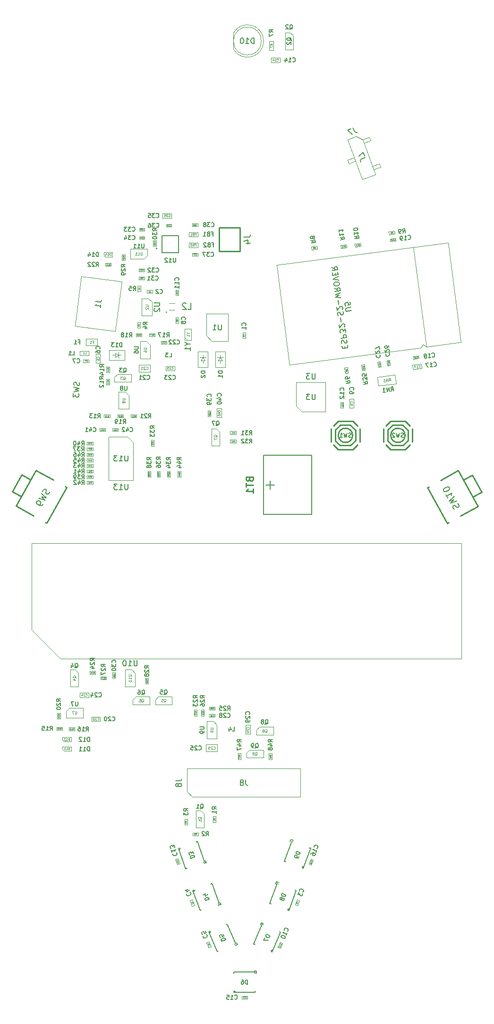
<source format=gbr>
%TF.GenerationSoftware,KiCad,Pcbnew,(5.1.10-1-10_14)*%
%TF.CreationDate,2021-08-27T15:48:04+02:00*%
%TF.ProjectId,OOO2021_Badge,4f4f4f32-3032-4315-9f42-616467652e6b,rev?*%
%TF.SameCoordinates,Original*%
%TF.FileFunction,Other,Fab,Bot*%
%FSLAX46Y46*%
G04 Gerber Fmt 4.6, Leading zero omitted, Abs format (unit mm)*
G04 Created by KiCad (PCBNEW (5.1.10-1-10_14)) date 2021-08-27 15:48:04*
%MOMM*%
%LPD*%
G01*
G04 APERTURE LIST*
%ADD10C,0.150000*%
%ADD11C,0.100000*%
%ADD12C,0.254000*%
%ADD13C,0.200000*%
%ADD14C,0.127000*%
%ADD15C,0.152000*%
%ADD16C,0.040000*%
%ADD17C,0.060000*%
%ADD18C,0.075000*%
%ADD19C,0.080000*%
G04 APERTURE END LIST*
D10*
%TO.C,L2*%
X79075000Y-115500000D02*
G75*
G03*
X79075000Y-115500000I-75000J0D01*
G01*
D11*
X79499000Y-115099000D02*
X80499000Y-115099000D01*
X79499000Y-113899000D02*
X80499000Y-113899000D01*
D12*
%TO.C,J4*%
X92135000Y-104627000D02*
X88444000Y-104627000D01*
X88444000Y-104627000D02*
X88444000Y-100377000D01*
X92135000Y-100377000D02*
X88444000Y-100377000D01*
X92135000Y-104627000D02*
X92135000Y-100377000D01*
D11*
%TO.C,BT2*%
X131880000Y-177480000D02*
X131880000Y-156820000D01*
X59982500Y-177480000D02*
X131880000Y-177480000D01*
X54820000Y-172317500D02*
X54820000Y-156820000D01*
X54820000Y-156820000D02*
X131880000Y-156820000D01*
X59982500Y-177480000D02*
X54820000Y-172317500D01*
%TO.C,J7*%
X114109687Y-91764594D02*
X116496506Y-90895863D01*
X112997605Y-84060325D02*
X111503494Y-84604137D01*
X116496506Y-90895863D02*
X114215232Y-84628114D01*
X114215232Y-84628114D02*
X112997605Y-84060325D01*
X111503494Y-84604137D02*
X114109687Y-91764594D01*
X114215232Y-84628114D02*
X115408642Y-84193748D01*
X115408642Y-84193748D02*
X115627535Y-84795151D01*
X115627535Y-84795151D02*
X114434125Y-85229517D01*
X115952694Y-89401752D02*
X117146104Y-88967386D01*
X117146104Y-88967386D02*
X117364997Y-89568790D01*
X117364997Y-89568790D02*
X116171587Y-90003155D01*
X112697144Y-87883664D02*
X111503734Y-88318030D01*
X111503734Y-88318030D02*
X111722627Y-88919433D01*
X111722627Y-88919433D02*
X112916037Y-88485067D01*
%TO.C,R47*%
X92345000Y-194475000D02*
X91805000Y-194475000D01*
X91805000Y-194475000D02*
X91805000Y-195525000D01*
X91805000Y-195525000D02*
X92345000Y-195525000D01*
X92345000Y-195525000D02*
X92345000Y-194475000D01*
%TO.C,R23*%
X84470000Y-186675000D02*
X83930000Y-186675000D01*
X83930000Y-186675000D02*
X83930000Y-187725000D01*
X83930000Y-187725000D02*
X84470000Y-187725000D01*
X84470000Y-187725000D02*
X84470000Y-186675000D01*
%TO.C,D10*%
X96020000Y-67000000D02*
G75*
G03*
X96020000Y-67000000I-2500000J0D01*
G01*
X91020000Y-68469694D02*
X91020000Y-65530306D01*
X91019984Y-65530334D02*
G75*
G02*
X91020000Y-68469694I2500016J-1469666D01*
G01*
%TO.C,U3*%
X103262500Y-133337500D02*
X107537500Y-133337500D01*
X107537500Y-133337500D02*
X107537500Y-128062500D01*
X107537500Y-128062500D02*
X102262500Y-128062500D01*
X102262500Y-128062500D02*
X102262500Y-132337500D01*
X102262500Y-132337500D02*
X103262500Y-133337500D01*
D13*
%TO.C,U12*%
X77325000Y-104100000D02*
G75*
G03*
X77325000Y-104100000I-100000J0D01*
G01*
D14*
X81200000Y-101850000D02*
X78200000Y-101850000D01*
X81200000Y-104850000D02*
X78200000Y-104850000D01*
X81200000Y-101850000D02*
X81200000Y-104850000D01*
X78200000Y-101850000D02*
X78200000Y-104850000D01*
D11*
%TO.C,U13*%
X72050000Y-137800000D02*
X68650000Y-137800000D01*
X68650000Y-137800000D02*
X68650000Y-145600000D01*
X68650000Y-145600000D02*
X73050000Y-145600000D01*
X73050000Y-145600000D02*
X73050000Y-138800000D01*
X73050000Y-138800000D02*
X72050000Y-137800000D01*
%TO.C,R35*%
X114100836Y-125955751D02*
X114636216Y-125885266D01*
X114636216Y-125885266D02*
X114499164Y-124844249D01*
X114499164Y-124844249D02*
X113963784Y-124914734D01*
X113963784Y-124914734D02*
X114100836Y-125955751D01*
%TO.C,R33*%
X76770000Y-138415000D02*
X76230000Y-138415000D01*
X76230000Y-138415000D02*
X76230000Y-139465000D01*
X76230000Y-139465000D02*
X76770000Y-139465000D01*
X76770000Y-139465000D02*
X76770000Y-138415000D01*
%TO.C,R32*%
X91475000Y-138870000D02*
X91475000Y-138330000D01*
X91475000Y-138330000D02*
X90425000Y-138330000D01*
X90425000Y-138330000D02*
X90425000Y-138870000D01*
X90425000Y-138870000D02*
X91475000Y-138870000D01*
%TO.C,R30*%
X77170000Y-102650000D02*
X76630000Y-102650000D01*
X76630000Y-102650000D02*
X76630000Y-103700000D01*
X76630000Y-103700000D02*
X77170000Y-103700000D01*
X77170000Y-103700000D02*
X77170000Y-102650000D01*
%TO.C,R22*%
X68025000Y-106730000D02*
X68025000Y-107270000D01*
X68025000Y-107270000D02*
X69075000Y-107270000D01*
X69075000Y-107270000D02*
X69075000Y-106730000D01*
X69075000Y-106730000D02*
X68025000Y-106730000D01*
%TO.C,FB2*%
X84600000Y-103900000D02*
X84600000Y-103100000D01*
X84600000Y-103100000D02*
X83000000Y-103100000D01*
X83000000Y-103100000D02*
X83000000Y-103900000D01*
X83000000Y-103900000D02*
X84600000Y-103900000D01*
%TO.C,FB1*%
X84600000Y-102000000D02*
X84600000Y-101200000D01*
X84600000Y-101200000D02*
X83000000Y-101200000D01*
X83000000Y-101200000D02*
X83000000Y-102000000D01*
X83000000Y-102000000D02*
X84600000Y-102000000D01*
%TO.C,D14*%
X69350000Y-105600000D02*
X68050000Y-105600000D01*
X68050000Y-105600000D02*
X67750000Y-105300000D01*
X67750000Y-105300000D02*
X67750000Y-104800000D01*
X67750000Y-104800000D02*
X69350000Y-104800000D01*
X69350000Y-104800000D02*
X69350000Y-105600000D01*
%TO.C,C38*%
X84600000Y-100150000D02*
X84600000Y-99650000D01*
X84600000Y-99650000D02*
X83600000Y-99650000D01*
X83600000Y-99650000D02*
X83600000Y-100150000D01*
X83600000Y-100150000D02*
X84600000Y-100150000D01*
%TO.C,C37*%
X84600000Y-105450000D02*
X84600000Y-104950000D01*
X84600000Y-104950000D02*
X83600000Y-104950000D01*
X83600000Y-104950000D02*
X83600000Y-105450000D01*
X83600000Y-105450000D02*
X84600000Y-105450000D01*
%TO.C,C36*%
X79925000Y-100250000D02*
X79925000Y-99750000D01*
X79925000Y-99750000D02*
X78925000Y-99750000D01*
X78925000Y-99750000D02*
X78925000Y-100250000D01*
X78925000Y-100250000D02*
X79925000Y-100250000D01*
%TO.C,C35*%
X78325000Y-97850000D02*
X78325000Y-98650000D01*
X78325000Y-98650000D02*
X79925000Y-98650000D01*
X79925000Y-98650000D02*
X79925000Y-97850000D01*
X79925000Y-97850000D02*
X78325000Y-97850000D01*
%TO.C,R11*%
X110194249Y-103550836D02*
X110264734Y-104086216D01*
X110264734Y-104086216D02*
X111305751Y-103949164D01*
X111305751Y-103949164D02*
X111235266Y-103413784D01*
X111235266Y-103413784D02*
X110194249Y-103550836D01*
%TO.C,R9*%
X119955751Y-101499164D02*
X119885266Y-100963784D01*
X119885266Y-100963784D02*
X118844249Y-101100836D01*
X118844249Y-101100836D02*
X118914734Y-101636216D01*
X118914734Y-101636216D02*
X119955751Y-101499164D01*
%TO.C,R8*%
X104944249Y-103800836D02*
X105014734Y-104336216D01*
X105014734Y-104336216D02*
X106055751Y-104199164D01*
X106055751Y-104199164D02*
X105985266Y-103663784D01*
X105985266Y-103663784D02*
X104944249Y-103800836D01*
%TO.C,R6*%
X111449164Y-125344249D02*
X110913784Y-125414734D01*
X110913784Y-125414734D02*
X111050836Y-126455751D01*
X111050836Y-126455751D02*
X111586216Y-126385266D01*
X111586216Y-126385266D02*
X111449164Y-125344249D01*
%TO.C,C14*%
X97750000Y-70000000D02*
X97750000Y-70800000D01*
X97750000Y-70800000D02*
X99350000Y-70800000D01*
X99350000Y-70800000D02*
X99350000Y-70000000D01*
X99350000Y-70000000D02*
X97750000Y-70000000D01*
D13*
%TO.C,BT1*%
X96395000Y-141100000D02*
X96395000Y-151700000D01*
X96395000Y-151700000D02*
X105005000Y-151700000D01*
X105005000Y-151700000D02*
X105005000Y-141100000D01*
X105005000Y-141100000D02*
X96395000Y-141100000D01*
D11*
%TO.C,Y1*%
X83450000Y-120500000D02*
X82250000Y-120500000D01*
X82250000Y-120500000D02*
X82250000Y-118500000D01*
X82250000Y-118500000D02*
X83450000Y-118500000D01*
X83450000Y-118500000D02*
X83450000Y-120500000D01*
X82750000Y-120500000D02*
X82250000Y-120000000D01*
%TO.C,U1*%
X87125000Y-120700000D02*
X90050000Y-120700000D01*
X90050000Y-120700000D02*
X90050000Y-115800000D01*
X90050000Y-115800000D02*
X86150000Y-115800000D01*
X86150000Y-115800000D02*
X86150000Y-119725000D01*
X86150000Y-119725000D02*
X87125000Y-120700000D01*
%TO.C,D2*%
X85550000Y-124200000D02*
X85550000Y-124700000D01*
X85950000Y-124200000D02*
X85550000Y-123600000D01*
X85150000Y-124200000D02*
X85950000Y-124200000D01*
X85550000Y-123600000D02*
X85150000Y-124200000D01*
X85550000Y-123600000D02*
X86100000Y-123600000D01*
X85550000Y-123600000D02*
X85000000Y-123600000D01*
X85550000Y-123200000D02*
X85550000Y-123600000D01*
X86450000Y-122550000D02*
X84650000Y-122550000D01*
X86450000Y-125350000D02*
X86450000Y-122550000D01*
X84650000Y-125350000D02*
X86450000Y-125350000D01*
X84650000Y-122550000D02*
X84650000Y-125350000D01*
%TO.C,D1*%
X88650000Y-124200000D02*
X88650000Y-124700000D01*
X89050000Y-124200000D02*
X88650000Y-123600000D01*
X88250000Y-124200000D02*
X89050000Y-124200000D01*
X88650000Y-123600000D02*
X88250000Y-124200000D01*
X88650000Y-123600000D02*
X89200000Y-123600000D01*
X88650000Y-123600000D02*
X88100000Y-123600000D01*
X88650000Y-123200000D02*
X88650000Y-123600000D01*
X89550000Y-122550000D02*
X87750000Y-122550000D01*
X89550000Y-125350000D02*
X89550000Y-122550000D01*
X87750000Y-125350000D02*
X89550000Y-125350000D01*
X87750000Y-122550000D02*
X87750000Y-125350000D01*
%TO.C,C1*%
X92650000Y-120200000D02*
X93150000Y-120200000D01*
X93150000Y-120200000D02*
X93150000Y-119200000D01*
X93150000Y-119200000D02*
X92650000Y-119200000D01*
X92650000Y-119200000D02*
X92650000Y-120200000D01*
%TO.C,J1*%
X69835322Y-118908179D02*
X71002226Y-110044662D01*
X69835322Y-118908179D02*
X62597774Y-117955338D01*
X62597774Y-117955338D02*
X63764678Y-109091821D01*
X71002226Y-110044662D02*
X63764678Y-109091821D01*
%TO.C,R15*%
X60350000Y-190295000D02*
X60350000Y-189755000D01*
X60350000Y-189755000D02*
X59300000Y-189755000D01*
X59300000Y-189755000D02*
X59300000Y-190295000D01*
X59300000Y-190295000D02*
X60350000Y-190295000D01*
%TO.C,Q2*%
X101700000Y-66050000D02*
X101700000Y-68500000D01*
X101150000Y-65480000D02*
X100300000Y-65480000D01*
X101700000Y-66050000D02*
X101150000Y-65480000D01*
X100300000Y-65480000D02*
X100300000Y-68520000D01*
X101700000Y-68520000D02*
X100300000Y-68520000D01*
%TO.C,L1*%
X65100000Y-123250000D02*
X65100000Y-122450000D01*
X65100000Y-122450000D02*
X63500000Y-122450000D01*
X63500000Y-122450000D02*
X63500000Y-123250000D01*
X63500000Y-123250000D02*
X65100000Y-123250000D01*
%TO.C,R21*%
X73635000Y-134370000D02*
X73635000Y-133830000D01*
X73635000Y-133830000D02*
X72585000Y-133830000D01*
X72585000Y-133830000D02*
X72585000Y-134370000D01*
X72585000Y-134370000D02*
X73635000Y-134370000D01*
%TO.C,F1*%
X64600000Y-120300000D02*
X64600000Y-121500000D01*
X64600000Y-121500000D02*
X66600000Y-121500000D01*
X66600000Y-121500000D02*
X66600000Y-120300000D01*
X66600000Y-120300000D02*
X64600000Y-120300000D01*
%TO.C,C7*%
X65100000Y-124500000D02*
X65100000Y-124000000D01*
X65100000Y-124000000D02*
X64100000Y-124000000D01*
X64100000Y-124000000D02*
X64100000Y-124500000D01*
X64100000Y-124500000D02*
X65100000Y-124500000D01*
%TO.C,C6*%
X66350000Y-124600000D02*
X67150000Y-124600000D01*
X67150000Y-124600000D02*
X67150000Y-123000000D01*
X67150000Y-123000000D02*
X66350000Y-123000000D01*
X66350000Y-123000000D02*
X66350000Y-124600000D01*
%TO.C,U2*%
X76400000Y-113700000D02*
X75750000Y-113050000D01*
X74600000Y-113050000D02*
X75750000Y-113050000D01*
X76400000Y-113700000D02*
X76400000Y-116150000D01*
X74600000Y-116150000D02*
X76400000Y-116150000D01*
X74600000Y-113050000D02*
X74600000Y-116150000D01*
%TO.C,C2*%
X75500000Y-111600000D02*
X75500000Y-112100000D01*
X75500000Y-112100000D02*
X76500000Y-112100000D01*
X76500000Y-112100000D02*
X76500000Y-111600000D01*
X76500000Y-111600000D02*
X75500000Y-111600000D01*
%TO.C,U5*%
X124591903Y-121854079D02*
X101094660Y-124947550D01*
X125022362Y-121293093D02*
X125583348Y-121723553D01*
X124591903Y-121854079D02*
X125022362Y-121293093D01*
X101094660Y-124947550D02*
X98745188Y-107101542D01*
X131829450Y-120901238D02*
X125583348Y-121723553D01*
X131832425Y-120900846D02*
X129482953Y-103054839D01*
X129479979Y-103055230D02*
X98745188Y-107101542D01*
X123236851Y-103877154D02*
X125586322Y-121723161D01*
%TO.C,R46*%
X64775000Y-140730000D02*
X64775000Y-141270000D01*
X64775000Y-141270000D02*
X65825000Y-141270000D01*
X65825000Y-141270000D02*
X65825000Y-140730000D01*
X65825000Y-140730000D02*
X64775000Y-140730000D01*
%TO.C,R45*%
X64775000Y-141730000D02*
X64775000Y-142270000D01*
X64775000Y-142270000D02*
X65825000Y-142270000D01*
X65825000Y-142270000D02*
X65825000Y-141730000D01*
X65825000Y-141730000D02*
X64775000Y-141730000D01*
%TO.C,R43*%
X64775000Y-142730000D02*
X64775000Y-143270000D01*
X64775000Y-143270000D02*
X65825000Y-143270000D01*
X65825000Y-143270000D02*
X65825000Y-142730000D01*
X65825000Y-142730000D02*
X64775000Y-142730000D01*
%TO.C,R41*%
X64775000Y-143730000D02*
X64775000Y-144270000D01*
X64775000Y-144270000D02*
X65825000Y-144270000D01*
X65825000Y-144270000D02*
X65825000Y-143730000D01*
X65825000Y-143730000D02*
X64775000Y-143730000D01*
%TO.C,R39*%
X64775000Y-144730000D02*
X64775000Y-145270000D01*
X64775000Y-145270000D02*
X65825000Y-145270000D01*
X65825000Y-145270000D02*
X65825000Y-144730000D01*
X65825000Y-144730000D02*
X64775000Y-144730000D01*
%TO.C,R40*%
X64775000Y-138730000D02*
X64775000Y-139270000D01*
X64775000Y-139270000D02*
X65825000Y-139270000D01*
X65825000Y-139270000D02*
X65825000Y-138730000D01*
X65825000Y-138730000D02*
X64775000Y-138730000D01*
%TO.C,R38*%
X75630000Y-145025000D02*
X76170000Y-145025000D01*
X76170000Y-145025000D02*
X76170000Y-143975000D01*
X76170000Y-143975000D02*
X75630000Y-143975000D01*
X75630000Y-143975000D02*
X75630000Y-145025000D01*
%TO.C,R37*%
X64775000Y-139730000D02*
X64775000Y-140270000D01*
X64775000Y-140270000D02*
X65825000Y-140270000D01*
X65825000Y-140270000D02*
X65825000Y-139730000D01*
X65825000Y-139730000D02*
X64775000Y-139730000D01*
%TO.C,R36*%
X77330000Y-145025000D02*
X77870000Y-145025000D01*
X77870000Y-145025000D02*
X77870000Y-143975000D01*
X77870000Y-143975000D02*
X77330000Y-143975000D01*
X77330000Y-143975000D02*
X77330000Y-145025000D01*
%TO.C,R34*%
X79130000Y-145015000D02*
X79670000Y-145015000D01*
X79670000Y-145015000D02*
X79670000Y-143965000D01*
X79670000Y-143965000D02*
X79130000Y-143965000D01*
X79130000Y-143965000D02*
X79130000Y-145015000D01*
%TO.C,C42*%
X69350000Y-136300000D02*
X69350000Y-136800000D01*
X69350000Y-136800000D02*
X70350000Y-136800000D01*
X70350000Y-136800000D02*
X70350000Y-136300000D01*
X70350000Y-136300000D02*
X69350000Y-136300000D01*
%TO.C,C41*%
X68050000Y-136800000D02*
X68050000Y-136300000D01*
X68050000Y-136300000D02*
X67050000Y-136300000D01*
X67050000Y-136300000D02*
X67050000Y-136800000D01*
X67050000Y-136800000D02*
X68050000Y-136800000D01*
%TO.C,R7*%
X97387500Y-68600000D02*
X98212500Y-68600000D01*
X98212500Y-68600000D02*
X98212500Y-67000000D01*
X98212500Y-67000000D02*
X97387500Y-67000000D01*
X97387500Y-67000000D02*
X97387500Y-68600000D01*
%TO.C,J8*%
X82730000Y-197190000D02*
X82730000Y-201270000D01*
X82730000Y-201270000D02*
X83730000Y-202270000D01*
X83730000Y-202270000D02*
X103050000Y-202270000D01*
X103050000Y-202270000D02*
X103050000Y-197190000D01*
X103050000Y-197190000D02*
X82730000Y-197190000D01*
%TO.C,R28*%
X75770000Y-180975000D02*
X75230000Y-180975000D01*
X75230000Y-180975000D02*
X75230000Y-182025000D01*
X75230000Y-182025000D02*
X75770000Y-182025000D01*
X75770000Y-182025000D02*
X75770000Y-180975000D01*
%TO.C,R27*%
X68225000Y-181270000D02*
X68225000Y-180730000D01*
X68225000Y-180730000D02*
X67175000Y-180730000D01*
X67175000Y-180730000D02*
X67175000Y-181270000D01*
X67175000Y-181270000D02*
X68225000Y-181270000D01*
%TO.C,R24*%
X65225000Y-179730000D02*
X65225000Y-180270000D01*
X65225000Y-180270000D02*
X66275000Y-180270000D01*
X66275000Y-180270000D02*
X66275000Y-179730000D01*
X66275000Y-179730000D02*
X65225000Y-179730000D01*
%TO.C,Q6*%
X73550000Y-184300000D02*
X76000000Y-184300000D01*
X72980000Y-184850000D02*
X72980000Y-185700000D01*
X73550000Y-184300000D02*
X72980000Y-184850000D01*
X72980000Y-185700000D02*
X76020000Y-185700000D01*
X76020000Y-184300000D02*
X76020000Y-185700000D01*
%TO.C,Q5*%
X77550000Y-184300000D02*
X80000000Y-184300000D01*
X76980000Y-184850000D02*
X76980000Y-185700000D01*
X77550000Y-184300000D02*
X76980000Y-184850000D01*
X76980000Y-185700000D02*
X80020000Y-185700000D01*
X80020000Y-184300000D02*
X80020000Y-185700000D01*
%TO.C,Q4*%
X63200000Y-180050000D02*
X63200000Y-182500000D01*
X62650000Y-179480000D02*
X61800000Y-179480000D01*
X63200000Y-180050000D02*
X62650000Y-179480000D01*
X61800000Y-179480000D02*
X61800000Y-182520000D01*
X63200000Y-182520000D02*
X61800000Y-182520000D01*
%TO.C,C30*%
X69350000Y-181000000D02*
X69850000Y-181000000D01*
X69850000Y-181000000D02*
X69850000Y-180000000D01*
X69850000Y-180000000D02*
X69350000Y-180000000D01*
X69350000Y-180000000D02*
X69350000Y-181000000D01*
%TO.C,D13*%
X69850000Y-123200000D02*
X69350000Y-123200000D01*
X69850000Y-123600000D02*
X70450000Y-123200000D01*
X69850000Y-122800000D02*
X69850000Y-123600000D01*
X70450000Y-123200000D02*
X69850000Y-122800000D01*
X70450000Y-123200000D02*
X70450000Y-123750000D01*
X70450000Y-123200000D02*
X70450000Y-122650000D01*
X70850000Y-123200000D02*
X70450000Y-123200000D01*
X71500000Y-124100000D02*
X71500000Y-122300000D01*
X68700000Y-124100000D02*
X71500000Y-124100000D01*
X68700000Y-122300000D02*
X68700000Y-124100000D01*
X71500000Y-122300000D02*
X68700000Y-122300000D01*
%TO.C,U10*%
X73400000Y-180100000D02*
X72750000Y-179450000D01*
X71600000Y-179450000D02*
X72750000Y-179450000D01*
X73400000Y-180100000D02*
X73400000Y-182550000D01*
X71600000Y-182550000D02*
X73400000Y-182550000D01*
X71600000Y-179450000D02*
X71600000Y-182550000D01*
D12*
%TO.C,SW2*%
X121775000Y-137550000D02*
G75*
G03*
X121775000Y-137550000I-1275000J0D01*
G01*
X119225000Y-140100000D02*
X121775000Y-140100000D01*
X119225000Y-135000000D02*
X121775000Y-135000000D01*
X119225000Y-140100000D02*
X118330000Y-139205000D01*
X118330000Y-135895000D02*
X119225000Y-135000000D01*
X117950000Y-138718000D02*
X117950000Y-136382000D01*
X122670000Y-135895000D02*
X121775000Y-135000000D01*
X123050000Y-138718000D02*
X123050000Y-136382000D01*
X121775000Y-140100000D02*
X122670000Y-139205000D01*
X118699000Y-138551000D02*
X119499000Y-139351000D01*
X118699000Y-136552000D02*
X118699000Y-138551000D01*
X119601000Y-135650000D02*
X118699000Y-136552000D01*
X121300000Y-135650000D02*
X119601000Y-135650000D01*
X122301000Y-136651000D02*
X121300000Y-135650000D01*
X122301000Y-138449000D02*
X122301000Y-136651000D01*
X121399000Y-139351000D02*
X122301000Y-138449000D01*
X119499000Y-139351000D02*
X121399000Y-139351000D01*
%TO.C,SW1*%
X112375000Y-137550000D02*
G75*
G03*
X112375000Y-137550000I-1275000J0D01*
G01*
X109825000Y-140100000D02*
X112375000Y-140100000D01*
X109825000Y-135000000D02*
X112375000Y-135000000D01*
X109825000Y-140100000D02*
X108930000Y-139205000D01*
X108930000Y-135895000D02*
X109825000Y-135000000D01*
X108550000Y-138718000D02*
X108550000Y-136382000D01*
X113270000Y-135895000D02*
X112375000Y-135000000D01*
X113650000Y-138718000D02*
X113650000Y-136382000D01*
X112375000Y-140100000D02*
X113270000Y-139205000D01*
X109299000Y-138551000D02*
X110099000Y-139351000D01*
X109299000Y-136552000D02*
X109299000Y-138551000D01*
X110201000Y-135650000D02*
X109299000Y-136552000D01*
X111900000Y-135650000D02*
X110201000Y-135650000D01*
X112901000Y-136651000D02*
X111900000Y-135650000D01*
X112901000Y-138449000D02*
X112901000Y-136651000D01*
X111999000Y-139351000D02*
X112901000Y-138449000D01*
X110099000Y-139351000D02*
X111999000Y-139351000D01*
D11*
%TO.C,D9*%
G36*
X103505748Y-214924149D02*
G01*
X103631612Y-214578343D01*
X103159941Y-214798286D01*
X103505748Y-214924149D01*
G37*
D15*
X103551171Y-215021560D02*
X103328464Y-214940501D01*
X104861792Y-211420658D02*
X103551171Y-215021560D01*
X104639085Y-211339599D02*
X104861792Y-211420658D01*
X100138208Y-213779342D02*
X100360915Y-213860401D01*
X101448829Y-210178440D02*
X100138208Y-213779342D01*
X101671536Y-210259499D02*
X101448829Y-210178440D01*
X101311962Y-209884928D02*
X101186098Y-210230735D01*
X101749859Y-210044310D02*
X101311962Y-209884928D01*
D11*
%TO.C,D6*%
G36*
X91160000Y-237140000D02*
G01*
X91528000Y-237140000D01*
X91160000Y-236772000D01*
X91160000Y-237140000D01*
G37*
D15*
X91084000Y-237216000D02*
X91084000Y-236979000D01*
X94916000Y-237216000D02*
X91084000Y-237216000D01*
X94916000Y-236979000D02*
X94916000Y-237216000D01*
X91084000Y-233584000D02*
X91084000Y-233821000D01*
X94916000Y-233584000D02*
X91084000Y-233584000D01*
X94916000Y-233821000D02*
X94916000Y-233584000D01*
X95145000Y-233355000D02*
X94777000Y-233355000D01*
X95145000Y-233821000D02*
X95145000Y-233355000D01*
D11*
%TO.C,D3*%
G36*
X81235618Y-211516081D02*
G01*
X81361481Y-211861888D01*
X81581425Y-211390217D01*
X81235618Y-211516081D01*
G37*
D15*
X81138208Y-211470658D02*
X81360915Y-211389599D01*
X82448829Y-215071560D02*
X81138208Y-211470658D01*
X82671536Y-214990501D02*
X82448829Y-215071560D01*
X84551171Y-210228440D02*
X84328464Y-210309499D01*
X85861792Y-213829342D02*
X84551171Y-210228440D01*
X85639085Y-213910401D02*
X85861792Y-213829342D01*
X86155305Y-213966209D02*
X86029441Y-213620403D01*
X85717408Y-214125591D02*
X86155305Y-213966209D01*
D11*
%TO.C,D7*%
G36*
X97932733Y-229873601D02*
G01*
X98076522Y-229534855D01*
X97593987Y-229729812D01*
X97932733Y-229873601D01*
G37*
D15*
X97972996Y-229973255D02*
X97754836Y-229880652D01*
X99470278Y-226445880D02*
X97972996Y-229973255D01*
X99252118Y-226353277D02*
X99470278Y-226445880D01*
X94629722Y-228554120D02*
X94847882Y-228646723D01*
X96127004Y-225026745D02*
X94629722Y-228554120D01*
X96345164Y-225119348D02*
X96127004Y-225026745D01*
X96005686Y-224726472D02*
X95861897Y-225065218D01*
X96434641Y-224908553D02*
X96005686Y-224726472D01*
D11*
%TO.C,D5*%
G36*
X86679376Y-226436143D02*
G01*
X86823165Y-226774889D01*
X87018122Y-226292354D01*
X86679376Y-226436143D01*
G37*
D15*
X86579722Y-226395880D02*
X86797882Y-226303277D01*
X88077004Y-229923255D02*
X86579722Y-226395880D01*
X88295164Y-229830652D02*
X88077004Y-229923255D01*
X89922996Y-224976745D02*
X89704836Y-225069348D01*
X91420278Y-228504120D02*
X89922996Y-224976745D01*
X91202118Y-228596723D02*
X91420278Y-228504120D01*
X91720551Y-228625438D02*
X91576762Y-228286692D01*
X91291595Y-228807518D02*
X91720551Y-228625438D01*
D11*
%TO.C,D4*%
G36*
X83835618Y-219016081D02*
G01*
X83961481Y-219361888D01*
X84181425Y-218890217D01*
X83835618Y-219016081D01*
G37*
D15*
X83738208Y-218970658D02*
X83960915Y-218889599D01*
X85048829Y-222571560D02*
X83738208Y-218970658D01*
X85271536Y-222490501D02*
X85048829Y-222571560D01*
X87151171Y-217728440D02*
X86928464Y-217809499D01*
X88461792Y-221329342D02*
X87151171Y-217728440D01*
X88239085Y-221410401D02*
X88461792Y-221329342D01*
X88755305Y-221466209D02*
X88629441Y-221120403D01*
X88317408Y-221625591D02*
X88755305Y-221466209D01*
D11*
%TO.C,D8*%
G36*
X100905748Y-222474149D02*
G01*
X101031612Y-222128343D01*
X100559941Y-222348286D01*
X100905748Y-222474149D01*
G37*
D15*
X100951171Y-222571560D02*
X100728464Y-222490501D01*
X102261792Y-218970658D02*
X100951171Y-222571560D01*
X102039085Y-218889599D02*
X102261792Y-218970658D01*
X97538208Y-221329342D02*
X97760915Y-221410401D01*
X98848829Y-217728440D02*
X97538208Y-221329342D01*
X99071536Y-217809499D02*
X98848829Y-217728440D01*
X98711962Y-217434928D02*
X98586098Y-217780735D01*
X99149859Y-217594310D02*
X98711962Y-217434928D01*
D12*
%TO.C,SW10*%
X135500064Y-147670121D02*
X133913504Y-148549565D01*
X133830379Y-144657930D02*
X132243819Y-145537375D01*
X131726699Y-151966118D02*
X134848216Y-150235832D01*
X129346859Y-153285285D02*
X129590877Y-153150023D01*
X128187589Y-145581394D02*
X131309106Y-143851108D01*
X125807748Y-146900561D02*
X126051767Y-146765299D01*
X133830379Y-144657930D02*
X135500064Y-147670121D01*
X131309106Y-143851108D02*
X134848216Y-150235832D01*
X129346859Y-153285285D02*
X125807748Y-146900561D01*
%TO.C,SW9*%
X53069621Y-144607930D02*
X54656181Y-145487375D01*
X51399936Y-147620121D02*
X52986496Y-148499565D01*
X58712411Y-145531394D02*
X55590894Y-143801108D01*
X61092252Y-146850561D02*
X60848233Y-146715299D01*
X55173301Y-151916118D02*
X52051784Y-150185832D01*
X57553141Y-153235285D02*
X57309123Y-153100023D01*
X51399936Y-147620121D02*
X53069621Y-144607930D01*
X52051784Y-150185832D02*
X55590894Y-143801108D01*
X61092252Y-146850561D02*
X57553141Y-153235285D01*
D11*
%TO.C,U11*%
X74960000Y-106000000D02*
X75610000Y-105350000D01*
X75610000Y-104200000D02*
X75610000Y-105350000D01*
X74960000Y-106000000D02*
X72510000Y-106000000D01*
X72510000Y-104200000D02*
X72510000Y-106000000D01*
X75610000Y-104200000D02*
X72510000Y-104200000D01*
%TO.C,U9*%
X88050000Y-189350000D02*
X87400000Y-188700000D01*
X86250000Y-188700000D02*
X87400000Y-188700000D01*
X88050000Y-189350000D02*
X88050000Y-191800000D01*
X86250000Y-191800000D02*
X88050000Y-191800000D01*
X86250000Y-188700000D02*
X86250000Y-191800000D01*
%TO.C,U7*%
X61625000Y-186300000D02*
X60975000Y-186950000D01*
X60975000Y-188100000D02*
X60975000Y-186950000D01*
X61625000Y-186300000D02*
X64075000Y-186300000D01*
X64075000Y-188100000D02*
X64075000Y-186300000D01*
X60975000Y-188100000D02*
X64075000Y-188100000D01*
%TO.C,U8*%
X72250000Y-130400000D02*
X71600000Y-129750000D01*
X70450000Y-129750000D02*
X71600000Y-129750000D01*
X72250000Y-130400000D02*
X72250000Y-132850000D01*
X70450000Y-132850000D02*
X72250000Y-132850000D01*
X70450000Y-129750000D02*
X70450000Y-132850000D01*
%TO.C,U6*%
X76100000Y-121350000D02*
X75450000Y-120700000D01*
X74300000Y-120700000D02*
X75450000Y-120700000D01*
X76100000Y-121350000D02*
X76100000Y-123800000D01*
X74300000Y-123800000D02*
X76100000Y-123800000D01*
X74300000Y-120700000D02*
X74300000Y-123800000D01*
%TO.C,RN1*%
X120190733Y-128284314D02*
X119981891Y-126698002D01*
X119981891Y-126698002D02*
X116809267Y-127115686D01*
X116809267Y-127115686D02*
X117018109Y-128701998D01*
X117018109Y-128701998D02*
X120190733Y-128284314D01*
%TO.C,R29*%
X71570000Y-105175000D02*
X71030000Y-105175000D01*
X71030000Y-105175000D02*
X71030000Y-106225000D01*
X71030000Y-106225000D02*
X71570000Y-106225000D01*
X71570000Y-106225000D02*
X71570000Y-105175000D01*
%TO.C,R3*%
X82770000Y-206225000D02*
X82230000Y-206225000D01*
X82230000Y-206225000D02*
X82230000Y-207275000D01*
X82230000Y-207275000D02*
X82770000Y-207275000D01*
X82770000Y-207275000D02*
X82770000Y-206225000D01*
%TO.C,R1*%
X87330000Y-206775000D02*
X87870000Y-206775000D01*
X87870000Y-206775000D02*
X87870000Y-205725000D01*
X87870000Y-205725000D02*
X87330000Y-205725000D01*
X87330000Y-205725000D02*
X87330000Y-206775000D01*
%TO.C,R48*%
X97895000Y-194475000D02*
X97355000Y-194475000D01*
X97355000Y-194475000D02*
X97355000Y-195525000D01*
X97355000Y-195525000D02*
X97895000Y-195525000D01*
X97895000Y-195525000D02*
X97895000Y-194475000D01*
%TO.C,R31*%
X90425000Y-136830000D02*
X90425000Y-137370000D01*
X90425000Y-137370000D02*
X91475000Y-137370000D01*
X91475000Y-137370000D02*
X91475000Y-136830000D01*
X91475000Y-136830000D02*
X90425000Y-136830000D01*
%TO.C,R44*%
X81030000Y-145025000D02*
X81570000Y-145025000D01*
X81570000Y-145025000D02*
X81570000Y-143975000D01*
X81570000Y-143975000D02*
X81030000Y-143975000D01*
X81030000Y-143975000D02*
X81030000Y-145025000D01*
%TO.C,R42*%
X64775000Y-145730000D02*
X64775000Y-146270000D01*
X64775000Y-146270000D02*
X65825000Y-146270000D01*
X65825000Y-146270000D02*
X65825000Y-145730000D01*
X65825000Y-145730000D02*
X64775000Y-145730000D01*
%TO.C,R26*%
X85230000Y-187725000D02*
X85770000Y-187725000D01*
X85770000Y-187725000D02*
X85770000Y-186675000D01*
X85770000Y-186675000D02*
X85230000Y-186675000D01*
X85230000Y-186675000D02*
X85230000Y-187725000D01*
%TO.C,R25*%
X86675000Y-186130000D02*
X86675000Y-186670000D01*
X86675000Y-186670000D02*
X87725000Y-186670000D01*
X87725000Y-186670000D02*
X87725000Y-186130000D01*
X87725000Y-186130000D02*
X86675000Y-186130000D01*
%TO.C,R20*%
X59430000Y-188300000D02*
X59970000Y-188300000D01*
X59970000Y-188300000D02*
X59970000Y-187250000D01*
X59970000Y-187250000D02*
X59430000Y-187250000D01*
X59430000Y-187250000D02*
X59430000Y-188300000D01*
%TO.C,R16*%
X62550000Y-190370000D02*
X62550000Y-189830000D01*
X62550000Y-189830000D02*
X61500000Y-189830000D01*
X61500000Y-189830000D02*
X61500000Y-190370000D01*
X61500000Y-190370000D02*
X62550000Y-190370000D01*
%TO.C,R19*%
X71275000Y-134370000D02*
X71275000Y-133830000D01*
X71275000Y-133830000D02*
X70225000Y-133830000D01*
X70225000Y-133830000D02*
X70225000Y-134370000D01*
X70225000Y-134370000D02*
X71275000Y-134370000D01*
%TO.C,R18*%
X74575000Y-119870000D02*
X74575000Y-119330000D01*
X74575000Y-119330000D02*
X73525000Y-119330000D01*
X73525000Y-119330000D02*
X73525000Y-119870000D01*
X73525000Y-119870000D02*
X74575000Y-119870000D01*
%TO.C,R17*%
X75900000Y-119330000D02*
X75900000Y-119870000D01*
X75900000Y-119870000D02*
X76950000Y-119870000D01*
X76950000Y-119870000D02*
X76950000Y-119330000D01*
X76950000Y-119330000D02*
X75900000Y-119330000D01*
%TO.C,R14*%
X68230000Y-126325000D02*
X68770000Y-126325000D01*
X68770000Y-126325000D02*
X68770000Y-125275000D01*
X68770000Y-125275000D02*
X68230000Y-125275000D01*
X68230000Y-125275000D02*
X68230000Y-126325000D01*
%TO.C,R13*%
X68875000Y-134370000D02*
X68875000Y-133830000D01*
X68875000Y-133830000D02*
X67825000Y-133830000D01*
X67825000Y-133830000D02*
X67825000Y-134370000D01*
X67825000Y-134370000D02*
X68875000Y-134370000D01*
%TO.C,R12*%
X68230000Y-128525000D02*
X68770000Y-128525000D01*
X68770000Y-128525000D02*
X68770000Y-127475000D01*
X68770000Y-127475000D02*
X68230000Y-127475000D01*
X68230000Y-127475000D02*
X68230000Y-128525000D01*
%TO.C,R10*%
X113855751Y-103699164D02*
X113785266Y-103163784D01*
X113785266Y-103163784D02*
X112744249Y-103300836D01*
X112744249Y-103300836D02*
X112814734Y-103836216D01*
X112814734Y-103836216D02*
X113855751Y-103699164D01*
%TO.C,R5*%
X74370000Y-110775000D02*
X73830000Y-110775000D01*
X73830000Y-110775000D02*
X73830000Y-111825000D01*
X73830000Y-111825000D02*
X74370000Y-111825000D01*
X74370000Y-111825000D02*
X74370000Y-110775000D01*
%TO.C,R4*%
X73780000Y-118375000D02*
X74320000Y-118375000D01*
X74320000Y-118375000D02*
X74320000Y-117325000D01*
X74320000Y-117325000D02*
X73780000Y-117325000D01*
X73780000Y-117325000D02*
X73780000Y-118375000D01*
%TO.C,R2*%
X84725000Y-209170000D02*
X84725000Y-208630000D01*
X84725000Y-208630000D02*
X83675000Y-208630000D01*
X83675000Y-208630000D02*
X83675000Y-209170000D01*
X83675000Y-209170000D02*
X84725000Y-209170000D01*
%TO.C,Q1*%
X85700000Y-205300000D02*
X85700000Y-207750000D01*
X85150000Y-204730000D02*
X84300000Y-204730000D01*
X85700000Y-205300000D02*
X85150000Y-204730000D01*
X84300000Y-204730000D02*
X84300000Y-207770000D01*
X85700000Y-207770000D02*
X84300000Y-207770000D01*
%TO.C,Q9*%
X93900000Y-193825000D02*
X96350000Y-193825000D01*
X93330000Y-194375000D02*
X93330000Y-195225000D01*
X93900000Y-193825000D02*
X93330000Y-194375000D01*
X93330000Y-195225000D02*
X96370000Y-195225000D01*
X96370000Y-193825000D02*
X96370000Y-195225000D01*
%TO.C,Q8*%
X95675000Y-189725000D02*
X98125000Y-189725000D01*
X95105000Y-190275000D02*
X95105000Y-191125000D01*
X95675000Y-189725000D02*
X95105000Y-190275000D01*
X95105000Y-191125000D02*
X98145000Y-191125000D01*
X98145000Y-189725000D02*
X98145000Y-191125000D01*
%TO.C,Q7*%
X88500000Y-136950000D02*
X88500000Y-139400000D01*
X87950000Y-136380000D02*
X87100000Y-136380000D01*
X88500000Y-136950000D02*
X87950000Y-136380000D01*
X87100000Y-136380000D02*
X87100000Y-139420000D01*
X88500000Y-139420000D02*
X87100000Y-139420000D01*
%TO.C,Q3*%
X70250000Y-126600000D02*
X72700000Y-126600000D01*
X69680000Y-127150000D02*
X69680000Y-128000000D01*
X70250000Y-126600000D02*
X69680000Y-127150000D01*
X69680000Y-128000000D02*
X72720000Y-128000000D01*
X72720000Y-126600000D02*
X72720000Y-128000000D01*
%TO.C,D12*%
X61950000Y-192350000D02*
X60650000Y-192350000D01*
X60650000Y-192350000D02*
X60350000Y-192050000D01*
X60350000Y-192050000D02*
X60350000Y-191550000D01*
X60350000Y-191550000D02*
X61950000Y-191550000D01*
X61950000Y-191550000D02*
X61950000Y-192350000D01*
%TO.C,D11*%
X61962500Y-194025000D02*
X60662500Y-194025000D01*
X60662500Y-194025000D02*
X60362500Y-193725000D01*
X60362500Y-193725000D02*
X60362500Y-193225000D01*
X60362500Y-193225000D02*
X61962500Y-193225000D01*
X61962500Y-193225000D02*
X61962500Y-194025000D01*
%TO.C,C34*%
X75100000Y-102450000D02*
X75100000Y-101950000D01*
X75100000Y-101950000D02*
X74100000Y-101950000D01*
X74100000Y-101950000D02*
X74100000Y-102450000D01*
X74100000Y-102450000D02*
X75100000Y-102450000D01*
%TO.C,C32*%
X75050000Y-108225000D02*
X75050000Y-107725000D01*
X75050000Y-107725000D02*
X74050000Y-107725000D01*
X74050000Y-107725000D02*
X74050000Y-108225000D01*
X74050000Y-108225000D02*
X75050000Y-108225000D01*
%TO.C,C40*%
X88050000Y-134350000D02*
X88850000Y-134350000D01*
X88850000Y-134350000D02*
X88850000Y-132750000D01*
X88850000Y-132750000D02*
X88050000Y-132750000D01*
X88050000Y-132750000D02*
X88050000Y-134350000D01*
%TO.C,C39*%
X86950000Y-133150000D02*
X86450000Y-133150000D01*
X86450000Y-133150000D02*
X86450000Y-134150000D01*
X86450000Y-134150000D02*
X86950000Y-134150000D01*
X86950000Y-134150000D02*
X86950000Y-133150000D01*
%TO.C,C27*%
X117332598Y-124321646D02*
X116836876Y-124386909D01*
X116836876Y-124386909D02*
X116967402Y-125378354D01*
X116967402Y-125378354D02*
X117463124Y-125313091D01*
X117463124Y-125313091D02*
X117332598Y-124321646D01*
%TO.C,C26*%
X118982598Y-124071646D02*
X118486876Y-124136909D01*
X118486876Y-124136909D02*
X118617402Y-125128354D01*
X118617402Y-125128354D02*
X119113124Y-125063091D01*
X119113124Y-125063091D02*
X118982598Y-124071646D01*
%TO.C,C29*%
X93200000Y-191000000D02*
X94000000Y-191000000D01*
X94000000Y-191000000D02*
X94000000Y-189400000D01*
X94000000Y-189400000D02*
X93200000Y-189400000D01*
X93200000Y-189400000D02*
X93200000Y-191000000D01*
%TO.C,C33*%
X74100000Y-100475000D02*
X74100000Y-100975000D01*
X74100000Y-100975000D02*
X75100000Y-100975000D01*
X75100000Y-100975000D02*
X75100000Y-100475000D01*
X75100000Y-100475000D02*
X74100000Y-100475000D01*
%TO.C,C28*%
X86700000Y-187450000D02*
X86700000Y-187950000D01*
X86700000Y-187950000D02*
X87700000Y-187950000D01*
X87700000Y-187950000D02*
X87700000Y-187450000D01*
X87700000Y-187450000D02*
X86700000Y-187450000D01*
%TO.C,C31*%
X75050000Y-109700000D02*
X75050000Y-109200000D01*
X75050000Y-109200000D02*
X74050000Y-109200000D01*
X74050000Y-109200000D02*
X74050000Y-109700000D01*
X74050000Y-109700000D02*
X75050000Y-109700000D01*
%TO.C,C24*%
X63450000Y-183625000D02*
X63450000Y-184425000D01*
X63450000Y-184425000D02*
X65050000Y-184425000D01*
X65050000Y-184425000D02*
X65050000Y-183625000D01*
X65050000Y-183625000D02*
X63450000Y-183625000D01*
%TO.C,C25*%
X88100000Y-194125000D02*
X88100000Y-192875000D01*
X88100000Y-192875000D02*
X86100000Y-192875000D01*
X86100000Y-192875000D02*
X86100000Y-194125000D01*
X86100000Y-194125000D02*
X88100000Y-194125000D01*
%TO.C,C23*%
X78850000Y-125150000D02*
X78850000Y-125950000D01*
X78850000Y-125950000D02*
X80450000Y-125950000D01*
X80450000Y-125950000D02*
X80450000Y-125150000D01*
X80450000Y-125150000D02*
X78850000Y-125150000D01*
%TO.C,C22*%
X78025000Y-120675000D02*
X78025000Y-121175000D01*
X78025000Y-121175000D02*
X79025000Y-121175000D01*
X79025000Y-121175000D02*
X79025000Y-120675000D01*
X79025000Y-120675000D02*
X78025000Y-120675000D01*
%TO.C,C20*%
X65550000Y-187900000D02*
X65550000Y-188700000D01*
X65550000Y-188700000D02*
X67150000Y-188700000D01*
X67150000Y-188700000D02*
X67150000Y-187900000D01*
X67150000Y-187900000D02*
X65550000Y-187900000D01*
%TO.C,C21*%
X76050000Y-126175000D02*
X76050000Y-124925000D01*
X76050000Y-124925000D02*
X74050000Y-124925000D01*
X74050000Y-124925000D02*
X74050000Y-126175000D01*
X74050000Y-126175000D02*
X76050000Y-126175000D01*
%TO.C,C19*%
X119071646Y-102380055D02*
X119136909Y-102875777D01*
X119136909Y-102875777D02*
X120128354Y-102745251D01*
X120128354Y-102745251D02*
X120063091Y-102249529D01*
X120063091Y-102249529D02*
X119071646Y-102380055D01*
%TO.C,C18*%
X123221646Y-123417402D02*
X123286909Y-123913124D01*
X123286909Y-123913124D02*
X124278354Y-123782598D01*
X124278354Y-123782598D02*
X124213091Y-123286876D01*
X124213091Y-123286876D02*
X123221646Y-123417402D01*
%TO.C,C17*%
X124795366Y-125542157D02*
X124690945Y-124749001D01*
X124690945Y-124749001D02*
X123104634Y-124957843D01*
X123104634Y-124957843D02*
X123209055Y-125750999D01*
X123209055Y-125750999D02*
X124795366Y-125542157D01*
%TO.C,C16*%
X105305933Y-213515659D02*
X104836087Y-213344649D01*
X104836087Y-213344649D02*
X104494067Y-214284341D01*
X104494067Y-214284341D02*
X104963913Y-214455351D01*
X104963913Y-214455351D02*
X105305933Y-213515659D01*
%TO.C,C11*%
X80650000Y-112520000D02*
X81150000Y-112520000D01*
X81150000Y-112520000D02*
X81150000Y-111520000D01*
X81150000Y-111520000D02*
X80650000Y-111520000D01*
X80650000Y-111520000D02*
X80650000Y-112520000D01*
%TO.C,C15*%
X93550000Y-238350000D02*
X93550000Y-237850000D01*
X93550000Y-237850000D02*
X92550000Y-237850000D01*
X92550000Y-237850000D02*
X92550000Y-238350000D01*
X92550000Y-238350000D02*
X93550000Y-238350000D01*
%TO.C,C8*%
X80650000Y-117450000D02*
X81150000Y-117450000D01*
X81150000Y-117450000D02*
X81150000Y-116450000D01*
X81150000Y-116450000D02*
X80650000Y-116450000D01*
X80650000Y-116450000D02*
X80650000Y-117450000D01*
%TO.C,C12*%
X110250000Y-132600000D02*
X110750000Y-132600000D01*
X110750000Y-132600000D02*
X110750000Y-131600000D01*
X110750000Y-131600000D02*
X110250000Y-131600000D01*
X110250000Y-131600000D02*
X110250000Y-132600000D01*
%TO.C,C13*%
X80936087Y-214355351D02*
X81405933Y-214184341D01*
X81405933Y-214184341D02*
X81063913Y-213244649D01*
X81063913Y-213244649D02*
X80594067Y-213415659D01*
X80594067Y-213415659D02*
X80936087Y-214355351D01*
%TO.C,C9*%
X112600000Y-131000000D02*
X111800000Y-131000000D01*
X111800000Y-131000000D02*
X111800000Y-132600000D01*
X111800000Y-132600000D02*
X112600000Y-132600000D01*
X112600000Y-132600000D02*
X112600000Y-131000000D01*
%TO.C,C10*%
X99825492Y-228437430D02*
X99365239Y-228242065D01*
X99365239Y-228242065D02*
X98974508Y-229162570D01*
X98974508Y-229162570D02*
X99434761Y-229357935D01*
X99434761Y-229357935D02*
X99825492Y-228437430D01*
%TO.C,C5*%
X86565239Y-229257935D02*
X87025492Y-229062570D01*
X87025492Y-229062570D02*
X86634761Y-228142065D01*
X86634761Y-228142065D02*
X86174508Y-228337430D01*
X86174508Y-228337430D02*
X86565239Y-229257935D01*
%TO.C,C4*%
X83536087Y-221755351D02*
X84005933Y-221584341D01*
X84005933Y-221584341D02*
X83663913Y-220644649D01*
X83663913Y-220644649D02*
X83194067Y-220815659D01*
X83194067Y-220815659D02*
X83536087Y-221755351D01*
%TO.C,C3*%
X102855933Y-220765659D02*
X102386087Y-220594649D01*
X102386087Y-220594649D02*
X102044067Y-221534341D01*
X102044067Y-221534341D02*
X102513913Y-221705351D01*
X102513913Y-221705351D02*
X102855933Y-220765659D01*
%TD*%
%TO.C,L2*%
D15*
X82840500Y-115017071D02*
X83384785Y-115017071D01*
X83384785Y-113874071D01*
X82513928Y-113982928D02*
X82459500Y-113928500D01*
X82350642Y-113874071D01*
X82078500Y-113874071D01*
X81969642Y-113928500D01*
X81915214Y-113982928D01*
X81860785Y-114091785D01*
X81860785Y-114200642D01*
X81915214Y-114363928D01*
X82568357Y-115017071D01*
X81860785Y-115017071D01*
%TO.C,J4*%
X92874071Y-102119000D02*
X93690500Y-102119000D01*
X93853785Y-102064571D01*
X93962642Y-101955714D01*
X94017071Y-101792428D01*
X94017071Y-101683571D01*
X93255071Y-103153142D02*
X94017071Y-103153142D01*
X92819642Y-102881000D02*
X93636071Y-102608857D01*
X93636071Y-103316428D01*
%TO.C,J7*%
D10*
X112436789Y-82553652D02*
X112764991Y-83194323D01*
X112875378Y-83306171D01*
X113008633Y-83359020D01*
X113164755Y-83352872D01*
X113254249Y-83320299D01*
X112078811Y-82683945D02*
X111452349Y-82911959D01*
X112314557Y-83662319D01*
D15*
X114628600Y-87875934D02*
X113957391Y-88120234D01*
X113839436Y-88213841D01*
X113782514Y-88335909D01*
X113786627Y-88486437D01*
X113819201Y-88575932D01*
X114498306Y-87517955D02*
X114270293Y-86891494D01*
X113477180Y-87636239D01*
%TO.C,R47*%
D10*
X92439285Y-192417857D02*
X92082142Y-192167857D01*
X92439285Y-191989285D02*
X91689285Y-191989285D01*
X91689285Y-192275000D01*
X91725000Y-192346428D01*
X91760714Y-192382142D01*
X91832142Y-192417857D01*
X91939285Y-192417857D01*
X92010714Y-192382142D01*
X92046428Y-192346428D01*
X92082142Y-192275000D01*
X92082142Y-191989285D01*
X91939285Y-193060714D02*
X92439285Y-193060714D01*
X91653571Y-192882142D02*
X92189285Y-192703571D01*
X92189285Y-193167857D01*
X91689285Y-193382142D02*
X91689285Y-193882142D01*
X92439285Y-193560714D01*
D16*
X92192619Y-194832857D02*
X92068809Y-194746190D01*
X92192619Y-194684285D02*
X91932619Y-194684285D01*
X91932619Y-194783333D01*
X91945000Y-194808095D01*
X91957380Y-194820476D01*
X91982142Y-194832857D01*
X92019285Y-194832857D01*
X92044047Y-194820476D01*
X92056428Y-194808095D01*
X92068809Y-194783333D01*
X92068809Y-194684285D01*
X92019285Y-195055714D02*
X92192619Y-195055714D01*
X91920238Y-194993809D02*
X92105952Y-194931904D01*
X92105952Y-195092857D01*
X91932619Y-195167142D02*
X91932619Y-195340476D01*
X92192619Y-195229047D01*
%TO.C,R23*%
D10*
X84539285Y-184567857D02*
X84182142Y-184317857D01*
X84539285Y-184139285D02*
X83789285Y-184139285D01*
X83789285Y-184425000D01*
X83825000Y-184496428D01*
X83860714Y-184532142D01*
X83932142Y-184567857D01*
X84039285Y-184567857D01*
X84110714Y-184532142D01*
X84146428Y-184496428D01*
X84182142Y-184425000D01*
X84182142Y-184139285D01*
X83860714Y-184853571D02*
X83825000Y-184889285D01*
X83789285Y-184960714D01*
X83789285Y-185139285D01*
X83825000Y-185210714D01*
X83860714Y-185246428D01*
X83932142Y-185282142D01*
X84003571Y-185282142D01*
X84110714Y-185246428D01*
X84539285Y-184817857D01*
X84539285Y-185282142D01*
X83789285Y-185532142D02*
X83789285Y-185996428D01*
X84075000Y-185746428D01*
X84075000Y-185853571D01*
X84110714Y-185925000D01*
X84146428Y-185960714D01*
X84217857Y-185996428D01*
X84396428Y-185996428D01*
X84467857Y-185960714D01*
X84503571Y-185925000D01*
X84539285Y-185853571D01*
X84539285Y-185639285D01*
X84503571Y-185567857D01*
X84467857Y-185532142D01*
D16*
X84317619Y-187032857D02*
X84193809Y-186946190D01*
X84317619Y-186884285D02*
X84057619Y-186884285D01*
X84057619Y-186983333D01*
X84070000Y-187008095D01*
X84082380Y-187020476D01*
X84107142Y-187032857D01*
X84144285Y-187032857D01*
X84169047Y-187020476D01*
X84181428Y-187008095D01*
X84193809Y-186983333D01*
X84193809Y-186884285D01*
X84082380Y-187131904D02*
X84070000Y-187144285D01*
X84057619Y-187169047D01*
X84057619Y-187230952D01*
X84070000Y-187255714D01*
X84082380Y-187268095D01*
X84107142Y-187280476D01*
X84131904Y-187280476D01*
X84169047Y-187268095D01*
X84317619Y-187119523D01*
X84317619Y-187280476D01*
X84057619Y-187367142D02*
X84057619Y-187528095D01*
X84156666Y-187441428D01*
X84156666Y-187478571D01*
X84169047Y-187503333D01*
X84181428Y-187515714D01*
X84206190Y-187528095D01*
X84268095Y-187528095D01*
X84292857Y-187515714D01*
X84305238Y-187503333D01*
X84317619Y-187478571D01*
X84317619Y-187404285D01*
X84305238Y-187379523D01*
X84292857Y-187367142D01*
%TO.C,D10*%
D13*
X94714285Y-67452380D02*
X94714285Y-66452380D01*
X94476190Y-66452380D01*
X94333333Y-66500000D01*
X94238095Y-66595238D01*
X94190476Y-66690476D01*
X94142857Y-66880952D01*
X94142857Y-67023809D01*
X94190476Y-67214285D01*
X94238095Y-67309523D01*
X94333333Y-67404761D01*
X94476190Y-67452380D01*
X94714285Y-67452380D01*
X93190476Y-67452380D02*
X93761904Y-67452380D01*
X93476190Y-67452380D02*
X93476190Y-66452380D01*
X93571428Y-66595238D01*
X93666666Y-66690476D01*
X93761904Y-66738095D01*
X92571428Y-66452380D02*
X92476190Y-66452380D01*
X92380952Y-66500000D01*
X92333333Y-66547619D01*
X92285714Y-66642857D01*
X92238095Y-66833333D01*
X92238095Y-67071428D01*
X92285714Y-67261904D01*
X92333333Y-67357142D01*
X92380952Y-67404761D01*
X92476190Y-67452380D01*
X92571428Y-67452380D01*
X92666666Y-67404761D01*
X92714285Y-67357142D01*
X92761904Y-67261904D01*
X92809523Y-67071428D01*
X92809523Y-66833333D01*
X92761904Y-66642857D01*
X92714285Y-66547619D01*
X92666666Y-66500000D01*
X92571428Y-66452380D01*
%TO.C,U3*%
D10*
X105661904Y-126502380D02*
X105661904Y-127311904D01*
X105614285Y-127407142D01*
X105566666Y-127454761D01*
X105471428Y-127502380D01*
X105280952Y-127502380D01*
X105185714Y-127454761D01*
X105138095Y-127407142D01*
X105090476Y-127311904D01*
X105090476Y-126502380D01*
X104709523Y-126502380D02*
X104090476Y-126502380D01*
X104423809Y-126883333D01*
X104280952Y-126883333D01*
X104185714Y-126930952D01*
X104138095Y-126978571D01*
X104090476Y-127073809D01*
X104090476Y-127311904D01*
X104138095Y-127407142D01*
X104185714Y-127454761D01*
X104280952Y-127502380D01*
X104566666Y-127502380D01*
X104661904Y-127454761D01*
X104709523Y-127407142D01*
X105661904Y-130152380D02*
X105661904Y-130961904D01*
X105614285Y-131057142D01*
X105566666Y-131104761D01*
X105471428Y-131152380D01*
X105280952Y-131152380D01*
X105185714Y-131104761D01*
X105138095Y-131057142D01*
X105090476Y-130961904D01*
X105090476Y-130152380D01*
X104709523Y-130152380D02*
X104090476Y-130152380D01*
X104423809Y-130533333D01*
X104280952Y-130533333D01*
X104185714Y-130580952D01*
X104138095Y-130628571D01*
X104090476Y-130723809D01*
X104090476Y-130961904D01*
X104138095Y-131057142D01*
X104185714Y-131104761D01*
X104280952Y-131152380D01*
X104566666Y-131152380D01*
X104661904Y-131104761D01*
X104709523Y-131057142D01*
%TO.C,U12*%
X80628571Y-105839285D02*
X80628571Y-106446428D01*
X80592857Y-106517857D01*
X80557142Y-106553571D01*
X80485714Y-106589285D01*
X80342857Y-106589285D01*
X80271428Y-106553571D01*
X80235714Y-106517857D01*
X80200000Y-106446428D01*
X80200000Y-105839285D01*
X79450000Y-106589285D02*
X79878571Y-106589285D01*
X79664285Y-106589285D02*
X79664285Y-105839285D01*
X79735714Y-105946428D01*
X79807142Y-106017857D01*
X79878571Y-106053571D01*
X79164285Y-105910714D02*
X79128571Y-105875000D01*
X79057142Y-105839285D01*
X78878571Y-105839285D01*
X78807142Y-105875000D01*
X78771428Y-105910714D01*
X78735714Y-105982142D01*
X78735714Y-106053571D01*
X78771428Y-106160714D01*
X79200000Y-106589285D01*
X78735714Y-106589285D01*
%TO.C,U13*%
X72088095Y-146252380D02*
X72088095Y-147061904D01*
X72040476Y-147157142D01*
X71992857Y-147204761D01*
X71897619Y-147252380D01*
X71707142Y-147252380D01*
X71611904Y-147204761D01*
X71564285Y-147157142D01*
X71516666Y-147061904D01*
X71516666Y-146252380D01*
X70516666Y-147252380D02*
X71088095Y-147252380D01*
X70802380Y-147252380D02*
X70802380Y-146252380D01*
X70897619Y-146395238D01*
X70992857Y-146490476D01*
X71088095Y-146538095D01*
X70183333Y-146252380D02*
X69564285Y-146252380D01*
X69897619Y-146633333D01*
X69754761Y-146633333D01*
X69659523Y-146680952D01*
X69611904Y-146728571D01*
X69564285Y-146823809D01*
X69564285Y-147061904D01*
X69611904Y-147157142D01*
X69659523Y-147204761D01*
X69754761Y-147252380D01*
X70040476Y-147252380D01*
X70135714Y-147204761D01*
X70183333Y-147157142D01*
X72088095Y-141152380D02*
X72088095Y-141961904D01*
X72040476Y-142057142D01*
X71992857Y-142104761D01*
X71897619Y-142152380D01*
X71707142Y-142152380D01*
X71611904Y-142104761D01*
X71564285Y-142057142D01*
X71516666Y-141961904D01*
X71516666Y-141152380D01*
X70516666Y-142152380D02*
X71088095Y-142152380D01*
X70802380Y-142152380D02*
X70802380Y-141152380D01*
X70897619Y-141295238D01*
X70992857Y-141390476D01*
X71088095Y-141438095D01*
X70183333Y-141152380D02*
X69564285Y-141152380D01*
X69897619Y-141533333D01*
X69754761Y-141533333D01*
X69659523Y-141580952D01*
X69611904Y-141628571D01*
X69564285Y-141723809D01*
X69564285Y-141961904D01*
X69611904Y-142057142D01*
X69659523Y-142104761D01*
X69754761Y-142152380D01*
X70040476Y-142152380D01*
X70135714Y-142104761D01*
X70183333Y-142057142D01*
%TO.C,R35*%
X114276550Y-127972303D02*
X114663269Y-128173548D01*
X114332489Y-128397208D02*
X115076073Y-128299314D01*
X115038780Y-128016044D01*
X114994048Y-127949888D01*
X114953977Y-127919141D01*
X114878498Y-127893055D01*
X114772272Y-127907040D01*
X114706116Y-127951772D01*
X114675369Y-127991843D01*
X114649284Y-128067322D01*
X114686577Y-128350592D01*
X114987502Y-127626547D02*
X114926900Y-127166234D01*
X114676262Y-127451388D01*
X114662277Y-127345162D01*
X114617545Y-127279006D01*
X114577475Y-127248259D01*
X114501995Y-127222173D01*
X114324952Y-127245482D01*
X114258796Y-127290214D01*
X114228049Y-127330284D01*
X114201963Y-127405763D01*
X114229933Y-127618216D01*
X114274665Y-127684372D01*
X114314736Y-127715119D01*
X114838329Y-126493468D02*
X114884945Y-126847555D01*
X114535520Y-126929580D01*
X114566267Y-126889510D01*
X114592352Y-126814031D01*
X114569044Y-126636987D01*
X114524312Y-126570831D01*
X114484242Y-126540084D01*
X114408762Y-126513999D01*
X114231719Y-126537307D01*
X114165563Y-126582039D01*
X114134816Y-126622109D01*
X114108730Y-126697588D01*
X114132039Y-126874632D01*
X114176771Y-126940788D01*
X114216841Y-126971535D01*
D16*
X114205203Y-125581065D02*
X114339266Y-125650830D01*
X114224596Y-125728365D02*
X114482371Y-125694428D01*
X114469443Y-125596228D01*
X114453936Y-125573294D01*
X114440045Y-125562635D01*
X114413879Y-125553592D01*
X114377054Y-125558440D01*
X114354120Y-125573947D01*
X114343461Y-125587838D01*
X114334418Y-125614005D01*
X114347346Y-125712205D01*
X114451667Y-125461203D02*
X114430658Y-125301627D01*
X114343770Y-125400481D01*
X114338922Y-125363656D01*
X114323415Y-125340722D01*
X114309524Y-125330063D01*
X114283358Y-125321020D01*
X114221983Y-125329100D01*
X114199049Y-125344607D01*
X114188390Y-125358498D01*
X114179347Y-125384664D01*
X114189043Y-125458314D01*
X114204550Y-125481249D01*
X114218441Y-125491907D01*
X114399953Y-125068402D02*
X114416114Y-125191152D01*
X114294979Y-125219587D01*
X114305638Y-125205696D01*
X114314681Y-125179530D01*
X114306601Y-125118155D01*
X114291094Y-125095221D01*
X114277203Y-125084562D01*
X114251037Y-125075519D01*
X114189662Y-125083599D01*
X114166728Y-125099106D01*
X114156069Y-125112998D01*
X114147026Y-125139164D01*
X114155106Y-125200539D01*
X114170613Y-125223473D01*
X114184504Y-125234132D01*
%TO.C,R33*%
D10*
X76839285Y-136317857D02*
X76482142Y-136067857D01*
X76839285Y-135889285D02*
X76089285Y-135889285D01*
X76089285Y-136175000D01*
X76125000Y-136246428D01*
X76160714Y-136282142D01*
X76232142Y-136317857D01*
X76339285Y-136317857D01*
X76410714Y-136282142D01*
X76446428Y-136246428D01*
X76482142Y-136175000D01*
X76482142Y-135889285D01*
X76089285Y-136567857D02*
X76089285Y-137032142D01*
X76375000Y-136782142D01*
X76375000Y-136889285D01*
X76410714Y-136960714D01*
X76446428Y-136996428D01*
X76517857Y-137032142D01*
X76696428Y-137032142D01*
X76767857Y-136996428D01*
X76803571Y-136960714D01*
X76839285Y-136889285D01*
X76839285Y-136675000D01*
X76803571Y-136603571D01*
X76767857Y-136567857D01*
X76089285Y-137282142D02*
X76089285Y-137746428D01*
X76375000Y-137496428D01*
X76375000Y-137603571D01*
X76410714Y-137675000D01*
X76446428Y-137710714D01*
X76517857Y-137746428D01*
X76696428Y-137746428D01*
X76767857Y-137710714D01*
X76803571Y-137675000D01*
X76839285Y-137603571D01*
X76839285Y-137389285D01*
X76803571Y-137317857D01*
X76767857Y-137282142D01*
D16*
X76617619Y-138772857D02*
X76493809Y-138686190D01*
X76617619Y-138624285D02*
X76357619Y-138624285D01*
X76357619Y-138723333D01*
X76370000Y-138748095D01*
X76382380Y-138760476D01*
X76407142Y-138772857D01*
X76444285Y-138772857D01*
X76469047Y-138760476D01*
X76481428Y-138748095D01*
X76493809Y-138723333D01*
X76493809Y-138624285D01*
X76357619Y-138859523D02*
X76357619Y-139020476D01*
X76456666Y-138933809D01*
X76456666Y-138970952D01*
X76469047Y-138995714D01*
X76481428Y-139008095D01*
X76506190Y-139020476D01*
X76568095Y-139020476D01*
X76592857Y-139008095D01*
X76605238Y-138995714D01*
X76617619Y-138970952D01*
X76617619Y-138896666D01*
X76605238Y-138871904D01*
X76592857Y-138859523D01*
X76357619Y-139107142D02*
X76357619Y-139268095D01*
X76456666Y-139181428D01*
X76456666Y-139218571D01*
X76469047Y-139243333D01*
X76481428Y-139255714D01*
X76506190Y-139268095D01*
X76568095Y-139268095D01*
X76592857Y-139255714D01*
X76605238Y-139243333D01*
X76617619Y-139218571D01*
X76617619Y-139144285D01*
X76605238Y-139119523D01*
X76592857Y-139107142D01*
%TO.C,R32*%
D10*
X93882142Y-138939285D02*
X94132142Y-138582142D01*
X94310714Y-138939285D02*
X94310714Y-138189285D01*
X94025000Y-138189285D01*
X93953571Y-138225000D01*
X93917857Y-138260714D01*
X93882142Y-138332142D01*
X93882142Y-138439285D01*
X93917857Y-138510714D01*
X93953571Y-138546428D01*
X94025000Y-138582142D01*
X94310714Y-138582142D01*
X93632142Y-138189285D02*
X93167857Y-138189285D01*
X93417857Y-138475000D01*
X93310714Y-138475000D01*
X93239285Y-138510714D01*
X93203571Y-138546428D01*
X93167857Y-138617857D01*
X93167857Y-138796428D01*
X93203571Y-138867857D01*
X93239285Y-138903571D01*
X93310714Y-138939285D01*
X93525000Y-138939285D01*
X93596428Y-138903571D01*
X93632142Y-138867857D01*
X92882142Y-138260714D02*
X92846428Y-138225000D01*
X92775000Y-138189285D01*
X92596428Y-138189285D01*
X92525000Y-138225000D01*
X92489285Y-138260714D01*
X92453571Y-138332142D01*
X92453571Y-138403571D01*
X92489285Y-138510714D01*
X92917857Y-138939285D01*
X92453571Y-138939285D01*
D16*
X91117142Y-138717619D02*
X91203809Y-138593809D01*
X91265714Y-138717619D02*
X91265714Y-138457619D01*
X91166666Y-138457619D01*
X91141904Y-138470000D01*
X91129523Y-138482380D01*
X91117142Y-138507142D01*
X91117142Y-138544285D01*
X91129523Y-138569047D01*
X91141904Y-138581428D01*
X91166666Y-138593809D01*
X91265714Y-138593809D01*
X91030476Y-138457619D02*
X90869523Y-138457619D01*
X90956190Y-138556666D01*
X90919047Y-138556666D01*
X90894285Y-138569047D01*
X90881904Y-138581428D01*
X90869523Y-138606190D01*
X90869523Y-138668095D01*
X90881904Y-138692857D01*
X90894285Y-138705238D01*
X90919047Y-138717619D01*
X90993333Y-138717619D01*
X91018095Y-138705238D01*
X91030476Y-138692857D01*
X90770476Y-138482380D02*
X90758095Y-138470000D01*
X90733333Y-138457619D01*
X90671428Y-138457619D01*
X90646666Y-138470000D01*
X90634285Y-138482380D01*
X90621904Y-138507142D01*
X90621904Y-138531904D01*
X90634285Y-138569047D01*
X90782857Y-138717619D01*
X90621904Y-138717619D01*
%TO.C,R30*%
D10*
X77289285Y-100967857D02*
X76932142Y-100717857D01*
X77289285Y-100539285D02*
X76539285Y-100539285D01*
X76539285Y-100825000D01*
X76575000Y-100896428D01*
X76610714Y-100932142D01*
X76682142Y-100967857D01*
X76789285Y-100967857D01*
X76860714Y-100932142D01*
X76896428Y-100896428D01*
X76932142Y-100825000D01*
X76932142Y-100539285D01*
X76539285Y-101217857D02*
X76539285Y-101682142D01*
X76825000Y-101432142D01*
X76825000Y-101539285D01*
X76860714Y-101610714D01*
X76896428Y-101646428D01*
X76967857Y-101682142D01*
X77146428Y-101682142D01*
X77217857Y-101646428D01*
X77253571Y-101610714D01*
X77289285Y-101539285D01*
X77289285Y-101325000D01*
X77253571Y-101253571D01*
X77217857Y-101217857D01*
X76539285Y-102146428D02*
X76539285Y-102217857D01*
X76575000Y-102289285D01*
X76610714Y-102325000D01*
X76682142Y-102360714D01*
X76825000Y-102396428D01*
X77003571Y-102396428D01*
X77146428Y-102360714D01*
X77217857Y-102325000D01*
X77253571Y-102289285D01*
X77289285Y-102217857D01*
X77289285Y-102146428D01*
X77253571Y-102075000D01*
X77217857Y-102039285D01*
X77146428Y-102003571D01*
X77003571Y-101967857D01*
X76825000Y-101967857D01*
X76682142Y-102003571D01*
X76610714Y-102039285D01*
X76575000Y-102075000D01*
X76539285Y-102146428D01*
D16*
X77017619Y-103007857D02*
X76893809Y-102921190D01*
X77017619Y-102859285D02*
X76757619Y-102859285D01*
X76757619Y-102958333D01*
X76770000Y-102983095D01*
X76782380Y-102995476D01*
X76807142Y-103007857D01*
X76844285Y-103007857D01*
X76869047Y-102995476D01*
X76881428Y-102983095D01*
X76893809Y-102958333D01*
X76893809Y-102859285D01*
X76757619Y-103094523D02*
X76757619Y-103255476D01*
X76856666Y-103168809D01*
X76856666Y-103205952D01*
X76869047Y-103230714D01*
X76881428Y-103243095D01*
X76906190Y-103255476D01*
X76968095Y-103255476D01*
X76992857Y-103243095D01*
X77005238Y-103230714D01*
X77017619Y-103205952D01*
X77017619Y-103131666D01*
X77005238Y-103106904D01*
X76992857Y-103094523D01*
X76757619Y-103416428D02*
X76757619Y-103441190D01*
X76770000Y-103465952D01*
X76782380Y-103478333D01*
X76807142Y-103490714D01*
X76856666Y-103503095D01*
X76918571Y-103503095D01*
X76968095Y-103490714D01*
X76992857Y-103478333D01*
X77005238Y-103465952D01*
X77017619Y-103441190D01*
X77017619Y-103416428D01*
X77005238Y-103391666D01*
X76992857Y-103379285D01*
X76968095Y-103366904D01*
X76918571Y-103354523D01*
X76856666Y-103354523D01*
X76807142Y-103366904D01*
X76782380Y-103379285D01*
X76770000Y-103391666D01*
X76757619Y-103416428D01*
%TO.C,R22*%
D10*
X66382142Y-107339285D02*
X66632142Y-106982142D01*
X66810714Y-107339285D02*
X66810714Y-106589285D01*
X66525000Y-106589285D01*
X66453571Y-106625000D01*
X66417857Y-106660714D01*
X66382142Y-106732142D01*
X66382142Y-106839285D01*
X66417857Y-106910714D01*
X66453571Y-106946428D01*
X66525000Y-106982142D01*
X66810714Y-106982142D01*
X66096428Y-106660714D02*
X66060714Y-106625000D01*
X65989285Y-106589285D01*
X65810714Y-106589285D01*
X65739285Y-106625000D01*
X65703571Y-106660714D01*
X65667857Y-106732142D01*
X65667857Y-106803571D01*
X65703571Y-106910714D01*
X66132142Y-107339285D01*
X65667857Y-107339285D01*
X65382142Y-106660714D02*
X65346428Y-106625000D01*
X65275000Y-106589285D01*
X65096428Y-106589285D01*
X65025000Y-106625000D01*
X64989285Y-106660714D01*
X64953571Y-106732142D01*
X64953571Y-106803571D01*
X64989285Y-106910714D01*
X65417857Y-107339285D01*
X64953571Y-107339285D01*
D16*
X68717142Y-107117619D02*
X68803809Y-106993809D01*
X68865714Y-107117619D02*
X68865714Y-106857619D01*
X68766666Y-106857619D01*
X68741904Y-106870000D01*
X68729523Y-106882380D01*
X68717142Y-106907142D01*
X68717142Y-106944285D01*
X68729523Y-106969047D01*
X68741904Y-106981428D01*
X68766666Y-106993809D01*
X68865714Y-106993809D01*
X68618095Y-106882380D02*
X68605714Y-106870000D01*
X68580952Y-106857619D01*
X68519047Y-106857619D01*
X68494285Y-106870000D01*
X68481904Y-106882380D01*
X68469523Y-106907142D01*
X68469523Y-106931904D01*
X68481904Y-106969047D01*
X68630476Y-107117619D01*
X68469523Y-107117619D01*
X68370476Y-106882380D02*
X68358095Y-106870000D01*
X68333333Y-106857619D01*
X68271428Y-106857619D01*
X68246666Y-106870000D01*
X68234285Y-106882380D01*
X68221904Y-106907142D01*
X68221904Y-106931904D01*
X68234285Y-106969047D01*
X68382857Y-107117619D01*
X68221904Y-107117619D01*
%TO.C,FB2*%
D10*
X87225000Y-103446428D02*
X87475000Y-103446428D01*
X87475000Y-103839285D02*
X87475000Y-103089285D01*
X87117857Y-103089285D01*
X86582142Y-103446428D02*
X86475000Y-103482142D01*
X86439285Y-103517857D01*
X86403571Y-103589285D01*
X86403571Y-103696428D01*
X86439285Y-103767857D01*
X86475000Y-103803571D01*
X86546428Y-103839285D01*
X86832142Y-103839285D01*
X86832142Y-103089285D01*
X86582142Y-103089285D01*
X86510714Y-103125000D01*
X86475000Y-103160714D01*
X86439285Y-103232142D01*
X86439285Y-103303571D01*
X86475000Y-103375000D01*
X86510714Y-103410714D01*
X86582142Y-103446428D01*
X86832142Y-103446428D01*
X86117857Y-103160714D02*
X86082142Y-103125000D01*
X86010714Y-103089285D01*
X85832142Y-103089285D01*
X85760714Y-103125000D01*
X85725000Y-103160714D01*
X85689285Y-103232142D01*
X85689285Y-103303571D01*
X85725000Y-103410714D01*
X86153571Y-103839285D01*
X85689285Y-103839285D01*
D17*
X84133333Y-103471428D02*
X84266666Y-103471428D01*
X84266666Y-103680952D02*
X84266666Y-103280952D01*
X84076190Y-103280952D01*
X83790476Y-103471428D02*
X83733333Y-103490476D01*
X83714285Y-103509523D01*
X83695238Y-103547619D01*
X83695238Y-103604761D01*
X83714285Y-103642857D01*
X83733333Y-103661904D01*
X83771428Y-103680952D01*
X83923809Y-103680952D01*
X83923809Y-103280952D01*
X83790476Y-103280952D01*
X83752380Y-103300000D01*
X83733333Y-103319047D01*
X83714285Y-103357142D01*
X83714285Y-103395238D01*
X83733333Y-103433333D01*
X83752380Y-103452380D01*
X83790476Y-103471428D01*
X83923809Y-103471428D01*
X83542857Y-103319047D02*
X83523809Y-103300000D01*
X83485714Y-103280952D01*
X83390476Y-103280952D01*
X83352380Y-103300000D01*
X83333333Y-103319047D01*
X83314285Y-103357142D01*
X83314285Y-103395238D01*
X83333333Y-103452380D01*
X83561904Y-103680952D01*
X83314285Y-103680952D01*
%TO.C,FB1*%
D10*
X87125000Y-101496428D02*
X87375000Y-101496428D01*
X87375000Y-101889285D02*
X87375000Y-101139285D01*
X87017857Y-101139285D01*
X86482142Y-101496428D02*
X86375000Y-101532142D01*
X86339285Y-101567857D01*
X86303571Y-101639285D01*
X86303571Y-101746428D01*
X86339285Y-101817857D01*
X86375000Y-101853571D01*
X86446428Y-101889285D01*
X86732142Y-101889285D01*
X86732142Y-101139285D01*
X86482142Y-101139285D01*
X86410714Y-101175000D01*
X86375000Y-101210714D01*
X86339285Y-101282142D01*
X86339285Y-101353571D01*
X86375000Y-101425000D01*
X86410714Y-101460714D01*
X86482142Y-101496428D01*
X86732142Y-101496428D01*
X85589285Y-101889285D02*
X86017857Y-101889285D01*
X85803571Y-101889285D02*
X85803571Y-101139285D01*
X85875000Y-101246428D01*
X85946428Y-101317857D01*
X86017857Y-101353571D01*
D17*
X84133333Y-101571428D02*
X84266666Y-101571428D01*
X84266666Y-101780952D02*
X84266666Y-101380952D01*
X84076190Y-101380952D01*
X83790476Y-101571428D02*
X83733333Y-101590476D01*
X83714285Y-101609523D01*
X83695238Y-101647619D01*
X83695238Y-101704761D01*
X83714285Y-101742857D01*
X83733333Y-101761904D01*
X83771428Y-101780952D01*
X83923809Y-101780952D01*
X83923809Y-101380952D01*
X83790476Y-101380952D01*
X83752380Y-101400000D01*
X83733333Y-101419047D01*
X83714285Y-101457142D01*
X83714285Y-101495238D01*
X83733333Y-101533333D01*
X83752380Y-101552380D01*
X83790476Y-101571428D01*
X83923809Y-101571428D01*
X83314285Y-101780952D02*
X83542857Y-101780952D01*
X83428571Y-101780952D02*
X83428571Y-101380952D01*
X83466666Y-101438095D01*
X83504761Y-101476190D01*
X83542857Y-101495238D01*
%TO.C,D14*%
D10*
X66810714Y-105539285D02*
X66810714Y-104789285D01*
X66632142Y-104789285D01*
X66525000Y-104825000D01*
X66453571Y-104896428D01*
X66417857Y-104967857D01*
X66382142Y-105110714D01*
X66382142Y-105217857D01*
X66417857Y-105360714D01*
X66453571Y-105432142D01*
X66525000Y-105503571D01*
X66632142Y-105539285D01*
X66810714Y-105539285D01*
X65667857Y-105539285D02*
X66096428Y-105539285D01*
X65882142Y-105539285D02*
X65882142Y-104789285D01*
X65953571Y-104896428D01*
X66025000Y-104967857D01*
X66096428Y-105003571D01*
X65025000Y-105039285D02*
X65025000Y-105539285D01*
X65203571Y-104753571D02*
X65382142Y-105289285D01*
X64917857Y-105289285D01*
D17*
X69035714Y-105380952D02*
X69035714Y-104980952D01*
X68940476Y-104980952D01*
X68883333Y-105000000D01*
X68845238Y-105038095D01*
X68826190Y-105076190D01*
X68807142Y-105152380D01*
X68807142Y-105209523D01*
X68826190Y-105285714D01*
X68845238Y-105323809D01*
X68883333Y-105361904D01*
X68940476Y-105380952D01*
X69035714Y-105380952D01*
X68426190Y-105380952D02*
X68654761Y-105380952D01*
X68540476Y-105380952D02*
X68540476Y-104980952D01*
X68578571Y-105038095D01*
X68616666Y-105076190D01*
X68654761Y-105095238D01*
X68083333Y-105114285D02*
X68083333Y-105380952D01*
X68178571Y-104961904D02*
X68273809Y-105247619D01*
X68026190Y-105247619D01*
%TO.C,C38*%
D10*
X87082142Y-100167857D02*
X87117857Y-100203571D01*
X87225000Y-100239285D01*
X87296428Y-100239285D01*
X87403571Y-100203571D01*
X87475000Y-100132142D01*
X87510714Y-100060714D01*
X87546428Y-99917857D01*
X87546428Y-99810714D01*
X87510714Y-99667857D01*
X87475000Y-99596428D01*
X87403571Y-99525000D01*
X87296428Y-99489285D01*
X87225000Y-99489285D01*
X87117857Y-99525000D01*
X87082142Y-99560714D01*
X86832142Y-99489285D02*
X86367857Y-99489285D01*
X86617857Y-99775000D01*
X86510714Y-99775000D01*
X86439285Y-99810714D01*
X86403571Y-99846428D01*
X86367857Y-99917857D01*
X86367857Y-100096428D01*
X86403571Y-100167857D01*
X86439285Y-100203571D01*
X86510714Y-100239285D01*
X86725000Y-100239285D01*
X86796428Y-100203571D01*
X86832142Y-100167857D01*
X85939285Y-99810714D02*
X86010714Y-99775000D01*
X86046428Y-99739285D01*
X86082142Y-99667857D01*
X86082142Y-99632142D01*
X86046428Y-99560714D01*
X86010714Y-99525000D01*
X85939285Y-99489285D01*
X85796428Y-99489285D01*
X85725000Y-99525000D01*
X85689285Y-99560714D01*
X85653571Y-99632142D01*
X85653571Y-99667857D01*
X85689285Y-99739285D01*
X85725000Y-99775000D01*
X85796428Y-99810714D01*
X85939285Y-99810714D01*
X86010714Y-99846428D01*
X86046428Y-99882142D01*
X86082142Y-99953571D01*
X86082142Y-100096428D01*
X86046428Y-100167857D01*
X86010714Y-100203571D01*
X85939285Y-100239285D01*
X85796428Y-100239285D01*
X85725000Y-100203571D01*
X85689285Y-100167857D01*
X85653571Y-100096428D01*
X85653571Y-99953571D01*
X85689285Y-99882142D01*
X85725000Y-99846428D01*
X85796428Y-99810714D01*
D16*
X84260714Y-99989285D02*
X84272619Y-100001190D01*
X84308333Y-100013095D01*
X84332142Y-100013095D01*
X84367857Y-100001190D01*
X84391666Y-99977380D01*
X84403571Y-99953571D01*
X84415476Y-99905952D01*
X84415476Y-99870238D01*
X84403571Y-99822619D01*
X84391666Y-99798809D01*
X84367857Y-99775000D01*
X84332142Y-99763095D01*
X84308333Y-99763095D01*
X84272619Y-99775000D01*
X84260714Y-99786904D01*
X84177380Y-99763095D02*
X84022619Y-99763095D01*
X84105952Y-99858333D01*
X84070238Y-99858333D01*
X84046428Y-99870238D01*
X84034523Y-99882142D01*
X84022619Y-99905952D01*
X84022619Y-99965476D01*
X84034523Y-99989285D01*
X84046428Y-100001190D01*
X84070238Y-100013095D01*
X84141666Y-100013095D01*
X84165476Y-100001190D01*
X84177380Y-99989285D01*
X83879761Y-99870238D02*
X83903571Y-99858333D01*
X83915476Y-99846428D01*
X83927380Y-99822619D01*
X83927380Y-99810714D01*
X83915476Y-99786904D01*
X83903571Y-99775000D01*
X83879761Y-99763095D01*
X83832142Y-99763095D01*
X83808333Y-99775000D01*
X83796428Y-99786904D01*
X83784523Y-99810714D01*
X83784523Y-99822619D01*
X83796428Y-99846428D01*
X83808333Y-99858333D01*
X83832142Y-99870238D01*
X83879761Y-99870238D01*
X83903571Y-99882142D01*
X83915476Y-99894047D01*
X83927380Y-99917857D01*
X83927380Y-99965476D01*
X83915476Y-99989285D01*
X83903571Y-100001190D01*
X83879761Y-100013095D01*
X83832142Y-100013095D01*
X83808333Y-100001190D01*
X83796428Y-99989285D01*
X83784523Y-99965476D01*
X83784523Y-99917857D01*
X83796428Y-99894047D01*
X83808333Y-99882142D01*
X83832142Y-99870238D01*
%TO.C,C37*%
D10*
X86982142Y-105467857D02*
X87017857Y-105503571D01*
X87125000Y-105539285D01*
X87196428Y-105539285D01*
X87303571Y-105503571D01*
X87375000Y-105432142D01*
X87410714Y-105360714D01*
X87446428Y-105217857D01*
X87446428Y-105110714D01*
X87410714Y-104967857D01*
X87375000Y-104896428D01*
X87303571Y-104825000D01*
X87196428Y-104789285D01*
X87125000Y-104789285D01*
X87017857Y-104825000D01*
X86982142Y-104860714D01*
X86732142Y-104789285D02*
X86267857Y-104789285D01*
X86517857Y-105075000D01*
X86410714Y-105075000D01*
X86339285Y-105110714D01*
X86303571Y-105146428D01*
X86267857Y-105217857D01*
X86267857Y-105396428D01*
X86303571Y-105467857D01*
X86339285Y-105503571D01*
X86410714Y-105539285D01*
X86625000Y-105539285D01*
X86696428Y-105503571D01*
X86732142Y-105467857D01*
X86017857Y-104789285D02*
X85517857Y-104789285D01*
X85839285Y-105539285D01*
D16*
X84260714Y-105289285D02*
X84272619Y-105301190D01*
X84308333Y-105313095D01*
X84332142Y-105313095D01*
X84367857Y-105301190D01*
X84391666Y-105277380D01*
X84403571Y-105253571D01*
X84415476Y-105205952D01*
X84415476Y-105170238D01*
X84403571Y-105122619D01*
X84391666Y-105098809D01*
X84367857Y-105075000D01*
X84332142Y-105063095D01*
X84308333Y-105063095D01*
X84272619Y-105075000D01*
X84260714Y-105086904D01*
X84177380Y-105063095D02*
X84022619Y-105063095D01*
X84105952Y-105158333D01*
X84070238Y-105158333D01*
X84046428Y-105170238D01*
X84034523Y-105182142D01*
X84022619Y-105205952D01*
X84022619Y-105265476D01*
X84034523Y-105289285D01*
X84046428Y-105301190D01*
X84070238Y-105313095D01*
X84141666Y-105313095D01*
X84165476Y-105301190D01*
X84177380Y-105289285D01*
X83939285Y-105063095D02*
X83772619Y-105063095D01*
X83879761Y-105313095D01*
%TO.C,C36*%
D10*
X77182142Y-100267857D02*
X77217857Y-100303571D01*
X77325000Y-100339285D01*
X77396428Y-100339285D01*
X77503571Y-100303571D01*
X77575000Y-100232142D01*
X77610714Y-100160714D01*
X77646428Y-100017857D01*
X77646428Y-99910714D01*
X77610714Y-99767857D01*
X77575000Y-99696428D01*
X77503571Y-99625000D01*
X77396428Y-99589285D01*
X77325000Y-99589285D01*
X77217857Y-99625000D01*
X77182142Y-99660714D01*
X76932142Y-99589285D02*
X76467857Y-99589285D01*
X76717857Y-99875000D01*
X76610714Y-99875000D01*
X76539285Y-99910714D01*
X76503571Y-99946428D01*
X76467857Y-100017857D01*
X76467857Y-100196428D01*
X76503571Y-100267857D01*
X76539285Y-100303571D01*
X76610714Y-100339285D01*
X76825000Y-100339285D01*
X76896428Y-100303571D01*
X76932142Y-100267857D01*
X75825000Y-99589285D02*
X75967857Y-99589285D01*
X76039285Y-99625000D01*
X76075000Y-99660714D01*
X76146428Y-99767857D01*
X76182142Y-99910714D01*
X76182142Y-100196428D01*
X76146428Y-100267857D01*
X76110714Y-100303571D01*
X76039285Y-100339285D01*
X75896428Y-100339285D01*
X75825000Y-100303571D01*
X75789285Y-100267857D01*
X75753571Y-100196428D01*
X75753571Y-100017857D01*
X75789285Y-99946428D01*
X75825000Y-99910714D01*
X75896428Y-99875000D01*
X76039285Y-99875000D01*
X76110714Y-99910714D01*
X76146428Y-99946428D01*
X76182142Y-100017857D01*
D16*
X79585714Y-100089285D02*
X79597619Y-100101190D01*
X79633333Y-100113095D01*
X79657142Y-100113095D01*
X79692857Y-100101190D01*
X79716666Y-100077380D01*
X79728571Y-100053571D01*
X79740476Y-100005952D01*
X79740476Y-99970238D01*
X79728571Y-99922619D01*
X79716666Y-99898809D01*
X79692857Y-99875000D01*
X79657142Y-99863095D01*
X79633333Y-99863095D01*
X79597619Y-99875000D01*
X79585714Y-99886904D01*
X79502380Y-99863095D02*
X79347619Y-99863095D01*
X79430952Y-99958333D01*
X79395238Y-99958333D01*
X79371428Y-99970238D01*
X79359523Y-99982142D01*
X79347619Y-100005952D01*
X79347619Y-100065476D01*
X79359523Y-100089285D01*
X79371428Y-100101190D01*
X79395238Y-100113095D01*
X79466666Y-100113095D01*
X79490476Y-100101190D01*
X79502380Y-100089285D01*
X79133333Y-99863095D02*
X79180952Y-99863095D01*
X79204761Y-99875000D01*
X79216666Y-99886904D01*
X79240476Y-99922619D01*
X79252380Y-99970238D01*
X79252380Y-100065476D01*
X79240476Y-100089285D01*
X79228571Y-100101190D01*
X79204761Y-100113095D01*
X79157142Y-100113095D01*
X79133333Y-100101190D01*
X79121428Y-100089285D01*
X79109523Y-100065476D01*
X79109523Y-100005952D01*
X79121428Y-99982142D01*
X79133333Y-99970238D01*
X79157142Y-99958333D01*
X79204761Y-99958333D01*
X79228571Y-99970238D01*
X79240476Y-99982142D01*
X79252380Y-100005952D01*
%TO.C,C35*%
D10*
X77182142Y-98517857D02*
X77217857Y-98553571D01*
X77325000Y-98589285D01*
X77396428Y-98589285D01*
X77503571Y-98553571D01*
X77575000Y-98482142D01*
X77610714Y-98410714D01*
X77646428Y-98267857D01*
X77646428Y-98160714D01*
X77610714Y-98017857D01*
X77575000Y-97946428D01*
X77503571Y-97875000D01*
X77396428Y-97839285D01*
X77325000Y-97839285D01*
X77217857Y-97875000D01*
X77182142Y-97910714D01*
X76932142Y-97839285D02*
X76467857Y-97839285D01*
X76717857Y-98125000D01*
X76610714Y-98125000D01*
X76539285Y-98160714D01*
X76503571Y-98196428D01*
X76467857Y-98267857D01*
X76467857Y-98446428D01*
X76503571Y-98517857D01*
X76539285Y-98553571D01*
X76610714Y-98589285D01*
X76825000Y-98589285D01*
X76896428Y-98553571D01*
X76932142Y-98517857D01*
X75789285Y-97839285D02*
X76146428Y-97839285D01*
X76182142Y-98196428D01*
X76146428Y-98160714D01*
X76075000Y-98125000D01*
X75896428Y-98125000D01*
X75825000Y-98160714D01*
X75789285Y-98196428D01*
X75753571Y-98267857D01*
X75753571Y-98446428D01*
X75789285Y-98517857D01*
X75825000Y-98553571D01*
X75896428Y-98589285D01*
X76075000Y-98589285D01*
X76146428Y-98553571D01*
X76182142Y-98517857D01*
D17*
X79382142Y-98392857D02*
X79401190Y-98411904D01*
X79458333Y-98430952D01*
X79496428Y-98430952D01*
X79553571Y-98411904D01*
X79591666Y-98373809D01*
X79610714Y-98335714D01*
X79629761Y-98259523D01*
X79629761Y-98202380D01*
X79610714Y-98126190D01*
X79591666Y-98088095D01*
X79553571Y-98050000D01*
X79496428Y-98030952D01*
X79458333Y-98030952D01*
X79401190Y-98050000D01*
X79382142Y-98069047D01*
X79248809Y-98030952D02*
X79001190Y-98030952D01*
X79134523Y-98183333D01*
X79077380Y-98183333D01*
X79039285Y-98202380D01*
X79020238Y-98221428D01*
X79001190Y-98259523D01*
X79001190Y-98354761D01*
X79020238Y-98392857D01*
X79039285Y-98411904D01*
X79077380Y-98430952D01*
X79191666Y-98430952D01*
X79229761Y-98411904D01*
X79248809Y-98392857D01*
X78639285Y-98030952D02*
X78829761Y-98030952D01*
X78848809Y-98221428D01*
X78829761Y-98202380D01*
X78791666Y-98183333D01*
X78696428Y-98183333D01*
X78658333Y-98202380D01*
X78639285Y-98221428D01*
X78620238Y-98259523D01*
X78620238Y-98354761D01*
X78639285Y-98392857D01*
X78658333Y-98411904D01*
X78696428Y-98430952D01*
X78791666Y-98430952D01*
X78829761Y-98411904D01*
X78848809Y-98392857D01*
%TO.C,R11*%
D10*
X110126549Y-102122303D02*
X110513268Y-102323548D01*
X110182488Y-102547208D02*
X110926072Y-102449314D01*
X110888779Y-102166044D01*
X110844047Y-102099888D01*
X110803976Y-102069141D01*
X110728497Y-102043055D01*
X110622271Y-102057040D01*
X110556115Y-102101772D01*
X110525368Y-102141843D01*
X110499283Y-102217322D01*
X110536576Y-102500592D01*
X110033316Y-101414128D02*
X110089255Y-101839033D01*
X110061286Y-101626581D02*
X110804869Y-101528686D01*
X110707966Y-101613489D01*
X110646472Y-101693629D01*
X110620387Y-101769109D01*
X109940083Y-100705953D02*
X109996023Y-101130858D01*
X109968053Y-100918406D02*
X110711636Y-100820511D01*
X110614733Y-100905314D01*
X110553239Y-100985454D01*
X110527154Y-101060934D01*
D16*
X110931065Y-103844796D02*
X111000830Y-103710733D01*
X111078365Y-103825403D02*
X111044428Y-103567628D01*
X110946228Y-103580556D01*
X110923294Y-103596063D01*
X110912635Y-103609954D01*
X110903592Y-103636120D01*
X110908440Y-103672945D01*
X110923947Y-103695879D01*
X110937838Y-103706538D01*
X110964005Y-103715581D01*
X111062205Y-103702653D01*
X110685564Y-103877117D02*
X110832865Y-103857724D01*
X110759214Y-103867420D02*
X110725278Y-103609645D01*
X110754676Y-103643238D01*
X110782458Y-103664556D01*
X110808624Y-103673599D01*
X110440064Y-103909437D02*
X110587364Y-103890045D01*
X110513714Y-103899741D02*
X110479777Y-103641965D01*
X110509175Y-103675558D01*
X110536957Y-103696876D01*
X110563123Y-103705919D01*
%TO.C,R9*%
D10*
X121368216Y-101370067D02*
X121569460Y-100983348D01*
X121793121Y-101314127D02*
X121695226Y-100570543D01*
X121411956Y-100607837D01*
X121345800Y-100652569D01*
X121315053Y-100692639D01*
X121288968Y-100768118D01*
X121302953Y-100874344D01*
X121347685Y-100940500D01*
X121387755Y-100971247D01*
X121463234Y-100997333D01*
X121746504Y-100960040D01*
X121014128Y-101416683D02*
X120872493Y-101435330D01*
X120797014Y-101409244D01*
X120756944Y-101378497D01*
X120672141Y-101281594D01*
X120618086Y-101144621D01*
X120580793Y-100861351D01*
X120606878Y-100785872D01*
X120637625Y-100745802D01*
X120703781Y-100701070D01*
X120845416Y-100682423D01*
X120920895Y-100708508D01*
X120960966Y-100739255D01*
X121005698Y-100805411D01*
X121029006Y-100982455D01*
X121002921Y-101057934D01*
X120972173Y-101098005D01*
X120906018Y-101142737D01*
X120764383Y-101161383D01*
X120688904Y-101135298D01*
X120648833Y-101104551D01*
X120604101Y-101038395D01*
D16*
X119458314Y-101410956D02*
X119528079Y-101276894D01*
X119605615Y-101391564D02*
X119571678Y-101133788D01*
X119473478Y-101146716D01*
X119450544Y-101162223D01*
X119439885Y-101176115D01*
X119430842Y-101202281D01*
X119435690Y-101239106D01*
X119451197Y-101262040D01*
X119465088Y-101272699D01*
X119491254Y-101281742D01*
X119589454Y-101268813D01*
X119335564Y-101427117D02*
X119286464Y-101433581D01*
X119260298Y-101424538D01*
X119246407Y-101413879D01*
X119217009Y-101380286D01*
X119198269Y-101332802D01*
X119185341Y-101234601D01*
X119194384Y-101208435D01*
X119205043Y-101194544D01*
X119227977Y-101179037D01*
X119277077Y-101172573D01*
X119303243Y-101181616D01*
X119317134Y-101192275D01*
X119332642Y-101215209D01*
X119340722Y-101276584D01*
X119331679Y-101302750D01*
X119321020Y-101316641D01*
X119298086Y-101332148D01*
X119248986Y-101338613D01*
X119222820Y-101329570D01*
X119208928Y-101318911D01*
X119193421Y-101295977D01*
%TO.C,R8*%
D10*
X104879932Y-102668216D02*
X105266651Y-102869460D01*
X104935872Y-103093121D02*
X105679456Y-102995226D01*
X105642162Y-102711956D01*
X105597430Y-102645800D01*
X105557360Y-102615053D01*
X105481881Y-102588968D01*
X105375655Y-102602953D01*
X105309499Y-102647685D01*
X105278752Y-102687755D01*
X105252666Y-102763234D01*
X105289959Y-103046504D01*
X105248897Y-102187371D02*
X105293629Y-102253527D01*
X105333700Y-102284274D01*
X105409179Y-102310359D01*
X105444588Y-102305698D01*
X105510744Y-102260966D01*
X105541491Y-102220895D01*
X105567576Y-102145416D01*
X105548929Y-102003781D01*
X105504197Y-101937625D01*
X105464127Y-101906878D01*
X105388648Y-101880793D01*
X105353239Y-101885454D01*
X105287083Y-101930187D01*
X105256336Y-101970257D01*
X105230251Y-102045736D01*
X105248897Y-102187371D01*
X105222812Y-102262850D01*
X105192065Y-102302921D01*
X105125909Y-102347653D01*
X104984274Y-102366299D01*
X104908795Y-102340214D01*
X104868724Y-102309467D01*
X104823992Y-102243311D01*
X104805346Y-102101676D01*
X104831431Y-102026197D01*
X104862178Y-101986126D01*
X104928334Y-101941394D01*
X105069969Y-101922748D01*
X105145448Y-101948833D01*
X105185519Y-101979580D01*
X105230251Y-102045736D01*
D16*
X105558314Y-104110956D02*
X105628079Y-103976894D01*
X105705615Y-104091564D02*
X105671678Y-103833788D01*
X105573478Y-103846716D01*
X105550544Y-103862223D01*
X105539885Y-103876115D01*
X105530842Y-103902281D01*
X105535690Y-103939106D01*
X105551197Y-103962040D01*
X105565088Y-103972699D01*
X105591254Y-103981742D01*
X105689454Y-103968813D01*
X105391622Y-103983048D02*
X105414556Y-103967541D01*
X105425215Y-103953650D01*
X105434258Y-103927484D01*
X105432642Y-103915209D01*
X105417134Y-103892275D01*
X105403243Y-103881616D01*
X105377077Y-103872573D01*
X105327977Y-103879037D01*
X105305043Y-103894544D01*
X105294384Y-103908435D01*
X105285341Y-103934601D01*
X105286957Y-103946876D01*
X105302464Y-103969810D01*
X105316355Y-103980469D01*
X105342522Y-103989512D01*
X105391622Y-103983048D01*
X105417788Y-103992091D01*
X105431679Y-104002750D01*
X105447186Y-104025684D01*
X105453650Y-104074784D01*
X105444607Y-104100950D01*
X105433948Y-104114842D01*
X105411014Y-104130349D01*
X105361914Y-104136813D01*
X105335748Y-104127770D01*
X105321857Y-104117111D01*
X105306350Y-104094177D01*
X105299886Y-104045077D01*
X105308928Y-104018911D01*
X105319587Y-104005020D01*
X105342522Y-103989512D01*
%TO.C,R6*%
D10*
X111129932Y-127818216D02*
X111516651Y-128019460D01*
X111185872Y-128243121D02*
X111929456Y-128145226D01*
X111892162Y-127861956D01*
X111847430Y-127795800D01*
X111807360Y-127765053D01*
X111731881Y-127738968D01*
X111625655Y-127752953D01*
X111559499Y-127797685D01*
X111528752Y-127837755D01*
X111502666Y-127913234D01*
X111539959Y-128196504D01*
X111789606Y-127082964D02*
X111808253Y-127224599D01*
X111782167Y-127300078D01*
X111751420Y-127340148D01*
X111654517Y-127424951D01*
X111517544Y-127479006D01*
X111234274Y-127516299D01*
X111158795Y-127490214D01*
X111118724Y-127459467D01*
X111073992Y-127393311D01*
X111055346Y-127251676D01*
X111081431Y-127176197D01*
X111112178Y-127136126D01*
X111178334Y-127091394D01*
X111355378Y-127068086D01*
X111430857Y-127094171D01*
X111470927Y-127124919D01*
X111515659Y-127191074D01*
X111534306Y-127332709D01*
X111508221Y-127408189D01*
X111477474Y-127448259D01*
X111411318Y-127492991D01*
D16*
X111139043Y-125958314D02*
X111273105Y-126028079D01*
X111158435Y-126105615D02*
X111416211Y-126071678D01*
X111403283Y-125973478D01*
X111387776Y-125950544D01*
X111373884Y-125939885D01*
X111347718Y-125930842D01*
X111310893Y-125935690D01*
X111287959Y-125951197D01*
X111277300Y-125965088D01*
X111268257Y-125991254D01*
X111281186Y-126089454D01*
X111367730Y-125703427D02*
X111374194Y-125752527D01*
X111365151Y-125778693D01*
X111354492Y-125792584D01*
X111320899Y-125821983D01*
X111273415Y-125840722D01*
X111175215Y-125853650D01*
X111149049Y-125844607D01*
X111135157Y-125833948D01*
X111119650Y-125811014D01*
X111113186Y-125761914D01*
X111122229Y-125735748D01*
X111132888Y-125721857D01*
X111155822Y-125706350D01*
X111217197Y-125698269D01*
X111243363Y-125707312D01*
X111257255Y-125717971D01*
X111272762Y-125740905D01*
X111279226Y-125790006D01*
X111270183Y-125816172D01*
X111259524Y-125830063D01*
X111236590Y-125845570D01*
%TO.C,C14*%
D10*
X101632142Y-70667857D02*
X101667857Y-70703571D01*
X101775000Y-70739285D01*
X101846428Y-70739285D01*
X101953571Y-70703571D01*
X102025000Y-70632142D01*
X102060714Y-70560714D01*
X102096428Y-70417857D01*
X102096428Y-70310714D01*
X102060714Y-70167857D01*
X102025000Y-70096428D01*
X101953571Y-70025000D01*
X101846428Y-69989285D01*
X101775000Y-69989285D01*
X101667857Y-70025000D01*
X101632142Y-70060714D01*
X100917857Y-70739285D02*
X101346428Y-70739285D01*
X101132142Y-70739285D02*
X101132142Y-69989285D01*
X101203571Y-70096428D01*
X101275000Y-70167857D01*
X101346428Y-70203571D01*
X100275000Y-70239285D02*
X100275000Y-70739285D01*
X100453571Y-69953571D02*
X100632142Y-70489285D01*
X100167857Y-70489285D01*
D17*
X98807142Y-70542857D02*
X98826190Y-70561904D01*
X98883333Y-70580952D01*
X98921428Y-70580952D01*
X98978571Y-70561904D01*
X99016666Y-70523809D01*
X99035714Y-70485714D01*
X99054761Y-70409523D01*
X99054761Y-70352380D01*
X99035714Y-70276190D01*
X99016666Y-70238095D01*
X98978571Y-70200000D01*
X98921428Y-70180952D01*
X98883333Y-70180952D01*
X98826190Y-70200000D01*
X98807142Y-70219047D01*
X98426190Y-70580952D02*
X98654761Y-70580952D01*
X98540476Y-70580952D02*
X98540476Y-70180952D01*
X98578571Y-70238095D01*
X98616666Y-70276190D01*
X98654761Y-70295238D01*
X98083333Y-70314285D02*
X98083333Y-70580952D01*
X98178571Y-70161904D02*
X98273809Y-70447619D01*
X98026190Y-70447619D01*
%TO.C,BT1*%
D12*
X93859285Y-145402142D02*
X93919761Y-145583571D01*
X93980238Y-145644047D01*
X94101190Y-145704523D01*
X94282619Y-145704523D01*
X94403571Y-145644047D01*
X94464047Y-145583571D01*
X94524523Y-145462619D01*
X94524523Y-144978809D01*
X93254523Y-144978809D01*
X93254523Y-145402142D01*
X93315000Y-145523095D01*
X93375476Y-145583571D01*
X93496428Y-145644047D01*
X93617380Y-145644047D01*
X93738333Y-145583571D01*
X93798809Y-145523095D01*
X93859285Y-145402142D01*
X93859285Y-144978809D01*
X93254523Y-146067380D02*
X93254523Y-146793095D01*
X94524523Y-146430238D02*
X93254523Y-146430238D01*
X94524523Y-147881666D02*
X94524523Y-147155952D01*
X94524523Y-147518809D02*
X93254523Y-147518809D01*
X93435952Y-147397857D01*
X93556904Y-147276904D01*
X93617380Y-147155952D01*
D10*
X97592857Y-145638095D02*
X97592857Y-147161904D01*
X98354761Y-146400000D02*
X96830952Y-146400000D01*
%TO.C,Y1*%
X82826190Y-121173809D02*
X83302380Y-121173809D01*
X82302380Y-120840476D02*
X82826190Y-121173809D01*
X82302380Y-121507142D01*
X83302380Y-122364285D02*
X83302380Y-121792857D01*
X83302380Y-122078571D02*
X82302380Y-122078571D01*
X82445238Y-121983333D01*
X82540476Y-121888095D01*
X82588095Y-121792857D01*
D18*
X82838095Y-119261904D02*
X83076190Y-119261904D01*
X82576190Y-119095238D02*
X82838095Y-119261904D01*
X82576190Y-119428571D01*
X83076190Y-119857142D02*
X83076190Y-119571428D01*
X83076190Y-119714285D02*
X82576190Y-119714285D01*
X82647619Y-119666666D01*
X82695238Y-119619047D01*
X82719047Y-119571428D01*
%TO.C,U1*%
D10*
X88846666Y-117713333D02*
X88846666Y-118506666D01*
X88800000Y-118600000D01*
X88753333Y-118646666D01*
X88660000Y-118693333D01*
X88473333Y-118693333D01*
X88380000Y-118646666D01*
X88333333Y-118600000D01*
X88286666Y-118506666D01*
X88286666Y-117713333D01*
X87306666Y-118693333D02*
X87866666Y-118693333D01*
X87586666Y-118693333D02*
X87586666Y-117713333D01*
X87680000Y-117853333D01*
X87773333Y-117946666D01*
X87866666Y-117993333D01*
%TO.C,D2*%
X85939285Y-126046428D02*
X85189285Y-126046428D01*
X85189285Y-126225000D01*
X85225000Y-126332142D01*
X85296428Y-126403571D01*
X85367857Y-126439285D01*
X85510714Y-126475000D01*
X85617857Y-126475000D01*
X85760714Y-126439285D01*
X85832142Y-126403571D01*
X85903571Y-126332142D01*
X85939285Y-126225000D01*
X85939285Y-126046428D01*
X85260714Y-126760714D02*
X85225000Y-126796428D01*
X85189285Y-126867857D01*
X85189285Y-127046428D01*
X85225000Y-127117857D01*
X85260714Y-127153571D01*
X85332142Y-127189285D01*
X85403571Y-127189285D01*
X85510714Y-127153571D01*
X85939285Y-126725000D01*
X85939285Y-127189285D01*
%TO.C,D1*%
X89039285Y-126046428D02*
X88289285Y-126046428D01*
X88289285Y-126225000D01*
X88325000Y-126332142D01*
X88396428Y-126403571D01*
X88467857Y-126439285D01*
X88610714Y-126475000D01*
X88717857Y-126475000D01*
X88860714Y-126439285D01*
X88932142Y-126403571D01*
X89003571Y-126332142D01*
X89039285Y-126225000D01*
X89039285Y-126046428D01*
X89039285Y-127189285D02*
X89039285Y-126760714D01*
X89039285Y-126975000D02*
X88289285Y-126975000D01*
X88396428Y-126903571D01*
X88467857Y-126832142D01*
X88503571Y-126760714D01*
%TO.C,C1*%
X93167857Y-117875000D02*
X93203571Y-117839285D01*
X93239285Y-117732142D01*
X93239285Y-117660714D01*
X93203571Y-117553571D01*
X93132142Y-117482142D01*
X93060714Y-117446428D01*
X92917857Y-117410714D01*
X92810714Y-117410714D01*
X92667857Y-117446428D01*
X92596428Y-117482142D01*
X92525000Y-117553571D01*
X92489285Y-117660714D01*
X92489285Y-117732142D01*
X92525000Y-117839285D01*
X92560714Y-117875000D01*
X93239285Y-118589285D02*
X93239285Y-118160714D01*
X93239285Y-118375000D02*
X92489285Y-118375000D01*
X92596428Y-118303571D01*
X92667857Y-118232142D01*
X92703571Y-118160714D01*
D16*
X92989285Y-119658333D02*
X93001190Y-119646428D01*
X93013095Y-119610714D01*
X93013095Y-119586904D01*
X93001190Y-119551190D01*
X92977380Y-119527380D01*
X92953571Y-119515476D01*
X92905952Y-119503571D01*
X92870238Y-119503571D01*
X92822619Y-119515476D01*
X92798809Y-119527380D01*
X92775000Y-119551190D01*
X92763095Y-119586904D01*
X92763095Y-119610714D01*
X92775000Y-119646428D01*
X92786904Y-119658333D01*
X93013095Y-119896428D02*
X93013095Y-119753571D01*
X93013095Y-119825000D02*
X92763095Y-119825000D01*
X92798809Y-119801190D01*
X92822619Y-119777380D01*
X92834523Y-119753571D01*
%TO.C,J1*%
D10*
X66300574Y-113598039D02*
X67008749Y-113691272D01*
X67156600Y-113662707D01*
X67263454Y-113580715D01*
X67329312Y-113445295D01*
X67341743Y-113350872D01*
X67161493Y-114720010D02*
X67236079Y-114153470D01*
X67198786Y-114436740D02*
X66207341Y-114306214D01*
X66361407Y-114230437D01*
X66468262Y-114148445D01*
X66527904Y-114060237D01*
X66300574Y-113598039D02*
X67008749Y-113691272D01*
X67156600Y-113662707D01*
X67263454Y-113580715D01*
X67329312Y-113445295D01*
X67341743Y-113350872D01*
X67161493Y-114720010D02*
X67236079Y-114153470D01*
X67198786Y-114436740D02*
X66207341Y-114306214D01*
X66361407Y-114230437D01*
X66468262Y-114148445D01*
X66527904Y-114060237D01*
%TO.C,R15*%
X58132142Y-190339285D02*
X58382142Y-189982142D01*
X58560714Y-190339285D02*
X58560714Y-189589285D01*
X58275000Y-189589285D01*
X58203571Y-189625000D01*
X58167857Y-189660714D01*
X58132142Y-189732142D01*
X58132142Y-189839285D01*
X58167857Y-189910714D01*
X58203571Y-189946428D01*
X58275000Y-189982142D01*
X58560714Y-189982142D01*
X57417857Y-190339285D02*
X57846428Y-190339285D01*
X57632142Y-190339285D02*
X57632142Y-189589285D01*
X57703571Y-189696428D01*
X57775000Y-189767857D01*
X57846428Y-189803571D01*
X56739285Y-189589285D02*
X57096428Y-189589285D01*
X57132142Y-189946428D01*
X57096428Y-189910714D01*
X57025000Y-189875000D01*
X56846428Y-189875000D01*
X56775000Y-189910714D01*
X56739285Y-189946428D01*
X56703571Y-190017857D01*
X56703571Y-190196428D01*
X56739285Y-190267857D01*
X56775000Y-190303571D01*
X56846428Y-190339285D01*
X57025000Y-190339285D01*
X57096428Y-190303571D01*
X57132142Y-190267857D01*
D16*
X59992142Y-190142619D02*
X60078809Y-190018809D01*
X60140714Y-190142619D02*
X60140714Y-189882619D01*
X60041666Y-189882619D01*
X60016904Y-189895000D01*
X60004523Y-189907380D01*
X59992142Y-189932142D01*
X59992142Y-189969285D01*
X60004523Y-189994047D01*
X60016904Y-190006428D01*
X60041666Y-190018809D01*
X60140714Y-190018809D01*
X59744523Y-190142619D02*
X59893095Y-190142619D01*
X59818809Y-190142619D02*
X59818809Y-189882619D01*
X59843571Y-189919761D01*
X59868333Y-189944523D01*
X59893095Y-189956904D01*
X59509285Y-189882619D02*
X59633095Y-189882619D01*
X59645476Y-190006428D01*
X59633095Y-189994047D01*
X59608333Y-189981666D01*
X59546428Y-189981666D01*
X59521666Y-189994047D01*
X59509285Y-190006428D01*
X59496904Y-190031190D01*
X59496904Y-190093095D01*
X59509285Y-190117857D01*
X59521666Y-190130238D01*
X59546428Y-190142619D01*
X59608333Y-190142619D01*
X59633095Y-190130238D01*
X59645476Y-190117857D01*
%TO.C,Q2*%
D10*
X101071428Y-64910714D02*
X101142857Y-64875000D01*
X101214285Y-64803571D01*
X101321428Y-64696428D01*
X101392857Y-64660714D01*
X101464285Y-64660714D01*
X101428571Y-64839285D02*
X101500000Y-64803571D01*
X101571428Y-64732142D01*
X101607142Y-64589285D01*
X101607142Y-64339285D01*
X101571428Y-64196428D01*
X101500000Y-64125000D01*
X101428571Y-64089285D01*
X101285714Y-64089285D01*
X101214285Y-64125000D01*
X101142857Y-64196428D01*
X101107142Y-64339285D01*
X101107142Y-64589285D01*
X101142857Y-64732142D01*
X101214285Y-64803571D01*
X101285714Y-64839285D01*
X101428571Y-64839285D01*
X100821428Y-64160714D02*
X100785714Y-64125000D01*
X100714285Y-64089285D01*
X100535714Y-64089285D01*
X100464285Y-64125000D01*
X100428571Y-64160714D01*
X100392857Y-64232142D01*
X100392857Y-64303571D01*
X100428571Y-64410714D01*
X100857142Y-64839285D01*
X100392857Y-64839285D01*
D15*
X101410714Y-66928571D02*
X101375000Y-66857142D01*
X101303571Y-66785714D01*
X101196428Y-66678571D01*
X101160714Y-66607142D01*
X101160714Y-66535714D01*
X101339285Y-66571428D02*
X101303571Y-66500000D01*
X101232142Y-66428571D01*
X101089285Y-66392857D01*
X100839285Y-66392857D01*
X100696428Y-66428571D01*
X100625000Y-66500000D01*
X100589285Y-66571428D01*
X100589285Y-66714285D01*
X100625000Y-66785714D01*
X100696428Y-66857142D01*
X100839285Y-66892857D01*
X101089285Y-66892857D01*
X101232142Y-66857142D01*
X101303571Y-66785714D01*
X101339285Y-66714285D01*
X101339285Y-66571428D01*
X100660714Y-67178571D02*
X100625000Y-67214285D01*
X100589285Y-67285714D01*
X100589285Y-67464285D01*
X100625000Y-67535714D01*
X100660714Y-67571428D01*
X100732142Y-67607142D01*
X100803571Y-67607142D01*
X100910714Y-67571428D01*
X101339285Y-67142857D01*
X101339285Y-67607142D01*
%TO.C,L1*%
D10*
X62125000Y-123189285D02*
X62482142Y-123189285D01*
X62482142Y-122439285D01*
X61482142Y-123189285D02*
X61910714Y-123189285D01*
X61696428Y-123189285D02*
X61696428Y-122439285D01*
X61767857Y-122546428D01*
X61839285Y-122617857D01*
X61910714Y-122653571D01*
D17*
X64366666Y-123030952D02*
X64557142Y-123030952D01*
X64557142Y-122630952D01*
X64023809Y-123030952D02*
X64252380Y-123030952D01*
X64138095Y-123030952D02*
X64138095Y-122630952D01*
X64176190Y-122688095D01*
X64214285Y-122726190D01*
X64252380Y-122745238D01*
%TO.C,L4*%
D15*
X90825000Y-190489285D02*
X91182142Y-190489285D01*
X91182142Y-189739285D01*
X90253571Y-189989285D02*
X90253571Y-190489285D01*
X90432142Y-189703571D02*
X90610714Y-190239285D01*
X90146428Y-190239285D01*
%TO.C,R21*%
D10*
X75782142Y-134439285D02*
X76032142Y-134082142D01*
X76210714Y-134439285D02*
X76210714Y-133689285D01*
X75925000Y-133689285D01*
X75853571Y-133725000D01*
X75817857Y-133760714D01*
X75782142Y-133832142D01*
X75782142Y-133939285D01*
X75817857Y-134010714D01*
X75853571Y-134046428D01*
X75925000Y-134082142D01*
X76210714Y-134082142D01*
X75496428Y-133760714D02*
X75460714Y-133725000D01*
X75389285Y-133689285D01*
X75210714Y-133689285D01*
X75139285Y-133725000D01*
X75103571Y-133760714D01*
X75067857Y-133832142D01*
X75067857Y-133903571D01*
X75103571Y-134010714D01*
X75532142Y-134439285D01*
X75067857Y-134439285D01*
X74353571Y-134439285D02*
X74782142Y-134439285D01*
X74567857Y-134439285D02*
X74567857Y-133689285D01*
X74639285Y-133796428D01*
X74710714Y-133867857D01*
X74782142Y-133903571D01*
D16*
X73277142Y-134217619D02*
X73363809Y-134093809D01*
X73425714Y-134217619D02*
X73425714Y-133957619D01*
X73326666Y-133957619D01*
X73301904Y-133970000D01*
X73289523Y-133982380D01*
X73277142Y-134007142D01*
X73277142Y-134044285D01*
X73289523Y-134069047D01*
X73301904Y-134081428D01*
X73326666Y-134093809D01*
X73425714Y-134093809D01*
X73178095Y-133982380D02*
X73165714Y-133970000D01*
X73140952Y-133957619D01*
X73079047Y-133957619D01*
X73054285Y-133970000D01*
X73041904Y-133982380D01*
X73029523Y-134007142D01*
X73029523Y-134031904D01*
X73041904Y-134069047D01*
X73190476Y-134217619D01*
X73029523Y-134217619D01*
X72781904Y-134217619D02*
X72930476Y-134217619D01*
X72856190Y-134217619D02*
X72856190Y-133957619D01*
X72880952Y-133994761D01*
X72905714Y-134019523D01*
X72930476Y-134031904D01*
%TO.C,F1*%
D10*
X63250000Y-120846428D02*
X63500000Y-120846428D01*
X63500000Y-121239285D02*
X63500000Y-120489285D01*
X63142857Y-120489285D01*
X62464285Y-121239285D02*
X62892857Y-121239285D01*
X62678571Y-121239285D02*
X62678571Y-120489285D01*
X62750000Y-120596428D01*
X62821428Y-120667857D01*
X62892857Y-120703571D01*
D19*
X65766666Y-120864285D02*
X65933333Y-120864285D01*
X65933333Y-121126190D02*
X65933333Y-120626190D01*
X65695238Y-120626190D01*
X65242857Y-121126190D02*
X65528571Y-121126190D01*
X65385714Y-121126190D02*
X65385714Y-120626190D01*
X65433333Y-120697619D01*
X65480952Y-120745238D01*
X65528571Y-120769047D01*
%TO.C,C7*%
D10*
X62975000Y-124517857D02*
X63010714Y-124553571D01*
X63117857Y-124589285D01*
X63189285Y-124589285D01*
X63296428Y-124553571D01*
X63367857Y-124482142D01*
X63403571Y-124410714D01*
X63439285Y-124267857D01*
X63439285Y-124160714D01*
X63403571Y-124017857D01*
X63367857Y-123946428D01*
X63296428Y-123875000D01*
X63189285Y-123839285D01*
X63117857Y-123839285D01*
X63010714Y-123875000D01*
X62975000Y-123910714D01*
X62725000Y-123839285D02*
X62225000Y-123839285D01*
X62546428Y-124589285D01*
D16*
X64641666Y-124339285D02*
X64653571Y-124351190D01*
X64689285Y-124363095D01*
X64713095Y-124363095D01*
X64748809Y-124351190D01*
X64772619Y-124327380D01*
X64784523Y-124303571D01*
X64796428Y-124255952D01*
X64796428Y-124220238D01*
X64784523Y-124172619D01*
X64772619Y-124148809D01*
X64748809Y-124125000D01*
X64713095Y-124113095D01*
X64689285Y-124113095D01*
X64653571Y-124125000D01*
X64641666Y-124136904D01*
X64558333Y-124113095D02*
X64391666Y-124113095D01*
X64498809Y-124363095D01*
%TO.C,C6*%
D10*
X67017857Y-122075000D02*
X67053571Y-122039285D01*
X67089285Y-121932142D01*
X67089285Y-121860714D01*
X67053571Y-121753571D01*
X66982142Y-121682142D01*
X66910714Y-121646428D01*
X66767857Y-121610714D01*
X66660714Y-121610714D01*
X66517857Y-121646428D01*
X66446428Y-121682142D01*
X66375000Y-121753571D01*
X66339285Y-121860714D01*
X66339285Y-121932142D01*
X66375000Y-122039285D01*
X66410714Y-122075000D01*
X66339285Y-122717857D02*
X66339285Y-122575000D01*
X66375000Y-122503571D01*
X66410714Y-122467857D01*
X66517857Y-122396428D01*
X66660714Y-122360714D01*
X66946428Y-122360714D01*
X67017857Y-122396428D01*
X67053571Y-122432142D01*
X67089285Y-122503571D01*
X67089285Y-122646428D01*
X67053571Y-122717857D01*
X67017857Y-122753571D01*
X66946428Y-122789285D01*
X66767857Y-122789285D01*
X66696428Y-122753571D01*
X66660714Y-122717857D01*
X66625000Y-122646428D01*
X66625000Y-122503571D01*
X66660714Y-122432142D01*
X66696428Y-122396428D01*
X66767857Y-122360714D01*
D17*
X66892857Y-123733333D02*
X66911904Y-123714285D01*
X66930952Y-123657142D01*
X66930952Y-123619047D01*
X66911904Y-123561904D01*
X66873809Y-123523809D01*
X66835714Y-123504761D01*
X66759523Y-123485714D01*
X66702380Y-123485714D01*
X66626190Y-123504761D01*
X66588095Y-123523809D01*
X66550000Y-123561904D01*
X66530952Y-123619047D01*
X66530952Y-123657142D01*
X66550000Y-123714285D01*
X66569047Y-123733333D01*
X66530952Y-124076190D02*
X66530952Y-124000000D01*
X66550000Y-123961904D01*
X66569047Y-123942857D01*
X66626190Y-123904761D01*
X66702380Y-123885714D01*
X66854761Y-123885714D01*
X66892857Y-123904761D01*
X66911904Y-123923809D01*
X66930952Y-123961904D01*
X66930952Y-124038095D01*
X66911904Y-124076190D01*
X66892857Y-124095238D01*
X66854761Y-124114285D01*
X66759523Y-124114285D01*
X66721428Y-124095238D01*
X66702380Y-124076190D01*
X66683333Y-124038095D01*
X66683333Y-123961904D01*
X66702380Y-123923809D01*
X66721428Y-123904761D01*
X66759523Y-123885714D01*
%TO.C,U2*%
D10*
X76802380Y-113838095D02*
X77611904Y-113838095D01*
X77707142Y-113885714D01*
X77754761Y-113933333D01*
X77802380Y-114028571D01*
X77802380Y-114219047D01*
X77754761Y-114314285D01*
X77707142Y-114361904D01*
X77611904Y-114409523D01*
X76802380Y-114409523D01*
X76897619Y-114838095D02*
X76850000Y-114885714D01*
X76802380Y-114980952D01*
X76802380Y-115219047D01*
X76850000Y-115314285D01*
X76897619Y-115361904D01*
X76992857Y-115409523D01*
X77088095Y-115409523D01*
X77230952Y-115361904D01*
X77802380Y-114790476D01*
X77802380Y-115409523D01*
D18*
X75226190Y-114219047D02*
X75630952Y-114219047D01*
X75678571Y-114242857D01*
X75702380Y-114266666D01*
X75726190Y-114314285D01*
X75726190Y-114409523D01*
X75702380Y-114457142D01*
X75678571Y-114480952D01*
X75630952Y-114504761D01*
X75226190Y-114504761D01*
X75273809Y-114719047D02*
X75250000Y-114742857D01*
X75226190Y-114790476D01*
X75226190Y-114909523D01*
X75250000Y-114957142D01*
X75273809Y-114980952D01*
X75321428Y-115004761D01*
X75369047Y-115004761D01*
X75440476Y-114980952D01*
X75726190Y-114695238D01*
X75726190Y-115004761D01*
%TO.C,C2*%
D10*
X77825000Y-112117857D02*
X77860714Y-112153571D01*
X77967857Y-112189285D01*
X78039285Y-112189285D01*
X78146428Y-112153571D01*
X78217857Y-112082142D01*
X78253571Y-112010714D01*
X78289285Y-111867857D01*
X78289285Y-111760714D01*
X78253571Y-111617857D01*
X78217857Y-111546428D01*
X78146428Y-111475000D01*
X78039285Y-111439285D01*
X77967857Y-111439285D01*
X77860714Y-111475000D01*
X77825000Y-111510714D01*
X77539285Y-111510714D02*
X77503571Y-111475000D01*
X77432142Y-111439285D01*
X77253571Y-111439285D01*
X77182142Y-111475000D01*
X77146428Y-111510714D01*
X77110714Y-111582142D01*
X77110714Y-111653571D01*
X77146428Y-111760714D01*
X77575000Y-112189285D01*
X77110714Y-112189285D01*
D16*
X76041666Y-111939285D02*
X76053571Y-111951190D01*
X76089285Y-111963095D01*
X76113095Y-111963095D01*
X76148809Y-111951190D01*
X76172619Y-111927380D01*
X76184523Y-111903571D01*
X76196428Y-111855952D01*
X76196428Y-111820238D01*
X76184523Y-111772619D01*
X76172619Y-111748809D01*
X76148809Y-111725000D01*
X76113095Y-111713095D01*
X76089285Y-111713095D01*
X76053571Y-111725000D01*
X76041666Y-111736904D01*
X75946428Y-111736904D02*
X75934523Y-111725000D01*
X75910714Y-111713095D01*
X75851190Y-111713095D01*
X75827380Y-111725000D01*
X75815476Y-111736904D01*
X75803571Y-111760714D01*
X75803571Y-111784523D01*
X75815476Y-111820238D01*
X75958333Y-111963095D01*
X75803571Y-111963095D01*
%TO.C,U5*%
D10*
X112139117Y-115159107D02*
X111349727Y-115365095D01*
X111250642Y-115342118D01*
X111197992Y-115307023D01*
X111139126Y-115224717D01*
X111114264Y-115035870D01*
X111148267Y-114929330D01*
X111188487Y-114870001D01*
X111275140Y-114798555D01*
X112064531Y-114592567D01*
X111940220Y-113648333D02*
X112002375Y-114120450D01*
X111544244Y-114288832D01*
X111584463Y-114229503D01*
X111618466Y-114122963D01*
X111587389Y-113886904D01*
X111528523Y-113804598D01*
X111475873Y-113769503D01*
X111376788Y-113746526D01*
X111144614Y-113807111D01*
X111057960Y-113878556D01*
X111017741Y-113937885D01*
X110983737Y-114044425D01*
X111014815Y-114280484D01*
X111073681Y-114362790D01*
X111126331Y-114397885D01*
X111037734Y-121933455D02*
X110994226Y-121602973D01*
X110456251Y-121529709D02*
X110518406Y-122001826D01*
X111509851Y-121871300D01*
X111447696Y-121399183D01*
X110453738Y-121145800D02*
X110387880Y-121010381D01*
X110356802Y-120774323D01*
X110391583Y-120673684D01*
X110432579Y-120620257D01*
X110520787Y-120560614D01*
X110615210Y-120548183D01*
X110715849Y-120582963D01*
X110769276Y-120623960D01*
X110828919Y-120712167D01*
X110900993Y-120894798D01*
X110960635Y-120983006D01*
X111014062Y-121024002D01*
X111114701Y-121058783D01*
X111209125Y-121046352D01*
X111297332Y-120986709D01*
X111338329Y-120933282D01*
X111373109Y-120832643D01*
X111342032Y-120596585D01*
X111276173Y-120461165D01*
X110276000Y-120160571D02*
X111267445Y-120030045D01*
X111217721Y-119652352D01*
X111158078Y-119564144D01*
X111104651Y-119523148D01*
X111004012Y-119488367D01*
X110862377Y-119507014D01*
X110774169Y-119566656D01*
X110733173Y-119620084D01*
X110698393Y-119720723D01*
X110748117Y-120098416D01*
X111149350Y-119133023D02*
X111068548Y-118519272D01*
X110734364Y-118899478D01*
X110715717Y-118757843D01*
X110656074Y-118669635D01*
X110602647Y-118628639D01*
X110502008Y-118593858D01*
X110265950Y-118624936D01*
X110177742Y-118684579D01*
X110136746Y-118738006D01*
X110101965Y-118838645D01*
X110139259Y-119121915D01*
X110198901Y-119210122D01*
X110252328Y-119251119D01*
X110924400Y-118154010D02*
X110965397Y-118100582D01*
X111000177Y-117999944D01*
X110969100Y-117763885D01*
X110909457Y-117675677D01*
X110856030Y-117634681D01*
X110755391Y-117599901D01*
X110660967Y-117612332D01*
X110525548Y-117678190D01*
X110033594Y-118319316D01*
X109952793Y-117705565D01*
X110274546Y-117230936D02*
X110175097Y-116475549D01*
X109788676Y-116094153D02*
X109722818Y-115958733D01*
X109691740Y-115722675D01*
X109726521Y-115622036D01*
X109767517Y-115568609D01*
X109855725Y-115508966D01*
X109950148Y-115496535D01*
X110050787Y-115531316D01*
X110104214Y-115572312D01*
X110163857Y-115660520D01*
X110235931Y-115843151D01*
X110295573Y-115931359D01*
X110349000Y-115972355D01*
X110449639Y-116007135D01*
X110544063Y-115994704D01*
X110632270Y-115935062D01*
X110673267Y-115881634D01*
X110708047Y-115780996D01*
X110676969Y-115544937D01*
X110611111Y-115409518D01*
X110514175Y-115038040D02*
X110555171Y-114984613D01*
X110589952Y-114883974D01*
X110558874Y-114647916D01*
X110499232Y-114559708D01*
X110445804Y-114518712D01*
X110345166Y-114483931D01*
X110250742Y-114496362D01*
X110115323Y-114562221D01*
X109623369Y-115203347D01*
X109542567Y-114589595D01*
X109864321Y-114114966D02*
X109764872Y-113359579D01*
X110328900Y-112901084D02*
X109306377Y-112795552D01*
X109989690Y-112513473D01*
X109256653Y-112417859D01*
X110217020Y-112051274D01*
X109101265Y-111237567D02*
X109616890Y-111505894D01*
X109175851Y-111804107D02*
X110167296Y-111673581D01*
X110117572Y-111295888D01*
X110057929Y-111207680D01*
X110004502Y-111166684D01*
X109903863Y-111131903D01*
X109762228Y-111150550D01*
X109674020Y-111210193D01*
X109633024Y-111263620D01*
X109598243Y-111364259D01*
X109647968Y-111741952D01*
X110011907Y-110493290D02*
X109987045Y-110304443D01*
X109927403Y-110216235D01*
X109820548Y-110134243D01*
X109625486Y-110111893D01*
X109295004Y-110155402D01*
X109112373Y-110227476D01*
X109030381Y-110334330D01*
X108995600Y-110434969D01*
X109020463Y-110623816D01*
X109080105Y-110712024D01*
X109186960Y-110794016D01*
X109382022Y-110816365D01*
X109712504Y-110772857D01*
X109895135Y-110700783D01*
X109977127Y-110593928D01*
X110011907Y-110493290D01*
X109918674Y-109785115D02*
X108883721Y-109585159D01*
X109831657Y-109124151D01*
X109316032Y-108855825D02*
X109272523Y-108525344D01*
X108734548Y-108452079D02*
X108796703Y-108924196D01*
X109788148Y-108793670D01*
X109725993Y-108321553D01*
X108604022Y-107460635D02*
X109119647Y-107728961D01*
X108678608Y-108027175D02*
X109670053Y-107896648D01*
X109620329Y-107518955D01*
X109560686Y-107430747D01*
X109507259Y-107389751D01*
X109406620Y-107354971D01*
X109264985Y-107373617D01*
X109176777Y-107433260D01*
X109135781Y-107486687D01*
X109101001Y-107587326D01*
X109150725Y-107965019D01*
%TO.C,SW3*%
D15*
X63374673Y-128063509D02*
X63414750Y-128208663D01*
X63402289Y-128446432D01*
X63349751Y-128539047D01*
X63299705Y-128584109D01*
X63202105Y-128626678D01*
X63106998Y-128621694D01*
X63014382Y-128569155D01*
X62969321Y-128519109D01*
X62926751Y-128421510D01*
X62889166Y-128228802D01*
X62846597Y-128131203D01*
X62801535Y-128081157D01*
X62708920Y-128028618D01*
X62613812Y-128023634D01*
X62516213Y-128066203D01*
X62466167Y-128111265D01*
X62413628Y-128203880D01*
X62401168Y-128441649D01*
X62441245Y-128586803D01*
X62376246Y-128917187D02*
X63362414Y-129207292D01*
X62639139Y-129360124D01*
X63342477Y-129587722D01*
X62331386Y-129773155D01*
X62316433Y-130058478D02*
X62284035Y-130676677D01*
X62681910Y-130363738D01*
X62674434Y-130506400D01*
X62717003Y-130604000D01*
X62762065Y-130654045D01*
X62854680Y-130706584D01*
X63092449Y-130719045D01*
X63190049Y-130676475D01*
X63240095Y-130631414D01*
X63292633Y-130538798D01*
X63307586Y-130253475D01*
X63265017Y-130155876D01*
X63219955Y-130105830D01*
%TO.C,R46*%
D10*
X63832142Y-141339285D02*
X64082142Y-140982142D01*
X64260714Y-141339285D02*
X64260714Y-140589285D01*
X63975000Y-140589285D01*
X63903571Y-140625000D01*
X63867857Y-140660714D01*
X63832142Y-140732142D01*
X63832142Y-140839285D01*
X63867857Y-140910714D01*
X63903571Y-140946428D01*
X63975000Y-140982142D01*
X64260714Y-140982142D01*
X63189285Y-140839285D02*
X63189285Y-141339285D01*
X63367857Y-140553571D02*
X63546428Y-141089285D01*
X63082142Y-141089285D01*
X62475000Y-140589285D02*
X62617857Y-140589285D01*
X62689285Y-140625000D01*
X62725000Y-140660714D01*
X62796428Y-140767857D01*
X62832142Y-140910714D01*
X62832142Y-141196428D01*
X62796428Y-141267857D01*
X62760714Y-141303571D01*
X62689285Y-141339285D01*
X62546428Y-141339285D01*
X62475000Y-141303571D01*
X62439285Y-141267857D01*
X62403571Y-141196428D01*
X62403571Y-141017857D01*
X62439285Y-140946428D01*
X62475000Y-140910714D01*
X62546428Y-140875000D01*
X62689285Y-140875000D01*
X62760714Y-140910714D01*
X62796428Y-140946428D01*
X62832142Y-141017857D01*
D16*
X65467142Y-141117619D02*
X65553809Y-140993809D01*
X65615714Y-141117619D02*
X65615714Y-140857619D01*
X65516666Y-140857619D01*
X65491904Y-140870000D01*
X65479523Y-140882380D01*
X65467142Y-140907142D01*
X65467142Y-140944285D01*
X65479523Y-140969047D01*
X65491904Y-140981428D01*
X65516666Y-140993809D01*
X65615714Y-140993809D01*
X65244285Y-140944285D02*
X65244285Y-141117619D01*
X65306190Y-140845238D02*
X65368095Y-141030952D01*
X65207142Y-141030952D01*
X64996666Y-140857619D02*
X65046190Y-140857619D01*
X65070952Y-140870000D01*
X65083333Y-140882380D01*
X65108095Y-140919523D01*
X65120476Y-140969047D01*
X65120476Y-141068095D01*
X65108095Y-141092857D01*
X65095714Y-141105238D01*
X65070952Y-141117619D01*
X65021428Y-141117619D01*
X64996666Y-141105238D01*
X64984285Y-141092857D01*
X64971904Y-141068095D01*
X64971904Y-141006190D01*
X64984285Y-140981428D01*
X64996666Y-140969047D01*
X65021428Y-140956666D01*
X65070952Y-140956666D01*
X65095714Y-140969047D01*
X65108095Y-140981428D01*
X65120476Y-141006190D01*
%TO.C,R45*%
D10*
X63832142Y-142339285D02*
X64082142Y-141982142D01*
X64260714Y-142339285D02*
X64260714Y-141589285D01*
X63975000Y-141589285D01*
X63903571Y-141625000D01*
X63867857Y-141660714D01*
X63832142Y-141732142D01*
X63832142Y-141839285D01*
X63867857Y-141910714D01*
X63903571Y-141946428D01*
X63975000Y-141982142D01*
X64260714Y-141982142D01*
X63189285Y-141839285D02*
X63189285Y-142339285D01*
X63367857Y-141553571D02*
X63546428Y-142089285D01*
X63082142Y-142089285D01*
X62439285Y-141589285D02*
X62796428Y-141589285D01*
X62832142Y-141946428D01*
X62796428Y-141910714D01*
X62725000Y-141875000D01*
X62546428Y-141875000D01*
X62475000Y-141910714D01*
X62439285Y-141946428D01*
X62403571Y-142017857D01*
X62403571Y-142196428D01*
X62439285Y-142267857D01*
X62475000Y-142303571D01*
X62546428Y-142339285D01*
X62725000Y-142339285D01*
X62796428Y-142303571D01*
X62832142Y-142267857D01*
D16*
X65467142Y-142117619D02*
X65553809Y-141993809D01*
X65615714Y-142117619D02*
X65615714Y-141857619D01*
X65516666Y-141857619D01*
X65491904Y-141870000D01*
X65479523Y-141882380D01*
X65467142Y-141907142D01*
X65467142Y-141944285D01*
X65479523Y-141969047D01*
X65491904Y-141981428D01*
X65516666Y-141993809D01*
X65615714Y-141993809D01*
X65244285Y-141944285D02*
X65244285Y-142117619D01*
X65306190Y-141845238D02*
X65368095Y-142030952D01*
X65207142Y-142030952D01*
X64984285Y-141857619D02*
X65108095Y-141857619D01*
X65120476Y-141981428D01*
X65108095Y-141969047D01*
X65083333Y-141956666D01*
X65021428Y-141956666D01*
X64996666Y-141969047D01*
X64984285Y-141981428D01*
X64971904Y-142006190D01*
X64971904Y-142068095D01*
X64984285Y-142092857D01*
X64996666Y-142105238D01*
X65021428Y-142117619D01*
X65083333Y-142117619D01*
X65108095Y-142105238D01*
X65120476Y-142092857D01*
%TO.C,R43*%
D10*
X63832142Y-143339285D02*
X64082142Y-142982142D01*
X64260714Y-143339285D02*
X64260714Y-142589285D01*
X63975000Y-142589285D01*
X63903571Y-142625000D01*
X63867857Y-142660714D01*
X63832142Y-142732142D01*
X63832142Y-142839285D01*
X63867857Y-142910714D01*
X63903571Y-142946428D01*
X63975000Y-142982142D01*
X64260714Y-142982142D01*
X63189285Y-142839285D02*
X63189285Y-143339285D01*
X63367857Y-142553571D02*
X63546428Y-143089285D01*
X63082142Y-143089285D01*
X62867857Y-142589285D02*
X62403571Y-142589285D01*
X62653571Y-142875000D01*
X62546428Y-142875000D01*
X62475000Y-142910714D01*
X62439285Y-142946428D01*
X62403571Y-143017857D01*
X62403571Y-143196428D01*
X62439285Y-143267857D01*
X62475000Y-143303571D01*
X62546428Y-143339285D01*
X62760714Y-143339285D01*
X62832142Y-143303571D01*
X62867857Y-143267857D01*
D16*
X65467142Y-143117619D02*
X65553809Y-142993809D01*
X65615714Y-143117619D02*
X65615714Y-142857619D01*
X65516666Y-142857619D01*
X65491904Y-142870000D01*
X65479523Y-142882380D01*
X65467142Y-142907142D01*
X65467142Y-142944285D01*
X65479523Y-142969047D01*
X65491904Y-142981428D01*
X65516666Y-142993809D01*
X65615714Y-142993809D01*
X65244285Y-142944285D02*
X65244285Y-143117619D01*
X65306190Y-142845238D02*
X65368095Y-143030952D01*
X65207142Y-143030952D01*
X65132857Y-142857619D02*
X64971904Y-142857619D01*
X65058571Y-142956666D01*
X65021428Y-142956666D01*
X64996666Y-142969047D01*
X64984285Y-142981428D01*
X64971904Y-143006190D01*
X64971904Y-143068095D01*
X64984285Y-143092857D01*
X64996666Y-143105238D01*
X65021428Y-143117619D01*
X65095714Y-143117619D01*
X65120476Y-143105238D01*
X65132857Y-143092857D01*
%TO.C,R41*%
D10*
X63832142Y-144339285D02*
X64082142Y-143982142D01*
X64260714Y-144339285D02*
X64260714Y-143589285D01*
X63975000Y-143589285D01*
X63903571Y-143625000D01*
X63867857Y-143660714D01*
X63832142Y-143732142D01*
X63832142Y-143839285D01*
X63867857Y-143910714D01*
X63903571Y-143946428D01*
X63975000Y-143982142D01*
X64260714Y-143982142D01*
X63189285Y-143839285D02*
X63189285Y-144339285D01*
X63367857Y-143553571D02*
X63546428Y-144089285D01*
X63082142Y-144089285D01*
X62403571Y-144339285D02*
X62832142Y-144339285D01*
X62617857Y-144339285D02*
X62617857Y-143589285D01*
X62689285Y-143696428D01*
X62760714Y-143767857D01*
X62832142Y-143803571D01*
D16*
X65467142Y-144117619D02*
X65553809Y-143993809D01*
X65615714Y-144117619D02*
X65615714Y-143857619D01*
X65516666Y-143857619D01*
X65491904Y-143870000D01*
X65479523Y-143882380D01*
X65467142Y-143907142D01*
X65467142Y-143944285D01*
X65479523Y-143969047D01*
X65491904Y-143981428D01*
X65516666Y-143993809D01*
X65615714Y-143993809D01*
X65244285Y-143944285D02*
X65244285Y-144117619D01*
X65306190Y-143845238D02*
X65368095Y-144030952D01*
X65207142Y-144030952D01*
X64971904Y-144117619D02*
X65120476Y-144117619D01*
X65046190Y-144117619D02*
X65046190Y-143857619D01*
X65070952Y-143894761D01*
X65095714Y-143919523D01*
X65120476Y-143931904D01*
%TO.C,R39*%
D10*
X63832142Y-145339285D02*
X64082142Y-144982142D01*
X64260714Y-145339285D02*
X64260714Y-144589285D01*
X63975000Y-144589285D01*
X63903571Y-144625000D01*
X63867857Y-144660714D01*
X63832142Y-144732142D01*
X63832142Y-144839285D01*
X63867857Y-144910714D01*
X63903571Y-144946428D01*
X63975000Y-144982142D01*
X64260714Y-144982142D01*
X63582142Y-144589285D02*
X63117857Y-144589285D01*
X63367857Y-144875000D01*
X63260714Y-144875000D01*
X63189285Y-144910714D01*
X63153571Y-144946428D01*
X63117857Y-145017857D01*
X63117857Y-145196428D01*
X63153571Y-145267857D01*
X63189285Y-145303571D01*
X63260714Y-145339285D01*
X63475000Y-145339285D01*
X63546428Y-145303571D01*
X63582142Y-145267857D01*
X62760714Y-145339285D02*
X62617857Y-145339285D01*
X62546428Y-145303571D01*
X62510714Y-145267857D01*
X62439285Y-145160714D01*
X62403571Y-145017857D01*
X62403571Y-144732142D01*
X62439285Y-144660714D01*
X62475000Y-144625000D01*
X62546428Y-144589285D01*
X62689285Y-144589285D01*
X62760714Y-144625000D01*
X62796428Y-144660714D01*
X62832142Y-144732142D01*
X62832142Y-144910714D01*
X62796428Y-144982142D01*
X62760714Y-145017857D01*
X62689285Y-145053571D01*
X62546428Y-145053571D01*
X62475000Y-145017857D01*
X62439285Y-144982142D01*
X62403571Y-144910714D01*
D16*
X65467142Y-145117619D02*
X65553809Y-144993809D01*
X65615714Y-145117619D02*
X65615714Y-144857619D01*
X65516666Y-144857619D01*
X65491904Y-144870000D01*
X65479523Y-144882380D01*
X65467142Y-144907142D01*
X65467142Y-144944285D01*
X65479523Y-144969047D01*
X65491904Y-144981428D01*
X65516666Y-144993809D01*
X65615714Y-144993809D01*
X65380476Y-144857619D02*
X65219523Y-144857619D01*
X65306190Y-144956666D01*
X65269047Y-144956666D01*
X65244285Y-144969047D01*
X65231904Y-144981428D01*
X65219523Y-145006190D01*
X65219523Y-145068095D01*
X65231904Y-145092857D01*
X65244285Y-145105238D01*
X65269047Y-145117619D01*
X65343333Y-145117619D01*
X65368095Y-145105238D01*
X65380476Y-145092857D01*
X65095714Y-145117619D02*
X65046190Y-145117619D01*
X65021428Y-145105238D01*
X65009047Y-145092857D01*
X64984285Y-145055714D01*
X64971904Y-145006190D01*
X64971904Y-144907142D01*
X64984285Y-144882380D01*
X64996666Y-144870000D01*
X65021428Y-144857619D01*
X65070952Y-144857619D01*
X65095714Y-144870000D01*
X65108095Y-144882380D01*
X65120476Y-144907142D01*
X65120476Y-144969047D01*
X65108095Y-144993809D01*
X65095714Y-145006190D01*
X65070952Y-145018571D01*
X65021428Y-145018571D01*
X64996666Y-145006190D01*
X64984285Y-144993809D01*
X64971904Y-144969047D01*
%TO.C,R40*%
D10*
X63782142Y-139339285D02*
X64032142Y-138982142D01*
X64210714Y-139339285D02*
X64210714Y-138589285D01*
X63925000Y-138589285D01*
X63853571Y-138625000D01*
X63817857Y-138660714D01*
X63782142Y-138732142D01*
X63782142Y-138839285D01*
X63817857Y-138910714D01*
X63853571Y-138946428D01*
X63925000Y-138982142D01*
X64210714Y-138982142D01*
X63139285Y-138839285D02*
X63139285Y-139339285D01*
X63317857Y-138553571D02*
X63496428Y-139089285D01*
X63032142Y-139089285D01*
X62603571Y-138589285D02*
X62532142Y-138589285D01*
X62460714Y-138625000D01*
X62425000Y-138660714D01*
X62389285Y-138732142D01*
X62353571Y-138875000D01*
X62353571Y-139053571D01*
X62389285Y-139196428D01*
X62425000Y-139267857D01*
X62460714Y-139303571D01*
X62532142Y-139339285D01*
X62603571Y-139339285D01*
X62675000Y-139303571D01*
X62710714Y-139267857D01*
X62746428Y-139196428D01*
X62782142Y-139053571D01*
X62782142Y-138875000D01*
X62746428Y-138732142D01*
X62710714Y-138660714D01*
X62675000Y-138625000D01*
X62603571Y-138589285D01*
D16*
X65467142Y-139117619D02*
X65553809Y-138993809D01*
X65615714Y-139117619D02*
X65615714Y-138857619D01*
X65516666Y-138857619D01*
X65491904Y-138870000D01*
X65479523Y-138882380D01*
X65467142Y-138907142D01*
X65467142Y-138944285D01*
X65479523Y-138969047D01*
X65491904Y-138981428D01*
X65516666Y-138993809D01*
X65615714Y-138993809D01*
X65244285Y-138944285D02*
X65244285Y-139117619D01*
X65306190Y-138845238D02*
X65368095Y-139030952D01*
X65207142Y-139030952D01*
X65058571Y-138857619D02*
X65033809Y-138857619D01*
X65009047Y-138870000D01*
X64996666Y-138882380D01*
X64984285Y-138907142D01*
X64971904Y-138956666D01*
X64971904Y-139018571D01*
X64984285Y-139068095D01*
X64996666Y-139092857D01*
X65009047Y-139105238D01*
X65033809Y-139117619D01*
X65058571Y-139117619D01*
X65083333Y-139105238D01*
X65095714Y-139092857D01*
X65108095Y-139068095D01*
X65120476Y-139018571D01*
X65120476Y-138956666D01*
X65108095Y-138907142D01*
X65095714Y-138882380D01*
X65083333Y-138870000D01*
X65058571Y-138857619D01*
%TO.C,R38*%
D10*
X76239285Y-141917857D02*
X75882142Y-141667857D01*
X76239285Y-141489285D02*
X75489285Y-141489285D01*
X75489285Y-141775000D01*
X75525000Y-141846428D01*
X75560714Y-141882142D01*
X75632142Y-141917857D01*
X75739285Y-141917857D01*
X75810714Y-141882142D01*
X75846428Y-141846428D01*
X75882142Y-141775000D01*
X75882142Y-141489285D01*
X75489285Y-142167857D02*
X75489285Y-142632142D01*
X75775000Y-142382142D01*
X75775000Y-142489285D01*
X75810714Y-142560714D01*
X75846428Y-142596428D01*
X75917857Y-142632142D01*
X76096428Y-142632142D01*
X76167857Y-142596428D01*
X76203571Y-142560714D01*
X76239285Y-142489285D01*
X76239285Y-142275000D01*
X76203571Y-142203571D01*
X76167857Y-142167857D01*
X75810714Y-143060714D02*
X75775000Y-142989285D01*
X75739285Y-142953571D01*
X75667857Y-142917857D01*
X75632142Y-142917857D01*
X75560714Y-142953571D01*
X75525000Y-142989285D01*
X75489285Y-143060714D01*
X75489285Y-143203571D01*
X75525000Y-143275000D01*
X75560714Y-143310714D01*
X75632142Y-143346428D01*
X75667857Y-143346428D01*
X75739285Y-143310714D01*
X75775000Y-143275000D01*
X75810714Y-143203571D01*
X75810714Y-143060714D01*
X75846428Y-142989285D01*
X75882142Y-142953571D01*
X75953571Y-142917857D01*
X76096428Y-142917857D01*
X76167857Y-142953571D01*
X76203571Y-142989285D01*
X76239285Y-143060714D01*
X76239285Y-143203571D01*
X76203571Y-143275000D01*
X76167857Y-143310714D01*
X76096428Y-143346428D01*
X75953571Y-143346428D01*
X75882142Y-143310714D01*
X75846428Y-143275000D01*
X75810714Y-143203571D01*
D16*
X76017619Y-144332857D02*
X75893809Y-144246190D01*
X76017619Y-144184285D02*
X75757619Y-144184285D01*
X75757619Y-144283333D01*
X75770000Y-144308095D01*
X75782380Y-144320476D01*
X75807142Y-144332857D01*
X75844285Y-144332857D01*
X75869047Y-144320476D01*
X75881428Y-144308095D01*
X75893809Y-144283333D01*
X75893809Y-144184285D01*
X75757619Y-144419523D02*
X75757619Y-144580476D01*
X75856666Y-144493809D01*
X75856666Y-144530952D01*
X75869047Y-144555714D01*
X75881428Y-144568095D01*
X75906190Y-144580476D01*
X75968095Y-144580476D01*
X75992857Y-144568095D01*
X76005238Y-144555714D01*
X76017619Y-144530952D01*
X76017619Y-144456666D01*
X76005238Y-144431904D01*
X75992857Y-144419523D01*
X75869047Y-144729047D02*
X75856666Y-144704285D01*
X75844285Y-144691904D01*
X75819523Y-144679523D01*
X75807142Y-144679523D01*
X75782380Y-144691904D01*
X75770000Y-144704285D01*
X75757619Y-144729047D01*
X75757619Y-144778571D01*
X75770000Y-144803333D01*
X75782380Y-144815714D01*
X75807142Y-144828095D01*
X75819523Y-144828095D01*
X75844285Y-144815714D01*
X75856666Y-144803333D01*
X75869047Y-144778571D01*
X75869047Y-144729047D01*
X75881428Y-144704285D01*
X75893809Y-144691904D01*
X75918571Y-144679523D01*
X75968095Y-144679523D01*
X75992857Y-144691904D01*
X76005238Y-144704285D01*
X76017619Y-144729047D01*
X76017619Y-144778571D01*
X76005238Y-144803333D01*
X75992857Y-144815714D01*
X75968095Y-144828095D01*
X75918571Y-144828095D01*
X75893809Y-144815714D01*
X75881428Y-144803333D01*
X75869047Y-144778571D01*
%TO.C,R37*%
D10*
X63782142Y-140339285D02*
X64032142Y-139982142D01*
X64210714Y-140339285D02*
X64210714Y-139589285D01*
X63925000Y-139589285D01*
X63853571Y-139625000D01*
X63817857Y-139660714D01*
X63782142Y-139732142D01*
X63782142Y-139839285D01*
X63817857Y-139910714D01*
X63853571Y-139946428D01*
X63925000Y-139982142D01*
X64210714Y-139982142D01*
X63532142Y-139589285D02*
X63067857Y-139589285D01*
X63317857Y-139875000D01*
X63210714Y-139875000D01*
X63139285Y-139910714D01*
X63103571Y-139946428D01*
X63067857Y-140017857D01*
X63067857Y-140196428D01*
X63103571Y-140267857D01*
X63139285Y-140303571D01*
X63210714Y-140339285D01*
X63425000Y-140339285D01*
X63496428Y-140303571D01*
X63532142Y-140267857D01*
X62817857Y-139589285D02*
X62317857Y-139589285D01*
X62639285Y-140339285D01*
D16*
X65467142Y-140117619D02*
X65553809Y-139993809D01*
X65615714Y-140117619D02*
X65615714Y-139857619D01*
X65516666Y-139857619D01*
X65491904Y-139870000D01*
X65479523Y-139882380D01*
X65467142Y-139907142D01*
X65467142Y-139944285D01*
X65479523Y-139969047D01*
X65491904Y-139981428D01*
X65516666Y-139993809D01*
X65615714Y-139993809D01*
X65380476Y-139857619D02*
X65219523Y-139857619D01*
X65306190Y-139956666D01*
X65269047Y-139956666D01*
X65244285Y-139969047D01*
X65231904Y-139981428D01*
X65219523Y-140006190D01*
X65219523Y-140068095D01*
X65231904Y-140092857D01*
X65244285Y-140105238D01*
X65269047Y-140117619D01*
X65343333Y-140117619D01*
X65368095Y-140105238D01*
X65380476Y-140092857D01*
X65132857Y-139857619D02*
X64959523Y-139857619D01*
X65070952Y-140117619D01*
%TO.C,R36*%
D10*
X77939285Y-141892857D02*
X77582142Y-141642857D01*
X77939285Y-141464285D02*
X77189285Y-141464285D01*
X77189285Y-141750000D01*
X77225000Y-141821428D01*
X77260714Y-141857142D01*
X77332142Y-141892857D01*
X77439285Y-141892857D01*
X77510714Y-141857142D01*
X77546428Y-141821428D01*
X77582142Y-141750000D01*
X77582142Y-141464285D01*
X77189285Y-142142857D02*
X77189285Y-142607142D01*
X77475000Y-142357142D01*
X77475000Y-142464285D01*
X77510714Y-142535714D01*
X77546428Y-142571428D01*
X77617857Y-142607142D01*
X77796428Y-142607142D01*
X77867857Y-142571428D01*
X77903571Y-142535714D01*
X77939285Y-142464285D01*
X77939285Y-142250000D01*
X77903571Y-142178571D01*
X77867857Y-142142857D01*
X77189285Y-143250000D02*
X77189285Y-143107142D01*
X77225000Y-143035714D01*
X77260714Y-143000000D01*
X77367857Y-142928571D01*
X77510714Y-142892857D01*
X77796428Y-142892857D01*
X77867857Y-142928571D01*
X77903571Y-142964285D01*
X77939285Y-143035714D01*
X77939285Y-143178571D01*
X77903571Y-143250000D01*
X77867857Y-143285714D01*
X77796428Y-143321428D01*
X77617857Y-143321428D01*
X77546428Y-143285714D01*
X77510714Y-143250000D01*
X77475000Y-143178571D01*
X77475000Y-143035714D01*
X77510714Y-142964285D01*
X77546428Y-142928571D01*
X77617857Y-142892857D01*
D16*
X77717619Y-144332857D02*
X77593809Y-144246190D01*
X77717619Y-144184285D02*
X77457619Y-144184285D01*
X77457619Y-144283333D01*
X77470000Y-144308095D01*
X77482380Y-144320476D01*
X77507142Y-144332857D01*
X77544285Y-144332857D01*
X77569047Y-144320476D01*
X77581428Y-144308095D01*
X77593809Y-144283333D01*
X77593809Y-144184285D01*
X77457619Y-144419523D02*
X77457619Y-144580476D01*
X77556666Y-144493809D01*
X77556666Y-144530952D01*
X77569047Y-144555714D01*
X77581428Y-144568095D01*
X77606190Y-144580476D01*
X77668095Y-144580476D01*
X77692857Y-144568095D01*
X77705238Y-144555714D01*
X77717619Y-144530952D01*
X77717619Y-144456666D01*
X77705238Y-144431904D01*
X77692857Y-144419523D01*
X77457619Y-144803333D02*
X77457619Y-144753809D01*
X77470000Y-144729047D01*
X77482380Y-144716666D01*
X77519523Y-144691904D01*
X77569047Y-144679523D01*
X77668095Y-144679523D01*
X77692857Y-144691904D01*
X77705238Y-144704285D01*
X77717619Y-144729047D01*
X77717619Y-144778571D01*
X77705238Y-144803333D01*
X77692857Y-144815714D01*
X77668095Y-144828095D01*
X77606190Y-144828095D01*
X77581428Y-144815714D01*
X77569047Y-144803333D01*
X77556666Y-144778571D01*
X77556666Y-144729047D01*
X77569047Y-144704285D01*
X77581428Y-144691904D01*
X77606190Y-144679523D01*
%TO.C,R34*%
D10*
X79739285Y-141917857D02*
X79382142Y-141667857D01*
X79739285Y-141489285D02*
X78989285Y-141489285D01*
X78989285Y-141775000D01*
X79025000Y-141846428D01*
X79060714Y-141882142D01*
X79132142Y-141917857D01*
X79239285Y-141917857D01*
X79310714Y-141882142D01*
X79346428Y-141846428D01*
X79382142Y-141775000D01*
X79382142Y-141489285D01*
X78989285Y-142167857D02*
X78989285Y-142632142D01*
X79275000Y-142382142D01*
X79275000Y-142489285D01*
X79310714Y-142560714D01*
X79346428Y-142596428D01*
X79417857Y-142632142D01*
X79596428Y-142632142D01*
X79667857Y-142596428D01*
X79703571Y-142560714D01*
X79739285Y-142489285D01*
X79739285Y-142275000D01*
X79703571Y-142203571D01*
X79667857Y-142167857D01*
X79239285Y-143275000D02*
X79739285Y-143275000D01*
X78953571Y-143096428D02*
X79489285Y-142917857D01*
X79489285Y-143382142D01*
D16*
X79517619Y-144322857D02*
X79393809Y-144236190D01*
X79517619Y-144174285D02*
X79257619Y-144174285D01*
X79257619Y-144273333D01*
X79270000Y-144298095D01*
X79282380Y-144310476D01*
X79307142Y-144322857D01*
X79344285Y-144322857D01*
X79369047Y-144310476D01*
X79381428Y-144298095D01*
X79393809Y-144273333D01*
X79393809Y-144174285D01*
X79257619Y-144409523D02*
X79257619Y-144570476D01*
X79356666Y-144483809D01*
X79356666Y-144520952D01*
X79369047Y-144545714D01*
X79381428Y-144558095D01*
X79406190Y-144570476D01*
X79468095Y-144570476D01*
X79492857Y-144558095D01*
X79505238Y-144545714D01*
X79517619Y-144520952D01*
X79517619Y-144446666D01*
X79505238Y-144421904D01*
X79492857Y-144409523D01*
X79344285Y-144793333D02*
X79517619Y-144793333D01*
X79245238Y-144731428D02*
X79430952Y-144669523D01*
X79430952Y-144830476D01*
%TO.C,C42*%
D10*
X72482142Y-136817857D02*
X72517857Y-136853571D01*
X72625000Y-136889285D01*
X72696428Y-136889285D01*
X72803571Y-136853571D01*
X72875000Y-136782142D01*
X72910714Y-136710714D01*
X72946428Y-136567857D01*
X72946428Y-136460714D01*
X72910714Y-136317857D01*
X72875000Y-136246428D01*
X72803571Y-136175000D01*
X72696428Y-136139285D01*
X72625000Y-136139285D01*
X72517857Y-136175000D01*
X72482142Y-136210714D01*
X71839285Y-136389285D02*
X71839285Y-136889285D01*
X72017857Y-136103571D02*
X72196428Y-136639285D01*
X71732142Y-136639285D01*
X71482142Y-136210714D02*
X71446428Y-136175000D01*
X71375000Y-136139285D01*
X71196428Y-136139285D01*
X71125000Y-136175000D01*
X71089285Y-136210714D01*
X71053571Y-136282142D01*
X71053571Y-136353571D01*
X71089285Y-136460714D01*
X71517857Y-136889285D01*
X71053571Y-136889285D01*
D16*
X70010714Y-136639285D02*
X70022619Y-136651190D01*
X70058333Y-136663095D01*
X70082142Y-136663095D01*
X70117857Y-136651190D01*
X70141666Y-136627380D01*
X70153571Y-136603571D01*
X70165476Y-136555952D01*
X70165476Y-136520238D01*
X70153571Y-136472619D01*
X70141666Y-136448809D01*
X70117857Y-136425000D01*
X70082142Y-136413095D01*
X70058333Y-136413095D01*
X70022619Y-136425000D01*
X70010714Y-136436904D01*
X69796428Y-136496428D02*
X69796428Y-136663095D01*
X69855952Y-136401190D02*
X69915476Y-136579761D01*
X69760714Y-136579761D01*
X69677380Y-136436904D02*
X69665476Y-136425000D01*
X69641666Y-136413095D01*
X69582142Y-136413095D01*
X69558333Y-136425000D01*
X69546428Y-136436904D01*
X69534523Y-136460714D01*
X69534523Y-136484523D01*
X69546428Y-136520238D01*
X69689285Y-136663095D01*
X69534523Y-136663095D01*
%TO.C,C41*%
D10*
X65882142Y-136817857D02*
X65917857Y-136853571D01*
X66025000Y-136889285D01*
X66096428Y-136889285D01*
X66203571Y-136853571D01*
X66275000Y-136782142D01*
X66310714Y-136710714D01*
X66346428Y-136567857D01*
X66346428Y-136460714D01*
X66310714Y-136317857D01*
X66275000Y-136246428D01*
X66203571Y-136175000D01*
X66096428Y-136139285D01*
X66025000Y-136139285D01*
X65917857Y-136175000D01*
X65882142Y-136210714D01*
X65239285Y-136389285D02*
X65239285Y-136889285D01*
X65417857Y-136103571D02*
X65596428Y-136639285D01*
X65132142Y-136639285D01*
X64453571Y-136889285D02*
X64882142Y-136889285D01*
X64667857Y-136889285D02*
X64667857Y-136139285D01*
X64739285Y-136246428D01*
X64810714Y-136317857D01*
X64882142Y-136353571D01*
D16*
X67710714Y-136639285D02*
X67722619Y-136651190D01*
X67758333Y-136663095D01*
X67782142Y-136663095D01*
X67817857Y-136651190D01*
X67841666Y-136627380D01*
X67853571Y-136603571D01*
X67865476Y-136555952D01*
X67865476Y-136520238D01*
X67853571Y-136472619D01*
X67841666Y-136448809D01*
X67817857Y-136425000D01*
X67782142Y-136413095D01*
X67758333Y-136413095D01*
X67722619Y-136425000D01*
X67710714Y-136436904D01*
X67496428Y-136496428D02*
X67496428Y-136663095D01*
X67555952Y-136401190D02*
X67615476Y-136579761D01*
X67460714Y-136579761D01*
X67234523Y-136663095D02*
X67377380Y-136663095D01*
X67305952Y-136663095D02*
X67305952Y-136413095D01*
X67329761Y-136448809D01*
X67353571Y-136472619D01*
X67377380Y-136484523D01*
%TO.C,R7*%
D10*
X98139285Y-65425000D02*
X97782142Y-65175000D01*
X98139285Y-64996428D02*
X97389285Y-64996428D01*
X97389285Y-65282142D01*
X97425000Y-65353571D01*
X97460714Y-65389285D01*
X97532142Y-65425000D01*
X97639285Y-65425000D01*
X97710714Y-65389285D01*
X97746428Y-65353571D01*
X97782142Y-65282142D01*
X97782142Y-64996428D01*
X97389285Y-65675000D02*
X97389285Y-66175000D01*
X98139285Y-65853571D01*
D17*
X97980952Y-67733333D02*
X97790476Y-67600000D01*
X97980952Y-67504761D02*
X97580952Y-67504761D01*
X97580952Y-67657142D01*
X97600000Y-67695238D01*
X97619047Y-67714285D01*
X97657142Y-67733333D01*
X97714285Y-67733333D01*
X97752380Y-67714285D01*
X97771428Y-67695238D01*
X97790476Y-67657142D01*
X97790476Y-67504761D01*
X97580952Y-67866666D02*
X97580952Y-68133333D01*
X97980952Y-67961904D01*
%TO.C,J8*%
D10*
X80682380Y-199396666D02*
X81396666Y-199396666D01*
X81539523Y-199349047D01*
X81634761Y-199253809D01*
X81682380Y-199110952D01*
X81682380Y-199015714D01*
X81110952Y-200015714D02*
X81063333Y-199920476D01*
X81015714Y-199872857D01*
X80920476Y-199825238D01*
X80872857Y-199825238D01*
X80777619Y-199872857D01*
X80730000Y-199920476D01*
X80682380Y-200015714D01*
X80682380Y-200206190D01*
X80730000Y-200301428D01*
X80777619Y-200349047D01*
X80872857Y-200396666D01*
X80920476Y-200396666D01*
X81015714Y-200349047D01*
X81063333Y-200301428D01*
X81110952Y-200206190D01*
X81110952Y-200015714D01*
X81158571Y-199920476D01*
X81206190Y-199872857D01*
X81301428Y-199825238D01*
X81491904Y-199825238D01*
X81587142Y-199872857D01*
X81634761Y-199920476D01*
X81682380Y-200015714D01*
X81682380Y-200206190D01*
X81634761Y-200301428D01*
X81587142Y-200349047D01*
X81491904Y-200396666D01*
X81301428Y-200396666D01*
X81206190Y-200349047D01*
X81158571Y-200301428D01*
X81110952Y-200206190D01*
X93223333Y-199182380D02*
X93223333Y-199896666D01*
X93270952Y-200039523D01*
X93366190Y-200134761D01*
X93509047Y-200182380D01*
X93604285Y-200182380D01*
X92604285Y-199610952D02*
X92699523Y-199563333D01*
X92747142Y-199515714D01*
X92794761Y-199420476D01*
X92794761Y-199372857D01*
X92747142Y-199277619D01*
X92699523Y-199230000D01*
X92604285Y-199182380D01*
X92413809Y-199182380D01*
X92318571Y-199230000D01*
X92270952Y-199277619D01*
X92223333Y-199372857D01*
X92223333Y-199420476D01*
X92270952Y-199515714D01*
X92318571Y-199563333D01*
X92413809Y-199610952D01*
X92604285Y-199610952D01*
X92699523Y-199658571D01*
X92747142Y-199706190D01*
X92794761Y-199801428D01*
X92794761Y-199991904D01*
X92747142Y-200087142D01*
X92699523Y-200134761D01*
X92604285Y-200182380D01*
X92413809Y-200182380D01*
X92318571Y-200134761D01*
X92270952Y-200087142D01*
X92223333Y-199991904D01*
X92223333Y-199801428D01*
X92270952Y-199706190D01*
X92318571Y-199658571D01*
X92413809Y-199610952D01*
%TO.C,R28*%
X75839285Y-179217857D02*
X75482142Y-178967857D01*
X75839285Y-178789285D02*
X75089285Y-178789285D01*
X75089285Y-179075000D01*
X75125000Y-179146428D01*
X75160714Y-179182142D01*
X75232142Y-179217857D01*
X75339285Y-179217857D01*
X75410714Y-179182142D01*
X75446428Y-179146428D01*
X75482142Y-179075000D01*
X75482142Y-178789285D01*
X75160714Y-179503571D02*
X75125000Y-179539285D01*
X75089285Y-179610714D01*
X75089285Y-179789285D01*
X75125000Y-179860714D01*
X75160714Y-179896428D01*
X75232142Y-179932142D01*
X75303571Y-179932142D01*
X75410714Y-179896428D01*
X75839285Y-179467857D01*
X75839285Y-179932142D01*
X75410714Y-180360714D02*
X75375000Y-180289285D01*
X75339285Y-180253571D01*
X75267857Y-180217857D01*
X75232142Y-180217857D01*
X75160714Y-180253571D01*
X75125000Y-180289285D01*
X75089285Y-180360714D01*
X75089285Y-180503571D01*
X75125000Y-180575000D01*
X75160714Y-180610714D01*
X75232142Y-180646428D01*
X75267857Y-180646428D01*
X75339285Y-180610714D01*
X75375000Y-180575000D01*
X75410714Y-180503571D01*
X75410714Y-180360714D01*
X75446428Y-180289285D01*
X75482142Y-180253571D01*
X75553571Y-180217857D01*
X75696428Y-180217857D01*
X75767857Y-180253571D01*
X75803571Y-180289285D01*
X75839285Y-180360714D01*
X75839285Y-180503571D01*
X75803571Y-180575000D01*
X75767857Y-180610714D01*
X75696428Y-180646428D01*
X75553571Y-180646428D01*
X75482142Y-180610714D01*
X75446428Y-180575000D01*
X75410714Y-180503571D01*
D16*
X75617619Y-181332857D02*
X75493809Y-181246190D01*
X75617619Y-181184285D02*
X75357619Y-181184285D01*
X75357619Y-181283333D01*
X75370000Y-181308095D01*
X75382380Y-181320476D01*
X75407142Y-181332857D01*
X75444285Y-181332857D01*
X75469047Y-181320476D01*
X75481428Y-181308095D01*
X75493809Y-181283333D01*
X75493809Y-181184285D01*
X75382380Y-181431904D02*
X75370000Y-181444285D01*
X75357619Y-181469047D01*
X75357619Y-181530952D01*
X75370000Y-181555714D01*
X75382380Y-181568095D01*
X75407142Y-181580476D01*
X75431904Y-181580476D01*
X75469047Y-181568095D01*
X75617619Y-181419523D01*
X75617619Y-181580476D01*
X75469047Y-181729047D02*
X75456666Y-181704285D01*
X75444285Y-181691904D01*
X75419523Y-181679523D01*
X75407142Y-181679523D01*
X75382380Y-181691904D01*
X75370000Y-181704285D01*
X75357619Y-181729047D01*
X75357619Y-181778571D01*
X75370000Y-181803333D01*
X75382380Y-181815714D01*
X75407142Y-181828095D01*
X75419523Y-181828095D01*
X75444285Y-181815714D01*
X75456666Y-181803333D01*
X75469047Y-181778571D01*
X75469047Y-181729047D01*
X75481428Y-181704285D01*
X75493809Y-181691904D01*
X75518571Y-181679523D01*
X75568095Y-181679523D01*
X75592857Y-181691904D01*
X75605238Y-181704285D01*
X75617619Y-181729047D01*
X75617619Y-181778571D01*
X75605238Y-181803333D01*
X75592857Y-181815714D01*
X75568095Y-181828095D01*
X75518571Y-181828095D01*
X75493809Y-181815714D01*
X75481428Y-181803333D01*
X75469047Y-181778571D01*
%TO.C,R27*%
D10*
X68039285Y-178917857D02*
X67682142Y-178667857D01*
X68039285Y-178489285D02*
X67289285Y-178489285D01*
X67289285Y-178775000D01*
X67325000Y-178846428D01*
X67360714Y-178882142D01*
X67432142Y-178917857D01*
X67539285Y-178917857D01*
X67610714Y-178882142D01*
X67646428Y-178846428D01*
X67682142Y-178775000D01*
X67682142Y-178489285D01*
X67360714Y-179203571D02*
X67325000Y-179239285D01*
X67289285Y-179310714D01*
X67289285Y-179489285D01*
X67325000Y-179560714D01*
X67360714Y-179596428D01*
X67432142Y-179632142D01*
X67503571Y-179632142D01*
X67610714Y-179596428D01*
X68039285Y-179167857D01*
X68039285Y-179632142D01*
X67289285Y-179882142D02*
X67289285Y-180382142D01*
X68039285Y-180060714D01*
D16*
X67867142Y-181117619D02*
X67953809Y-180993809D01*
X68015714Y-181117619D02*
X68015714Y-180857619D01*
X67916666Y-180857619D01*
X67891904Y-180870000D01*
X67879523Y-180882380D01*
X67867142Y-180907142D01*
X67867142Y-180944285D01*
X67879523Y-180969047D01*
X67891904Y-180981428D01*
X67916666Y-180993809D01*
X68015714Y-180993809D01*
X67768095Y-180882380D02*
X67755714Y-180870000D01*
X67730952Y-180857619D01*
X67669047Y-180857619D01*
X67644285Y-180870000D01*
X67631904Y-180882380D01*
X67619523Y-180907142D01*
X67619523Y-180931904D01*
X67631904Y-180969047D01*
X67780476Y-181117619D01*
X67619523Y-181117619D01*
X67532857Y-180857619D02*
X67359523Y-180857619D01*
X67470952Y-181117619D01*
%TO.C,R24*%
D10*
X66089285Y-177867857D02*
X65732142Y-177617857D01*
X66089285Y-177439285D02*
X65339285Y-177439285D01*
X65339285Y-177725000D01*
X65375000Y-177796428D01*
X65410714Y-177832142D01*
X65482142Y-177867857D01*
X65589285Y-177867857D01*
X65660714Y-177832142D01*
X65696428Y-177796428D01*
X65732142Y-177725000D01*
X65732142Y-177439285D01*
X65410714Y-178153571D02*
X65375000Y-178189285D01*
X65339285Y-178260714D01*
X65339285Y-178439285D01*
X65375000Y-178510714D01*
X65410714Y-178546428D01*
X65482142Y-178582142D01*
X65553571Y-178582142D01*
X65660714Y-178546428D01*
X66089285Y-178117857D01*
X66089285Y-178582142D01*
X65589285Y-179225000D02*
X66089285Y-179225000D01*
X65303571Y-179046428D02*
X65839285Y-178867857D01*
X65839285Y-179332142D01*
D16*
X65917142Y-180117619D02*
X66003809Y-179993809D01*
X66065714Y-180117619D02*
X66065714Y-179857619D01*
X65966666Y-179857619D01*
X65941904Y-179870000D01*
X65929523Y-179882380D01*
X65917142Y-179907142D01*
X65917142Y-179944285D01*
X65929523Y-179969047D01*
X65941904Y-179981428D01*
X65966666Y-179993809D01*
X66065714Y-179993809D01*
X65818095Y-179882380D02*
X65805714Y-179870000D01*
X65780952Y-179857619D01*
X65719047Y-179857619D01*
X65694285Y-179870000D01*
X65681904Y-179882380D01*
X65669523Y-179907142D01*
X65669523Y-179931904D01*
X65681904Y-179969047D01*
X65830476Y-180117619D01*
X65669523Y-180117619D01*
X65446666Y-179944285D02*
X65446666Y-180117619D01*
X65508571Y-179845238D02*
X65570476Y-180030952D01*
X65409523Y-180030952D01*
%TO.C,Q6*%
D10*
X74571428Y-183960714D02*
X74642857Y-183925000D01*
X74714285Y-183853571D01*
X74821428Y-183746428D01*
X74892857Y-183710714D01*
X74964285Y-183710714D01*
X74928571Y-183889285D02*
X75000000Y-183853571D01*
X75071428Y-183782142D01*
X75107142Y-183639285D01*
X75107142Y-183389285D01*
X75071428Y-183246428D01*
X75000000Y-183175000D01*
X74928571Y-183139285D01*
X74785714Y-183139285D01*
X74714285Y-183175000D01*
X74642857Y-183246428D01*
X74607142Y-183389285D01*
X74607142Y-183639285D01*
X74642857Y-183782142D01*
X74714285Y-183853571D01*
X74785714Y-183889285D01*
X74928571Y-183889285D01*
X73964285Y-183139285D02*
X74107142Y-183139285D01*
X74178571Y-183175000D01*
X74214285Y-183210714D01*
X74285714Y-183317857D01*
X74321428Y-183460714D01*
X74321428Y-183746428D01*
X74285714Y-183817857D01*
X74250000Y-183853571D01*
X74178571Y-183889285D01*
X74035714Y-183889285D01*
X73964285Y-183853571D01*
X73928571Y-183817857D01*
X73892857Y-183746428D01*
X73892857Y-183567857D01*
X73928571Y-183496428D01*
X73964285Y-183460714D01*
X74035714Y-183425000D01*
X74178571Y-183425000D01*
X74250000Y-183460714D01*
X74285714Y-183496428D01*
X74321428Y-183567857D01*
D18*
X74547619Y-185273809D02*
X74595238Y-185250000D01*
X74642857Y-185202380D01*
X74714285Y-185130952D01*
X74761904Y-185107142D01*
X74809523Y-185107142D01*
X74785714Y-185226190D02*
X74833333Y-185202380D01*
X74880952Y-185154761D01*
X74904761Y-185059523D01*
X74904761Y-184892857D01*
X74880952Y-184797619D01*
X74833333Y-184750000D01*
X74785714Y-184726190D01*
X74690476Y-184726190D01*
X74642857Y-184750000D01*
X74595238Y-184797619D01*
X74571428Y-184892857D01*
X74571428Y-185059523D01*
X74595238Y-185154761D01*
X74642857Y-185202380D01*
X74690476Y-185226190D01*
X74785714Y-185226190D01*
X74142857Y-184726190D02*
X74238095Y-184726190D01*
X74285714Y-184750000D01*
X74309523Y-184773809D01*
X74357142Y-184845238D01*
X74380952Y-184940476D01*
X74380952Y-185130952D01*
X74357142Y-185178571D01*
X74333333Y-185202380D01*
X74285714Y-185226190D01*
X74190476Y-185226190D01*
X74142857Y-185202380D01*
X74119047Y-185178571D01*
X74095238Y-185130952D01*
X74095238Y-185011904D01*
X74119047Y-184964285D01*
X74142857Y-184940476D01*
X74190476Y-184916666D01*
X74285714Y-184916666D01*
X74333333Y-184940476D01*
X74357142Y-184964285D01*
X74380952Y-185011904D01*
%TO.C,Q5*%
D10*
X78571428Y-183910714D02*
X78642857Y-183875000D01*
X78714285Y-183803571D01*
X78821428Y-183696428D01*
X78892857Y-183660714D01*
X78964285Y-183660714D01*
X78928571Y-183839285D02*
X79000000Y-183803571D01*
X79071428Y-183732142D01*
X79107142Y-183589285D01*
X79107142Y-183339285D01*
X79071428Y-183196428D01*
X79000000Y-183125000D01*
X78928571Y-183089285D01*
X78785714Y-183089285D01*
X78714285Y-183125000D01*
X78642857Y-183196428D01*
X78607142Y-183339285D01*
X78607142Y-183589285D01*
X78642857Y-183732142D01*
X78714285Y-183803571D01*
X78785714Y-183839285D01*
X78928571Y-183839285D01*
X77928571Y-183089285D02*
X78285714Y-183089285D01*
X78321428Y-183446428D01*
X78285714Y-183410714D01*
X78214285Y-183375000D01*
X78035714Y-183375000D01*
X77964285Y-183410714D01*
X77928571Y-183446428D01*
X77892857Y-183517857D01*
X77892857Y-183696428D01*
X77928571Y-183767857D01*
X77964285Y-183803571D01*
X78035714Y-183839285D01*
X78214285Y-183839285D01*
X78285714Y-183803571D01*
X78321428Y-183767857D01*
D18*
X78547619Y-185273809D02*
X78595238Y-185250000D01*
X78642857Y-185202380D01*
X78714285Y-185130952D01*
X78761904Y-185107142D01*
X78809523Y-185107142D01*
X78785714Y-185226190D02*
X78833333Y-185202380D01*
X78880952Y-185154761D01*
X78904761Y-185059523D01*
X78904761Y-184892857D01*
X78880952Y-184797619D01*
X78833333Y-184750000D01*
X78785714Y-184726190D01*
X78690476Y-184726190D01*
X78642857Y-184750000D01*
X78595238Y-184797619D01*
X78571428Y-184892857D01*
X78571428Y-185059523D01*
X78595238Y-185154761D01*
X78642857Y-185202380D01*
X78690476Y-185226190D01*
X78785714Y-185226190D01*
X78119047Y-184726190D02*
X78357142Y-184726190D01*
X78380952Y-184964285D01*
X78357142Y-184940476D01*
X78309523Y-184916666D01*
X78190476Y-184916666D01*
X78142857Y-184940476D01*
X78119047Y-184964285D01*
X78095238Y-185011904D01*
X78095238Y-185130952D01*
X78119047Y-185178571D01*
X78142857Y-185202380D01*
X78190476Y-185226190D01*
X78309523Y-185226190D01*
X78357142Y-185202380D01*
X78380952Y-185178571D01*
%TO.C,Q4*%
D10*
X62571428Y-179160714D02*
X62642857Y-179125000D01*
X62714285Y-179053571D01*
X62821428Y-178946428D01*
X62892857Y-178910714D01*
X62964285Y-178910714D01*
X62928571Y-179089285D02*
X63000000Y-179053571D01*
X63071428Y-178982142D01*
X63107142Y-178839285D01*
X63107142Y-178589285D01*
X63071428Y-178446428D01*
X63000000Y-178375000D01*
X62928571Y-178339285D01*
X62785714Y-178339285D01*
X62714285Y-178375000D01*
X62642857Y-178446428D01*
X62607142Y-178589285D01*
X62607142Y-178839285D01*
X62642857Y-178982142D01*
X62714285Y-179053571D01*
X62785714Y-179089285D01*
X62928571Y-179089285D01*
X61964285Y-178589285D02*
X61964285Y-179089285D01*
X62142857Y-178303571D02*
X62321428Y-178839285D01*
X61857142Y-178839285D01*
D18*
X62773809Y-180952380D02*
X62750000Y-180904761D01*
X62702380Y-180857142D01*
X62630952Y-180785714D01*
X62607142Y-180738095D01*
X62607142Y-180690476D01*
X62726190Y-180714285D02*
X62702380Y-180666666D01*
X62654761Y-180619047D01*
X62559523Y-180595238D01*
X62392857Y-180595238D01*
X62297619Y-180619047D01*
X62250000Y-180666666D01*
X62226190Y-180714285D01*
X62226190Y-180809523D01*
X62250000Y-180857142D01*
X62297619Y-180904761D01*
X62392857Y-180928571D01*
X62559523Y-180928571D01*
X62654761Y-180904761D01*
X62702380Y-180857142D01*
X62726190Y-180809523D01*
X62726190Y-180714285D01*
X62392857Y-181357142D02*
X62726190Y-181357142D01*
X62202380Y-181238095D02*
X62559523Y-181119047D01*
X62559523Y-181428571D01*
%TO.C,C30*%
D10*
X69867857Y-178217857D02*
X69903571Y-178182142D01*
X69939285Y-178075000D01*
X69939285Y-178003571D01*
X69903571Y-177896428D01*
X69832142Y-177825000D01*
X69760714Y-177789285D01*
X69617857Y-177753571D01*
X69510714Y-177753571D01*
X69367857Y-177789285D01*
X69296428Y-177825000D01*
X69225000Y-177896428D01*
X69189285Y-178003571D01*
X69189285Y-178075000D01*
X69225000Y-178182142D01*
X69260714Y-178217857D01*
X69189285Y-178467857D02*
X69189285Y-178932142D01*
X69475000Y-178682142D01*
X69475000Y-178789285D01*
X69510714Y-178860714D01*
X69546428Y-178896428D01*
X69617857Y-178932142D01*
X69796428Y-178932142D01*
X69867857Y-178896428D01*
X69903571Y-178860714D01*
X69939285Y-178789285D01*
X69939285Y-178575000D01*
X69903571Y-178503571D01*
X69867857Y-178467857D01*
X69189285Y-179396428D02*
X69189285Y-179467857D01*
X69225000Y-179539285D01*
X69260714Y-179575000D01*
X69332142Y-179610714D01*
X69475000Y-179646428D01*
X69653571Y-179646428D01*
X69796428Y-179610714D01*
X69867857Y-179575000D01*
X69903571Y-179539285D01*
X69939285Y-179467857D01*
X69939285Y-179396428D01*
X69903571Y-179325000D01*
X69867857Y-179289285D01*
X69796428Y-179253571D01*
X69653571Y-179217857D01*
X69475000Y-179217857D01*
X69332142Y-179253571D01*
X69260714Y-179289285D01*
X69225000Y-179325000D01*
X69189285Y-179396428D01*
D16*
X69689285Y-180339285D02*
X69701190Y-180327380D01*
X69713095Y-180291666D01*
X69713095Y-180267857D01*
X69701190Y-180232142D01*
X69677380Y-180208333D01*
X69653571Y-180196428D01*
X69605952Y-180184523D01*
X69570238Y-180184523D01*
X69522619Y-180196428D01*
X69498809Y-180208333D01*
X69475000Y-180232142D01*
X69463095Y-180267857D01*
X69463095Y-180291666D01*
X69475000Y-180327380D01*
X69486904Y-180339285D01*
X69463095Y-180422619D02*
X69463095Y-180577380D01*
X69558333Y-180494047D01*
X69558333Y-180529761D01*
X69570238Y-180553571D01*
X69582142Y-180565476D01*
X69605952Y-180577380D01*
X69665476Y-180577380D01*
X69689285Y-180565476D01*
X69701190Y-180553571D01*
X69713095Y-180529761D01*
X69713095Y-180458333D01*
X69701190Y-180434523D01*
X69689285Y-180422619D01*
X69463095Y-180732142D02*
X69463095Y-180755952D01*
X69475000Y-180779761D01*
X69486904Y-180791666D01*
X69510714Y-180803571D01*
X69558333Y-180815476D01*
X69617857Y-180815476D01*
X69665476Y-180803571D01*
X69689285Y-180791666D01*
X69701190Y-180779761D01*
X69713095Y-180755952D01*
X69713095Y-180732142D01*
X69701190Y-180708333D01*
X69689285Y-180696428D01*
X69665476Y-180684523D01*
X69617857Y-180672619D01*
X69558333Y-180672619D01*
X69510714Y-180684523D01*
X69486904Y-180696428D01*
X69475000Y-180708333D01*
X69463095Y-180732142D01*
%TO.C,D13*%
D10*
X71010714Y-121689285D02*
X71010714Y-120939285D01*
X70832142Y-120939285D01*
X70725000Y-120975000D01*
X70653571Y-121046428D01*
X70617857Y-121117857D01*
X70582142Y-121260714D01*
X70582142Y-121367857D01*
X70617857Y-121510714D01*
X70653571Y-121582142D01*
X70725000Y-121653571D01*
X70832142Y-121689285D01*
X71010714Y-121689285D01*
X69867857Y-121689285D02*
X70296428Y-121689285D01*
X70082142Y-121689285D02*
X70082142Y-120939285D01*
X70153571Y-121046428D01*
X70225000Y-121117857D01*
X70296428Y-121153571D01*
X69617857Y-120939285D02*
X69153571Y-120939285D01*
X69403571Y-121225000D01*
X69296428Y-121225000D01*
X69225000Y-121260714D01*
X69189285Y-121296428D01*
X69153571Y-121367857D01*
X69153571Y-121546428D01*
X69189285Y-121617857D01*
X69225000Y-121653571D01*
X69296428Y-121689285D01*
X69510714Y-121689285D01*
X69582142Y-121653571D01*
X69617857Y-121617857D01*
%TO.C,L3*%
D15*
X79525000Y-123539285D02*
X79882142Y-123539285D01*
X79882142Y-122789285D01*
X79346428Y-122789285D02*
X78882142Y-122789285D01*
X79132142Y-123075000D01*
X79025000Y-123075000D01*
X78953571Y-123110714D01*
X78917857Y-123146428D01*
X78882142Y-123217857D01*
X78882142Y-123396428D01*
X78917857Y-123467857D01*
X78953571Y-123503571D01*
X79025000Y-123539285D01*
X79239285Y-123539285D01*
X79310714Y-123503571D01*
X79346428Y-123467857D01*
%TO.C,U10*%
D10*
X73738095Y-177802380D02*
X73738095Y-178611904D01*
X73690476Y-178707142D01*
X73642857Y-178754761D01*
X73547619Y-178802380D01*
X73357142Y-178802380D01*
X73261904Y-178754761D01*
X73214285Y-178707142D01*
X73166666Y-178611904D01*
X73166666Y-177802380D01*
X72166666Y-178802380D02*
X72738095Y-178802380D01*
X72452380Y-178802380D02*
X72452380Y-177802380D01*
X72547619Y-177945238D01*
X72642857Y-178040476D01*
X72738095Y-178088095D01*
X71547619Y-177802380D02*
X71452380Y-177802380D01*
X71357142Y-177850000D01*
X71309523Y-177897619D01*
X71261904Y-177992857D01*
X71214285Y-178183333D01*
X71214285Y-178421428D01*
X71261904Y-178611904D01*
X71309523Y-178707142D01*
X71357142Y-178754761D01*
X71452380Y-178802380D01*
X71547619Y-178802380D01*
X71642857Y-178754761D01*
X71690476Y-178707142D01*
X71738095Y-178611904D01*
X71785714Y-178421428D01*
X71785714Y-178183333D01*
X71738095Y-177992857D01*
X71690476Y-177897619D01*
X71642857Y-177850000D01*
X71547619Y-177802380D01*
D18*
X72226190Y-180380952D02*
X72630952Y-180380952D01*
X72678571Y-180404761D01*
X72702380Y-180428571D01*
X72726190Y-180476190D01*
X72726190Y-180571428D01*
X72702380Y-180619047D01*
X72678571Y-180642857D01*
X72630952Y-180666666D01*
X72226190Y-180666666D01*
X72726190Y-181166666D02*
X72726190Y-180880952D01*
X72726190Y-181023809D02*
X72226190Y-181023809D01*
X72297619Y-180976190D01*
X72345238Y-180928571D01*
X72369047Y-180880952D01*
X72226190Y-181476190D02*
X72226190Y-181523809D01*
X72250000Y-181571428D01*
X72273809Y-181595238D01*
X72321428Y-181619047D01*
X72416666Y-181642857D01*
X72535714Y-181642857D01*
X72630952Y-181619047D01*
X72678571Y-181595238D01*
X72702380Y-181571428D01*
X72726190Y-181523809D01*
X72726190Y-181476190D01*
X72702380Y-181428571D01*
X72678571Y-181404761D01*
X72630952Y-181380952D01*
X72535714Y-181357142D01*
X72416666Y-181357142D01*
X72321428Y-181380952D01*
X72273809Y-181404761D01*
X72250000Y-181428571D01*
X72226190Y-181476190D01*
%TO.C,SW2*%
D15*
X121500000Y-137853571D02*
X121392857Y-137889285D01*
X121214285Y-137889285D01*
X121142857Y-137853571D01*
X121107142Y-137817857D01*
X121071428Y-137746428D01*
X121071428Y-137675000D01*
X121107142Y-137603571D01*
X121142857Y-137567857D01*
X121214285Y-137532142D01*
X121357142Y-137496428D01*
X121428571Y-137460714D01*
X121464285Y-137425000D01*
X121500000Y-137353571D01*
X121500000Y-137282142D01*
X121464285Y-137210714D01*
X121428571Y-137175000D01*
X121357142Y-137139285D01*
X121178571Y-137139285D01*
X121071428Y-137175000D01*
X120821428Y-137139285D02*
X120642857Y-137889285D01*
X120500000Y-137353571D01*
X120357142Y-137889285D01*
X120178571Y-137139285D01*
X119928571Y-137210714D02*
X119892857Y-137175000D01*
X119821428Y-137139285D01*
X119642857Y-137139285D01*
X119571428Y-137175000D01*
X119535714Y-137210714D01*
X119500000Y-137282142D01*
X119500000Y-137353571D01*
X119535714Y-137460714D01*
X119964285Y-137889285D01*
X119500000Y-137889285D01*
%TO.C,SW1*%
X112100000Y-137853571D02*
X111992857Y-137889285D01*
X111814285Y-137889285D01*
X111742857Y-137853571D01*
X111707142Y-137817857D01*
X111671428Y-137746428D01*
X111671428Y-137675000D01*
X111707142Y-137603571D01*
X111742857Y-137567857D01*
X111814285Y-137532142D01*
X111957142Y-137496428D01*
X112028571Y-137460714D01*
X112064285Y-137425000D01*
X112100000Y-137353571D01*
X112100000Y-137282142D01*
X112064285Y-137210714D01*
X112028571Y-137175000D01*
X111957142Y-137139285D01*
X111778571Y-137139285D01*
X111671428Y-137175000D01*
X111421428Y-137139285D02*
X111242857Y-137889285D01*
X111100000Y-137353571D01*
X110957142Y-137889285D01*
X110778571Y-137139285D01*
X110100000Y-137889285D02*
X110528571Y-137889285D01*
X110314285Y-137889285D02*
X110314285Y-137139285D01*
X110385714Y-137246428D01*
X110457142Y-137317857D01*
X110528571Y-137353571D01*
%TO.C,D9*%
X103008156Y-212195855D02*
X102303387Y-211939340D01*
X102242312Y-212107142D01*
X102239227Y-212220039D01*
X102281918Y-212311589D01*
X102336824Y-212369580D01*
X102458851Y-212452000D01*
X102559532Y-212488645D01*
X102705989Y-212503945D01*
X102785325Y-212494815D01*
X102876876Y-212452124D01*
X102947081Y-212363657D01*
X103008156Y-212195855D01*
X102739426Y-212934185D02*
X102690566Y-213068427D01*
X102632576Y-213123333D01*
X102586800Y-213144678D01*
X102461689Y-213175154D01*
X102315232Y-213159854D01*
X102046749Y-213062134D01*
X101991843Y-213004144D01*
X101970497Y-212958368D01*
X101961367Y-212879033D01*
X102010227Y-212744791D01*
X102068217Y-212689885D01*
X102113993Y-212668539D01*
X102193329Y-212659409D01*
X102361131Y-212720484D01*
X102416037Y-212778474D01*
X102437382Y-212824250D01*
X102446513Y-212903586D01*
X102397653Y-213037828D01*
X102339662Y-213092734D01*
X102293887Y-213114079D01*
X102214551Y-213123209D01*
%TO.C,D6*%
X93553571Y-235739285D02*
X93553571Y-234989285D01*
X93375000Y-234989285D01*
X93267857Y-235025000D01*
X93196428Y-235096428D01*
X93160714Y-235167857D01*
X93125000Y-235310714D01*
X93125000Y-235417857D01*
X93160714Y-235560714D01*
X93196428Y-235632142D01*
X93267857Y-235703571D01*
X93375000Y-235739285D01*
X93553571Y-235739285D01*
X92482142Y-234989285D02*
X92625000Y-234989285D01*
X92696428Y-235025000D01*
X92732142Y-235060714D01*
X92803571Y-235167857D01*
X92839285Y-235310714D01*
X92839285Y-235596428D01*
X92803571Y-235667857D01*
X92767857Y-235703571D01*
X92696428Y-235739285D01*
X92553571Y-235739285D01*
X92482142Y-235703571D01*
X92446428Y-235667857D01*
X92410714Y-235596428D01*
X92410714Y-235417857D01*
X92446428Y-235346428D01*
X92482142Y-235310714D01*
X92553571Y-235275000D01*
X92696428Y-235275000D01*
X92767857Y-235310714D01*
X92803571Y-235346428D01*
X92839285Y-235417857D01*
%TO.C,D3*%
X83370508Y-213286229D02*
X84075277Y-213029714D01*
X84014202Y-212861912D01*
X83943997Y-212773445D01*
X83852446Y-212730754D01*
X83773110Y-212721624D01*
X83626653Y-212736924D01*
X83525972Y-212773569D01*
X83403945Y-212855989D01*
X83349039Y-212913980D01*
X83306348Y-213005530D01*
X83309433Y-213118427D01*
X83370508Y-213286229D01*
X83843192Y-212392065D02*
X83684397Y-211955780D01*
X83501419Y-212288423D01*
X83464774Y-212187741D01*
X83406783Y-212132835D01*
X83361008Y-212111490D01*
X83281672Y-212102360D01*
X83113869Y-212163435D01*
X83058964Y-212221425D01*
X83037618Y-212267201D01*
X83028488Y-212346536D01*
X83101778Y-212547899D01*
X83159768Y-212602805D01*
X83205544Y-212624150D01*
%TO.C,D7*%
X97578611Y-227123004D02*
X96888233Y-226829955D01*
X96818459Y-226994331D01*
X96809470Y-227106912D01*
X96847311Y-227200571D01*
X96899107Y-227261356D01*
X97016653Y-227350050D01*
X97115278Y-227391914D01*
X97260734Y-227414857D01*
X97340439Y-227409891D01*
X97434099Y-227372051D01*
X97508838Y-227287380D01*
X97578611Y-227123004D01*
X96623094Y-227454584D02*
X96427728Y-227914836D01*
X97243699Y-227912008D01*
%TO.C,D5*%
X88903983Y-228092134D02*
X89594362Y-227799086D01*
X89524588Y-227634710D01*
X89449849Y-227550039D01*
X89356189Y-227512198D01*
X89276484Y-227507232D01*
X89131029Y-227530176D01*
X89032403Y-227572040D01*
X88914857Y-227660734D01*
X88863062Y-227721518D01*
X88825221Y-227815178D01*
X88834210Y-227927758D01*
X88903983Y-228092134D01*
X89161766Y-226779955D02*
X89301313Y-227108707D01*
X88986516Y-227281129D01*
X89005437Y-227234299D01*
X89010402Y-227154594D01*
X88940629Y-226990218D01*
X88879845Y-226938423D01*
X88833015Y-226919502D01*
X88753310Y-226914536D01*
X88588934Y-226984310D01*
X88537138Y-227045094D01*
X88518218Y-227091924D01*
X88513252Y-227171629D01*
X88583025Y-227336005D01*
X88643810Y-227387801D01*
X88690640Y-227406721D01*
%TO.C,D4*%
X85970508Y-220786229D02*
X86675277Y-220529714D01*
X86614202Y-220361912D01*
X86543997Y-220273445D01*
X86452446Y-220230754D01*
X86373110Y-220221624D01*
X86226653Y-220236924D01*
X86125972Y-220273569D01*
X86003945Y-220355989D01*
X85949039Y-220413980D01*
X85906348Y-220505530D01*
X85909433Y-220618427D01*
X85970508Y-220786229D01*
X86073904Y-219608405D02*
X85604058Y-219779416D01*
X86403463Y-219678488D02*
X85961131Y-220029515D01*
X85802336Y-219593229D01*
%TO.C,D8*%
X100408156Y-219745855D02*
X99703387Y-219489340D01*
X99642312Y-219657142D01*
X99639227Y-219770039D01*
X99681918Y-219861589D01*
X99736824Y-219919580D01*
X99858851Y-220002000D01*
X99959532Y-220038645D01*
X100105989Y-220053945D01*
X100185325Y-220044815D01*
X100276876Y-220002124D01*
X100347081Y-219913657D01*
X100408156Y-219745855D01*
X99712271Y-220404726D02*
X99703140Y-220325390D01*
X99681795Y-220279614D01*
X99626889Y-220221624D01*
X99593329Y-220209409D01*
X99513993Y-220218539D01*
X99468217Y-220239885D01*
X99410227Y-220294791D01*
X99361367Y-220429033D01*
X99370497Y-220508368D01*
X99391843Y-220554144D01*
X99446749Y-220612134D01*
X99480309Y-220624349D01*
X99559645Y-220615219D01*
X99605420Y-220593874D01*
X99663411Y-220538968D01*
X99712271Y-220404726D01*
X99770261Y-220349820D01*
X99816037Y-220328474D01*
X99895373Y-220319344D01*
X100029614Y-220368204D01*
X100084520Y-220426195D01*
X100105866Y-220471970D01*
X100114996Y-220551306D01*
X100066136Y-220685548D01*
X100008146Y-220740454D01*
X99962370Y-220761799D01*
X99883034Y-220770929D01*
X99748793Y-220722069D01*
X99693887Y-220664079D01*
X99672541Y-220618304D01*
X99663411Y-220538968D01*
%TO.C,SW10*%
X130598088Y-150783257D02*
X130471321Y-150666831D01*
X130339383Y-150428810D01*
X130334213Y-150307214D01*
X130355430Y-150233222D01*
X130424251Y-150132843D01*
X130519459Y-150080068D01*
X130641055Y-150074897D01*
X130715047Y-150096114D01*
X130815427Y-150164935D01*
X130968581Y-150328964D01*
X131068960Y-150397786D01*
X131142952Y-150419002D01*
X131264548Y-150413832D01*
X131359757Y-150361057D01*
X131428578Y-150260677D01*
X131449794Y-150186686D01*
X131444624Y-150065090D01*
X131312686Y-149827068D01*
X131185920Y-149710643D01*
X131048811Y-149351025D02*
X129917184Y-149667141D01*
X130525698Y-149080911D01*
X129706084Y-149286307D01*
X130573836Y-148494148D01*
X129072784Y-148143803D02*
X129389434Y-148715055D01*
X129231109Y-148429429D02*
X130230799Y-147875292D01*
X130140761Y-148049663D01*
X130098327Y-148197646D01*
X130103498Y-148319242D01*
X129729437Y-146970810D02*
X129676662Y-146875601D01*
X129576282Y-146806780D01*
X129502291Y-146785563D01*
X129380694Y-146790734D01*
X129163890Y-146848680D01*
X128925868Y-146980617D01*
X128761839Y-147133772D01*
X128693017Y-147234151D01*
X128671801Y-147308143D01*
X128676971Y-147429739D01*
X128729746Y-147524947D01*
X128830126Y-147593768D01*
X128904117Y-147614985D01*
X129025713Y-147609815D01*
X129242518Y-147551869D01*
X129480540Y-147419931D01*
X129644569Y-147266777D01*
X129713391Y-147166398D01*
X129734607Y-147092406D01*
X129729437Y-146970810D01*
%TO.C,SW9*%
X58043486Y-147591373D02*
X58011928Y-147760573D01*
X57879990Y-147998595D01*
X57779611Y-148067416D01*
X57705619Y-148088633D01*
X57584023Y-148083462D01*
X57488814Y-148030687D01*
X57419993Y-147930308D01*
X57398777Y-147856316D01*
X57403947Y-147734720D01*
X57461893Y-147517915D01*
X57467064Y-147396319D01*
X57445847Y-147322327D01*
X57377026Y-147221948D01*
X57281817Y-147169173D01*
X57160221Y-147164002D01*
X57086229Y-147185219D01*
X56985850Y-147254040D01*
X56853912Y-147492062D01*
X56822354Y-147661262D01*
X56590037Y-147968105D02*
X57457790Y-148760263D01*
X56638176Y-148554868D01*
X57246690Y-149141098D01*
X56115063Y-148824982D01*
X56877265Y-149807558D02*
X56771715Y-149997975D01*
X56671336Y-150066796D01*
X56597344Y-150088013D01*
X56401756Y-150104059D01*
X56184952Y-150046114D01*
X55804117Y-149835014D01*
X55735296Y-149734634D01*
X55714079Y-149660643D01*
X55719250Y-149539047D01*
X55824800Y-149348629D01*
X55925179Y-149279808D01*
X55999171Y-149258591D01*
X56120767Y-149263762D01*
X56358789Y-149395700D01*
X56427610Y-149496079D01*
X56448827Y-149570071D01*
X56443656Y-149691667D01*
X56338106Y-149882084D01*
X56237727Y-149950905D01*
X56163735Y-149972122D01*
X56042139Y-149966951D01*
%TO.C,U11*%
D10*
X74978571Y-103289285D02*
X74978571Y-103896428D01*
X74942857Y-103967857D01*
X74907142Y-104003571D01*
X74835714Y-104039285D01*
X74692857Y-104039285D01*
X74621428Y-104003571D01*
X74585714Y-103967857D01*
X74550000Y-103896428D01*
X74550000Y-103289285D01*
X73800000Y-104039285D02*
X74228571Y-104039285D01*
X74014285Y-104039285D02*
X74014285Y-103289285D01*
X74085714Y-103396428D01*
X74157142Y-103467857D01*
X74228571Y-103503571D01*
X73085714Y-104039285D02*
X73514285Y-104039285D01*
X73300000Y-104039285D02*
X73300000Y-103289285D01*
X73371428Y-103396428D01*
X73442857Y-103467857D01*
X73514285Y-103503571D01*
D18*
X74679047Y-104826190D02*
X74679047Y-105230952D01*
X74655238Y-105278571D01*
X74631428Y-105302380D01*
X74583809Y-105326190D01*
X74488571Y-105326190D01*
X74440952Y-105302380D01*
X74417142Y-105278571D01*
X74393333Y-105230952D01*
X74393333Y-104826190D01*
X73893333Y-105326190D02*
X74179047Y-105326190D01*
X74036190Y-105326190D02*
X74036190Y-104826190D01*
X74083809Y-104897619D01*
X74131428Y-104945238D01*
X74179047Y-104969047D01*
X73417142Y-105326190D02*
X73702857Y-105326190D01*
X73560000Y-105326190D02*
X73560000Y-104826190D01*
X73607619Y-104897619D01*
X73655238Y-104945238D01*
X73702857Y-104969047D01*
%TO.C,U9*%
D10*
X84989285Y-189678571D02*
X85596428Y-189678571D01*
X85667857Y-189714285D01*
X85703571Y-189750000D01*
X85739285Y-189821428D01*
X85739285Y-189964285D01*
X85703571Y-190035714D01*
X85667857Y-190071428D01*
X85596428Y-190107142D01*
X84989285Y-190107142D01*
X85739285Y-190500000D02*
X85739285Y-190642857D01*
X85703571Y-190714285D01*
X85667857Y-190750000D01*
X85560714Y-190821428D01*
X85417857Y-190857142D01*
X85132142Y-190857142D01*
X85060714Y-190821428D01*
X85025000Y-190785714D01*
X84989285Y-190714285D01*
X84989285Y-190571428D01*
X85025000Y-190500000D01*
X85060714Y-190464285D01*
X85132142Y-190428571D01*
X85310714Y-190428571D01*
X85382142Y-190464285D01*
X85417857Y-190500000D01*
X85453571Y-190571428D01*
X85453571Y-190714285D01*
X85417857Y-190785714D01*
X85382142Y-190821428D01*
X85310714Y-190857142D01*
D18*
X86876190Y-189869047D02*
X87280952Y-189869047D01*
X87328571Y-189892857D01*
X87352380Y-189916666D01*
X87376190Y-189964285D01*
X87376190Y-190059523D01*
X87352380Y-190107142D01*
X87328571Y-190130952D01*
X87280952Y-190154761D01*
X86876190Y-190154761D01*
X87376190Y-190416666D02*
X87376190Y-190511904D01*
X87352380Y-190559523D01*
X87328571Y-190583333D01*
X87257142Y-190630952D01*
X87161904Y-190654761D01*
X86971428Y-190654761D01*
X86923809Y-190630952D01*
X86900000Y-190607142D01*
X86876190Y-190559523D01*
X86876190Y-190464285D01*
X86900000Y-190416666D01*
X86923809Y-190392857D01*
X86971428Y-190369047D01*
X87090476Y-190369047D01*
X87138095Y-190392857D01*
X87161904Y-190416666D01*
X87185714Y-190464285D01*
X87185714Y-190559523D01*
X87161904Y-190607142D01*
X87138095Y-190630952D01*
X87090476Y-190654761D01*
%TO.C,U7*%
D10*
X63121428Y-185189285D02*
X63121428Y-185796428D01*
X63085714Y-185867857D01*
X63050000Y-185903571D01*
X62978571Y-185939285D01*
X62835714Y-185939285D01*
X62764285Y-185903571D01*
X62728571Y-185867857D01*
X62692857Y-185796428D01*
X62692857Y-185189285D01*
X62407142Y-185189285D02*
X61907142Y-185189285D01*
X62228571Y-185939285D01*
D18*
X62905952Y-186926190D02*
X62905952Y-187330952D01*
X62882142Y-187378571D01*
X62858333Y-187402380D01*
X62810714Y-187426190D01*
X62715476Y-187426190D01*
X62667857Y-187402380D01*
X62644047Y-187378571D01*
X62620238Y-187330952D01*
X62620238Y-186926190D01*
X62429761Y-186926190D02*
X62096428Y-186926190D01*
X62310714Y-187426190D01*
%TO.C,U8*%
D10*
X71921428Y-128739285D02*
X71921428Y-129346428D01*
X71885714Y-129417857D01*
X71850000Y-129453571D01*
X71778571Y-129489285D01*
X71635714Y-129489285D01*
X71564285Y-129453571D01*
X71528571Y-129417857D01*
X71492857Y-129346428D01*
X71492857Y-128739285D01*
X71028571Y-129060714D02*
X71100000Y-129025000D01*
X71135714Y-128989285D01*
X71171428Y-128917857D01*
X71171428Y-128882142D01*
X71135714Y-128810714D01*
X71100000Y-128775000D01*
X71028571Y-128739285D01*
X70885714Y-128739285D01*
X70814285Y-128775000D01*
X70778571Y-128810714D01*
X70742857Y-128882142D01*
X70742857Y-128917857D01*
X70778571Y-128989285D01*
X70814285Y-129025000D01*
X70885714Y-129060714D01*
X71028571Y-129060714D01*
X71100000Y-129096428D01*
X71135714Y-129132142D01*
X71171428Y-129203571D01*
X71171428Y-129346428D01*
X71135714Y-129417857D01*
X71100000Y-129453571D01*
X71028571Y-129489285D01*
X70885714Y-129489285D01*
X70814285Y-129453571D01*
X70778571Y-129417857D01*
X70742857Y-129346428D01*
X70742857Y-129203571D01*
X70778571Y-129132142D01*
X70814285Y-129096428D01*
X70885714Y-129060714D01*
D18*
X71076190Y-130919047D02*
X71480952Y-130919047D01*
X71528571Y-130942857D01*
X71552380Y-130966666D01*
X71576190Y-131014285D01*
X71576190Y-131109523D01*
X71552380Y-131157142D01*
X71528571Y-131180952D01*
X71480952Y-131204761D01*
X71076190Y-131204761D01*
X71290476Y-131514285D02*
X71266666Y-131466666D01*
X71242857Y-131442857D01*
X71195238Y-131419047D01*
X71171428Y-131419047D01*
X71123809Y-131442857D01*
X71100000Y-131466666D01*
X71076190Y-131514285D01*
X71076190Y-131609523D01*
X71100000Y-131657142D01*
X71123809Y-131680952D01*
X71171428Y-131704761D01*
X71195238Y-131704761D01*
X71242857Y-131680952D01*
X71266666Y-131657142D01*
X71290476Y-131609523D01*
X71290476Y-131514285D01*
X71314285Y-131466666D01*
X71338095Y-131442857D01*
X71385714Y-131419047D01*
X71480952Y-131419047D01*
X71528571Y-131442857D01*
X71552380Y-131466666D01*
X71576190Y-131514285D01*
X71576190Y-131609523D01*
X71552380Y-131657142D01*
X71528571Y-131680952D01*
X71480952Y-131704761D01*
X71385714Y-131704761D01*
X71338095Y-131680952D01*
X71314285Y-131657142D01*
X71290476Y-131609523D01*
%TO.C,U6*%
D10*
X73189285Y-121678571D02*
X73796428Y-121678571D01*
X73867857Y-121714285D01*
X73903571Y-121750000D01*
X73939285Y-121821428D01*
X73939285Y-121964285D01*
X73903571Y-122035714D01*
X73867857Y-122071428D01*
X73796428Y-122107142D01*
X73189285Y-122107142D01*
X73189285Y-122785714D02*
X73189285Y-122642857D01*
X73225000Y-122571428D01*
X73260714Y-122535714D01*
X73367857Y-122464285D01*
X73510714Y-122428571D01*
X73796428Y-122428571D01*
X73867857Y-122464285D01*
X73903571Y-122500000D01*
X73939285Y-122571428D01*
X73939285Y-122714285D01*
X73903571Y-122785714D01*
X73867857Y-122821428D01*
X73796428Y-122857142D01*
X73617857Y-122857142D01*
X73546428Y-122821428D01*
X73510714Y-122785714D01*
X73475000Y-122714285D01*
X73475000Y-122571428D01*
X73510714Y-122500000D01*
X73546428Y-122464285D01*
X73617857Y-122428571D01*
D18*
X74926190Y-121869047D02*
X75330952Y-121869047D01*
X75378571Y-121892857D01*
X75402380Y-121916666D01*
X75426190Y-121964285D01*
X75426190Y-122059523D01*
X75402380Y-122107142D01*
X75378571Y-122130952D01*
X75330952Y-122154761D01*
X74926190Y-122154761D01*
X74926190Y-122607142D02*
X74926190Y-122511904D01*
X74950000Y-122464285D01*
X74973809Y-122440476D01*
X75045238Y-122392857D01*
X75140476Y-122369047D01*
X75330952Y-122369047D01*
X75378571Y-122392857D01*
X75402380Y-122416666D01*
X75426190Y-122464285D01*
X75426190Y-122559523D01*
X75402380Y-122607142D01*
X75378571Y-122630952D01*
X75330952Y-122654761D01*
X75211904Y-122654761D01*
X75164285Y-122630952D01*
X75140476Y-122607142D01*
X75116666Y-122559523D01*
X75116666Y-122464285D01*
X75140476Y-122416666D01*
X75164285Y-122392857D01*
X75211904Y-122369047D01*
%TO.C,RN1*%
D10*
X119307712Y-129668789D02*
X119508957Y-129282070D01*
X119732617Y-129612849D02*
X119634722Y-128869265D01*
X119351452Y-128906558D01*
X119285296Y-128951290D01*
X119254549Y-128991361D01*
X119228464Y-129066840D01*
X119242449Y-129173066D01*
X119287181Y-129239222D01*
X119327251Y-129269969D01*
X119402730Y-129296055D01*
X119686000Y-129258761D01*
X118989033Y-129710744D02*
X118891139Y-128967160D01*
X118564128Y-129766683D01*
X118466234Y-129023100D01*
X117820545Y-129864578D02*
X118245450Y-129808638D01*
X118032997Y-129836608D02*
X117935103Y-129093024D01*
X118019905Y-129189927D01*
X118100046Y-129251422D01*
X118175525Y-129277507D01*
D18*
X118871808Y-127879192D02*
X119005971Y-127621380D01*
X119155078Y-127841899D02*
X119089815Y-127346177D01*
X118900968Y-127371039D01*
X118856864Y-127400860D01*
X118836366Y-127427574D01*
X118818976Y-127477893D01*
X118828299Y-127548711D01*
X118858120Y-127592815D01*
X118884834Y-127613313D01*
X118935153Y-127630703D01*
X119124000Y-127605841D01*
X118659355Y-127907162D02*
X118594092Y-127411440D01*
X118376085Y-127944455D01*
X118310822Y-127448733D01*
X117880363Y-128009718D02*
X118163633Y-127972425D01*
X118021998Y-127991072D02*
X117956735Y-127495349D01*
X118013270Y-127559951D01*
X118066697Y-127600948D01*
X118117016Y-127618338D01*
%TO.C,R29*%
D10*
X71639285Y-107417857D02*
X71282142Y-107167857D01*
X71639285Y-106989285D02*
X70889285Y-106989285D01*
X70889285Y-107275000D01*
X70925000Y-107346428D01*
X70960714Y-107382142D01*
X71032142Y-107417857D01*
X71139285Y-107417857D01*
X71210714Y-107382142D01*
X71246428Y-107346428D01*
X71282142Y-107275000D01*
X71282142Y-106989285D01*
X70960714Y-107703571D02*
X70925000Y-107739285D01*
X70889285Y-107810714D01*
X70889285Y-107989285D01*
X70925000Y-108060714D01*
X70960714Y-108096428D01*
X71032142Y-108132142D01*
X71103571Y-108132142D01*
X71210714Y-108096428D01*
X71639285Y-107667857D01*
X71639285Y-108132142D01*
X71639285Y-108489285D02*
X71639285Y-108632142D01*
X71603571Y-108703571D01*
X71567857Y-108739285D01*
X71460714Y-108810714D01*
X71317857Y-108846428D01*
X71032142Y-108846428D01*
X70960714Y-108810714D01*
X70925000Y-108775000D01*
X70889285Y-108703571D01*
X70889285Y-108560714D01*
X70925000Y-108489285D01*
X70960714Y-108453571D01*
X71032142Y-108417857D01*
X71210714Y-108417857D01*
X71282142Y-108453571D01*
X71317857Y-108489285D01*
X71353571Y-108560714D01*
X71353571Y-108703571D01*
X71317857Y-108775000D01*
X71282142Y-108810714D01*
X71210714Y-108846428D01*
D16*
X71417619Y-105532857D02*
X71293809Y-105446190D01*
X71417619Y-105384285D02*
X71157619Y-105384285D01*
X71157619Y-105483333D01*
X71170000Y-105508095D01*
X71182380Y-105520476D01*
X71207142Y-105532857D01*
X71244285Y-105532857D01*
X71269047Y-105520476D01*
X71281428Y-105508095D01*
X71293809Y-105483333D01*
X71293809Y-105384285D01*
X71182380Y-105631904D02*
X71170000Y-105644285D01*
X71157619Y-105669047D01*
X71157619Y-105730952D01*
X71170000Y-105755714D01*
X71182380Y-105768095D01*
X71207142Y-105780476D01*
X71231904Y-105780476D01*
X71269047Y-105768095D01*
X71417619Y-105619523D01*
X71417619Y-105780476D01*
X71417619Y-105904285D02*
X71417619Y-105953809D01*
X71405238Y-105978571D01*
X71392857Y-105990952D01*
X71355714Y-106015714D01*
X71306190Y-106028095D01*
X71207142Y-106028095D01*
X71182380Y-106015714D01*
X71170000Y-106003333D01*
X71157619Y-105978571D01*
X71157619Y-105929047D01*
X71170000Y-105904285D01*
X71182380Y-105891904D01*
X71207142Y-105879523D01*
X71269047Y-105879523D01*
X71293809Y-105891904D01*
X71306190Y-105904285D01*
X71318571Y-105929047D01*
X71318571Y-105978571D01*
X71306190Y-106003333D01*
X71293809Y-106015714D01*
X71269047Y-106028095D01*
%TO.C,R3*%
D10*
X82839285Y-204775000D02*
X82482142Y-204525000D01*
X82839285Y-204346428D02*
X82089285Y-204346428D01*
X82089285Y-204632142D01*
X82125000Y-204703571D01*
X82160714Y-204739285D01*
X82232142Y-204775000D01*
X82339285Y-204775000D01*
X82410714Y-204739285D01*
X82446428Y-204703571D01*
X82482142Y-204632142D01*
X82482142Y-204346428D01*
X82089285Y-205025000D02*
X82089285Y-205489285D01*
X82375000Y-205239285D01*
X82375000Y-205346428D01*
X82410714Y-205417857D01*
X82446428Y-205453571D01*
X82517857Y-205489285D01*
X82696428Y-205489285D01*
X82767857Y-205453571D01*
X82803571Y-205417857D01*
X82839285Y-205346428D01*
X82839285Y-205132142D01*
X82803571Y-205060714D01*
X82767857Y-205025000D01*
D16*
X82617619Y-206706666D02*
X82493809Y-206620000D01*
X82617619Y-206558095D02*
X82357619Y-206558095D01*
X82357619Y-206657142D01*
X82370000Y-206681904D01*
X82382380Y-206694285D01*
X82407142Y-206706666D01*
X82444285Y-206706666D01*
X82469047Y-206694285D01*
X82481428Y-206681904D01*
X82493809Y-206657142D01*
X82493809Y-206558095D01*
X82357619Y-206793333D02*
X82357619Y-206954285D01*
X82456666Y-206867619D01*
X82456666Y-206904761D01*
X82469047Y-206929523D01*
X82481428Y-206941904D01*
X82506190Y-206954285D01*
X82568095Y-206954285D01*
X82592857Y-206941904D01*
X82605238Y-206929523D01*
X82617619Y-206904761D01*
X82617619Y-206830476D01*
X82605238Y-206805714D01*
X82592857Y-206793333D01*
%TO.C,R1*%
D10*
X87939285Y-204475000D02*
X87582142Y-204225000D01*
X87939285Y-204046428D02*
X87189285Y-204046428D01*
X87189285Y-204332142D01*
X87225000Y-204403571D01*
X87260714Y-204439285D01*
X87332142Y-204475000D01*
X87439285Y-204475000D01*
X87510714Y-204439285D01*
X87546428Y-204403571D01*
X87582142Y-204332142D01*
X87582142Y-204046428D01*
X87939285Y-205189285D02*
X87939285Y-204760714D01*
X87939285Y-204975000D02*
X87189285Y-204975000D01*
X87296428Y-204903571D01*
X87367857Y-204832142D01*
X87403571Y-204760714D01*
D16*
X87717619Y-206206666D02*
X87593809Y-206120000D01*
X87717619Y-206058095D02*
X87457619Y-206058095D01*
X87457619Y-206157142D01*
X87470000Y-206181904D01*
X87482380Y-206194285D01*
X87507142Y-206206666D01*
X87544285Y-206206666D01*
X87569047Y-206194285D01*
X87581428Y-206181904D01*
X87593809Y-206157142D01*
X87593809Y-206058095D01*
X87717619Y-206454285D02*
X87717619Y-206305714D01*
X87717619Y-206380000D02*
X87457619Y-206380000D01*
X87494761Y-206355238D01*
X87519523Y-206330476D01*
X87531904Y-206305714D01*
%TO.C,R48*%
D10*
X97989285Y-192417857D02*
X97632142Y-192167857D01*
X97989285Y-191989285D02*
X97239285Y-191989285D01*
X97239285Y-192275000D01*
X97275000Y-192346428D01*
X97310714Y-192382142D01*
X97382142Y-192417857D01*
X97489285Y-192417857D01*
X97560714Y-192382142D01*
X97596428Y-192346428D01*
X97632142Y-192275000D01*
X97632142Y-191989285D01*
X97489285Y-193060714D02*
X97989285Y-193060714D01*
X97203571Y-192882142D02*
X97739285Y-192703571D01*
X97739285Y-193167857D01*
X97560714Y-193560714D02*
X97525000Y-193489285D01*
X97489285Y-193453571D01*
X97417857Y-193417857D01*
X97382142Y-193417857D01*
X97310714Y-193453571D01*
X97275000Y-193489285D01*
X97239285Y-193560714D01*
X97239285Y-193703571D01*
X97275000Y-193775000D01*
X97310714Y-193810714D01*
X97382142Y-193846428D01*
X97417857Y-193846428D01*
X97489285Y-193810714D01*
X97525000Y-193775000D01*
X97560714Y-193703571D01*
X97560714Y-193560714D01*
X97596428Y-193489285D01*
X97632142Y-193453571D01*
X97703571Y-193417857D01*
X97846428Y-193417857D01*
X97917857Y-193453571D01*
X97953571Y-193489285D01*
X97989285Y-193560714D01*
X97989285Y-193703571D01*
X97953571Y-193775000D01*
X97917857Y-193810714D01*
X97846428Y-193846428D01*
X97703571Y-193846428D01*
X97632142Y-193810714D01*
X97596428Y-193775000D01*
X97560714Y-193703571D01*
D16*
X97742619Y-194832857D02*
X97618809Y-194746190D01*
X97742619Y-194684285D02*
X97482619Y-194684285D01*
X97482619Y-194783333D01*
X97495000Y-194808095D01*
X97507380Y-194820476D01*
X97532142Y-194832857D01*
X97569285Y-194832857D01*
X97594047Y-194820476D01*
X97606428Y-194808095D01*
X97618809Y-194783333D01*
X97618809Y-194684285D01*
X97569285Y-195055714D02*
X97742619Y-195055714D01*
X97470238Y-194993809D02*
X97655952Y-194931904D01*
X97655952Y-195092857D01*
X97594047Y-195229047D02*
X97581666Y-195204285D01*
X97569285Y-195191904D01*
X97544523Y-195179523D01*
X97532142Y-195179523D01*
X97507380Y-195191904D01*
X97495000Y-195204285D01*
X97482619Y-195229047D01*
X97482619Y-195278571D01*
X97495000Y-195303333D01*
X97507380Y-195315714D01*
X97532142Y-195328095D01*
X97544523Y-195328095D01*
X97569285Y-195315714D01*
X97581666Y-195303333D01*
X97594047Y-195278571D01*
X97594047Y-195229047D01*
X97606428Y-195204285D01*
X97618809Y-195191904D01*
X97643571Y-195179523D01*
X97693095Y-195179523D01*
X97717857Y-195191904D01*
X97730238Y-195204285D01*
X97742619Y-195229047D01*
X97742619Y-195278571D01*
X97730238Y-195303333D01*
X97717857Y-195315714D01*
X97693095Y-195328095D01*
X97643571Y-195328095D01*
X97618809Y-195315714D01*
X97606428Y-195303333D01*
X97594047Y-195278571D01*
%TO.C,R31*%
D10*
X93882142Y-137439285D02*
X94132142Y-137082142D01*
X94310714Y-137439285D02*
X94310714Y-136689285D01*
X94025000Y-136689285D01*
X93953571Y-136725000D01*
X93917857Y-136760714D01*
X93882142Y-136832142D01*
X93882142Y-136939285D01*
X93917857Y-137010714D01*
X93953571Y-137046428D01*
X94025000Y-137082142D01*
X94310714Y-137082142D01*
X93632142Y-136689285D02*
X93167857Y-136689285D01*
X93417857Y-136975000D01*
X93310714Y-136975000D01*
X93239285Y-137010714D01*
X93203571Y-137046428D01*
X93167857Y-137117857D01*
X93167857Y-137296428D01*
X93203571Y-137367857D01*
X93239285Y-137403571D01*
X93310714Y-137439285D01*
X93525000Y-137439285D01*
X93596428Y-137403571D01*
X93632142Y-137367857D01*
X92453571Y-137439285D02*
X92882142Y-137439285D01*
X92667857Y-137439285D02*
X92667857Y-136689285D01*
X92739285Y-136796428D01*
X92810714Y-136867857D01*
X92882142Y-136903571D01*
D16*
X91117142Y-137217619D02*
X91203809Y-137093809D01*
X91265714Y-137217619D02*
X91265714Y-136957619D01*
X91166666Y-136957619D01*
X91141904Y-136970000D01*
X91129523Y-136982380D01*
X91117142Y-137007142D01*
X91117142Y-137044285D01*
X91129523Y-137069047D01*
X91141904Y-137081428D01*
X91166666Y-137093809D01*
X91265714Y-137093809D01*
X91030476Y-136957619D02*
X90869523Y-136957619D01*
X90956190Y-137056666D01*
X90919047Y-137056666D01*
X90894285Y-137069047D01*
X90881904Y-137081428D01*
X90869523Y-137106190D01*
X90869523Y-137168095D01*
X90881904Y-137192857D01*
X90894285Y-137205238D01*
X90919047Y-137217619D01*
X90993333Y-137217619D01*
X91018095Y-137205238D01*
X91030476Y-137192857D01*
X90621904Y-137217619D02*
X90770476Y-137217619D01*
X90696190Y-137217619D02*
X90696190Y-136957619D01*
X90720952Y-136994761D01*
X90745714Y-137019523D01*
X90770476Y-137031904D01*
%TO.C,R44*%
D10*
X81639285Y-141917857D02*
X81282142Y-141667857D01*
X81639285Y-141489285D02*
X80889285Y-141489285D01*
X80889285Y-141775000D01*
X80925000Y-141846428D01*
X80960714Y-141882142D01*
X81032142Y-141917857D01*
X81139285Y-141917857D01*
X81210714Y-141882142D01*
X81246428Y-141846428D01*
X81282142Y-141775000D01*
X81282142Y-141489285D01*
X81139285Y-142560714D02*
X81639285Y-142560714D01*
X80853571Y-142382142D02*
X81389285Y-142203571D01*
X81389285Y-142667857D01*
X81139285Y-143275000D02*
X81639285Y-143275000D01*
X80853571Y-143096428D02*
X81389285Y-142917857D01*
X81389285Y-143382142D01*
D16*
X81417619Y-144332857D02*
X81293809Y-144246190D01*
X81417619Y-144184285D02*
X81157619Y-144184285D01*
X81157619Y-144283333D01*
X81170000Y-144308095D01*
X81182380Y-144320476D01*
X81207142Y-144332857D01*
X81244285Y-144332857D01*
X81269047Y-144320476D01*
X81281428Y-144308095D01*
X81293809Y-144283333D01*
X81293809Y-144184285D01*
X81244285Y-144555714D02*
X81417619Y-144555714D01*
X81145238Y-144493809D02*
X81330952Y-144431904D01*
X81330952Y-144592857D01*
X81244285Y-144803333D02*
X81417619Y-144803333D01*
X81145238Y-144741428D02*
X81330952Y-144679523D01*
X81330952Y-144840476D01*
%TO.C,R42*%
D10*
X63832142Y-146339285D02*
X64082142Y-145982142D01*
X64260714Y-146339285D02*
X64260714Y-145589285D01*
X63975000Y-145589285D01*
X63903571Y-145625000D01*
X63867857Y-145660714D01*
X63832142Y-145732142D01*
X63832142Y-145839285D01*
X63867857Y-145910714D01*
X63903571Y-145946428D01*
X63975000Y-145982142D01*
X64260714Y-145982142D01*
X63189285Y-145839285D02*
X63189285Y-146339285D01*
X63367857Y-145553571D02*
X63546428Y-146089285D01*
X63082142Y-146089285D01*
X62832142Y-145660714D02*
X62796428Y-145625000D01*
X62725000Y-145589285D01*
X62546428Y-145589285D01*
X62475000Y-145625000D01*
X62439285Y-145660714D01*
X62403571Y-145732142D01*
X62403571Y-145803571D01*
X62439285Y-145910714D01*
X62867857Y-146339285D01*
X62403571Y-146339285D01*
D16*
X65467142Y-146117619D02*
X65553809Y-145993809D01*
X65615714Y-146117619D02*
X65615714Y-145857619D01*
X65516666Y-145857619D01*
X65491904Y-145870000D01*
X65479523Y-145882380D01*
X65467142Y-145907142D01*
X65467142Y-145944285D01*
X65479523Y-145969047D01*
X65491904Y-145981428D01*
X65516666Y-145993809D01*
X65615714Y-145993809D01*
X65244285Y-145944285D02*
X65244285Y-146117619D01*
X65306190Y-145845238D02*
X65368095Y-146030952D01*
X65207142Y-146030952D01*
X65120476Y-145882380D02*
X65108095Y-145870000D01*
X65083333Y-145857619D01*
X65021428Y-145857619D01*
X64996666Y-145870000D01*
X64984285Y-145882380D01*
X64971904Y-145907142D01*
X64971904Y-145931904D01*
X64984285Y-145969047D01*
X65132857Y-146117619D01*
X64971904Y-146117619D01*
%TO.C,R26*%
D10*
X85839285Y-184567857D02*
X85482142Y-184317857D01*
X85839285Y-184139285D02*
X85089285Y-184139285D01*
X85089285Y-184425000D01*
X85125000Y-184496428D01*
X85160714Y-184532142D01*
X85232142Y-184567857D01*
X85339285Y-184567857D01*
X85410714Y-184532142D01*
X85446428Y-184496428D01*
X85482142Y-184425000D01*
X85482142Y-184139285D01*
X85160714Y-184853571D02*
X85125000Y-184889285D01*
X85089285Y-184960714D01*
X85089285Y-185139285D01*
X85125000Y-185210714D01*
X85160714Y-185246428D01*
X85232142Y-185282142D01*
X85303571Y-185282142D01*
X85410714Y-185246428D01*
X85839285Y-184817857D01*
X85839285Y-185282142D01*
X85089285Y-185925000D02*
X85089285Y-185782142D01*
X85125000Y-185710714D01*
X85160714Y-185675000D01*
X85267857Y-185603571D01*
X85410714Y-185567857D01*
X85696428Y-185567857D01*
X85767857Y-185603571D01*
X85803571Y-185639285D01*
X85839285Y-185710714D01*
X85839285Y-185853571D01*
X85803571Y-185925000D01*
X85767857Y-185960714D01*
X85696428Y-185996428D01*
X85517857Y-185996428D01*
X85446428Y-185960714D01*
X85410714Y-185925000D01*
X85375000Y-185853571D01*
X85375000Y-185710714D01*
X85410714Y-185639285D01*
X85446428Y-185603571D01*
X85517857Y-185567857D01*
D16*
X85617619Y-187032857D02*
X85493809Y-186946190D01*
X85617619Y-186884285D02*
X85357619Y-186884285D01*
X85357619Y-186983333D01*
X85370000Y-187008095D01*
X85382380Y-187020476D01*
X85407142Y-187032857D01*
X85444285Y-187032857D01*
X85469047Y-187020476D01*
X85481428Y-187008095D01*
X85493809Y-186983333D01*
X85493809Y-186884285D01*
X85382380Y-187131904D02*
X85370000Y-187144285D01*
X85357619Y-187169047D01*
X85357619Y-187230952D01*
X85370000Y-187255714D01*
X85382380Y-187268095D01*
X85407142Y-187280476D01*
X85431904Y-187280476D01*
X85469047Y-187268095D01*
X85617619Y-187119523D01*
X85617619Y-187280476D01*
X85357619Y-187503333D02*
X85357619Y-187453809D01*
X85370000Y-187429047D01*
X85382380Y-187416666D01*
X85419523Y-187391904D01*
X85469047Y-187379523D01*
X85568095Y-187379523D01*
X85592857Y-187391904D01*
X85605238Y-187404285D01*
X85617619Y-187429047D01*
X85617619Y-187478571D01*
X85605238Y-187503333D01*
X85592857Y-187515714D01*
X85568095Y-187528095D01*
X85506190Y-187528095D01*
X85481428Y-187515714D01*
X85469047Y-187503333D01*
X85456666Y-187478571D01*
X85456666Y-187429047D01*
X85469047Y-187404285D01*
X85481428Y-187391904D01*
X85506190Y-187379523D01*
%TO.C,R25*%
D10*
X89932142Y-186739285D02*
X90182142Y-186382142D01*
X90360714Y-186739285D02*
X90360714Y-185989285D01*
X90075000Y-185989285D01*
X90003571Y-186025000D01*
X89967857Y-186060714D01*
X89932142Y-186132142D01*
X89932142Y-186239285D01*
X89967857Y-186310714D01*
X90003571Y-186346428D01*
X90075000Y-186382142D01*
X90360714Y-186382142D01*
X89646428Y-186060714D02*
X89610714Y-186025000D01*
X89539285Y-185989285D01*
X89360714Y-185989285D01*
X89289285Y-186025000D01*
X89253571Y-186060714D01*
X89217857Y-186132142D01*
X89217857Y-186203571D01*
X89253571Y-186310714D01*
X89682142Y-186739285D01*
X89217857Y-186739285D01*
X88539285Y-185989285D02*
X88896428Y-185989285D01*
X88932142Y-186346428D01*
X88896428Y-186310714D01*
X88825000Y-186275000D01*
X88646428Y-186275000D01*
X88575000Y-186310714D01*
X88539285Y-186346428D01*
X88503571Y-186417857D01*
X88503571Y-186596428D01*
X88539285Y-186667857D01*
X88575000Y-186703571D01*
X88646428Y-186739285D01*
X88825000Y-186739285D01*
X88896428Y-186703571D01*
X88932142Y-186667857D01*
D16*
X87367142Y-186517619D02*
X87453809Y-186393809D01*
X87515714Y-186517619D02*
X87515714Y-186257619D01*
X87416666Y-186257619D01*
X87391904Y-186270000D01*
X87379523Y-186282380D01*
X87367142Y-186307142D01*
X87367142Y-186344285D01*
X87379523Y-186369047D01*
X87391904Y-186381428D01*
X87416666Y-186393809D01*
X87515714Y-186393809D01*
X87268095Y-186282380D02*
X87255714Y-186270000D01*
X87230952Y-186257619D01*
X87169047Y-186257619D01*
X87144285Y-186270000D01*
X87131904Y-186282380D01*
X87119523Y-186307142D01*
X87119523Y-186331904D01*
X87131904Y-186369047D01*
X87280476Y-186517619D01*
X87119523Y-186517619D01*
X86884285Y-186257619D02*
X87008095Y-186257619D01*
X87020476Y-186381428D01*
X87008095Y-186369047D01*
X86983333Y-186356666D01*
X86921428Y-186356666D01*
X86896666Y-186369047D01*
X86884285Y-186381428D01*
X86871904Y-186406190D01*
X86871904Y-186468095D01*
X86884285Y-186492857D01*
X86896666Y-186505238D01*
X86921428Y-186517619D01*
X86983333Y-186517619D01*
X87008095Y-186505238D01*
X87020476Y-186492857D01*
%TO.C,R20*%
D10*
X60039285Y-185167857D02*
X59682142Y-184917857D01*
X60039285Y-184739285D02*
X59289285Y-184739285D01*
X59289285Y-185025000D01*
X59325000Y-185096428D01*
X59360714Y-185132142D01*
X59432142Y-185167857D01*
X59539285Y-185167857D01*
X59610714Y-185132142D01*
X59646428Y-185096428D01*
X59682142Y-185025000D01*
X59682142Y-184739285D01*
X59360714Y-185453571D02*
X59325000Y-185489285D01*
X59289285Y-185560714D01*
X59289285Y-185739285D01*
X59325000Y-185810714D01*
X59360714Y-185846428D01*
X59432142Y-185882142D01*
X59503571Y-185882142D01*
X59610714Y-185846428D01*
X60039285Y-185417857D01*
X60039285Y-185882142D01*
X59289285Y-186346428D02*
X59289285Y-186417857D01*
X59325000Y-186489285D01*
X59360714Y-186525000D01*
X59432142Y-186560714D01*
X59575000Y-186596428D01*
X59753571Y-186596428D01*
X59896428Y-186560714D01*
X59967857Y-186525000D01*
X60003571Y-186489285D01*
X60039285Y-186417857D01*
X60039285Y-186346428D01*
X60003571Y-186275000D01*
X59967857Y-186239285D01*
X59896428Y-186203571D01*
X59753571Y-186167857D01*
X59575000Y-186167857D01*
X59432142Y-186203571D01*
X59360714Y-186239285D01*
X59325000Y-186275000D01*
X59289285Y-186346428D01*
D16*
X59817619Y-187607857D02*
X59693809Y-187521190D01*
X59817619Y-187459285D02*
X59557619Y-187459285D01*
X59557619Y-187558333D01*
X59570000Y-187583095D01*
X59582380Y-187595476D01*
X59607142Y-187607857D01*
X59644285Y-187607857D01*
X59669047Y-187595476D01*
X59681428Y-187583095D01*
X59693809Y-187558333D01*
X59693809Y-187459285D01*
X59582380Y-187706904D02*
X59570000Y-187719285D01*
X59557619Y-187744047D01*
X59557619Y-187805952D01*
X59570000Y-187830714D01*
X59582380Y-187843095D01*
X59607142Y-187855476D01*
X59631904Y-187855476D01*
X59669047Y-187843095D01*
X59817619Y-187694523D01*
X59817619Y-187855476D01*
X59557619Y-188016428D02*
X59557619Y-188041190D01*
X59570000Y-188065952D01*
X59582380Y-188078333D01*
X59607142Y-188090714D01*
X59656666Y-188103095D01*
X59718571Y-188103095D01*
X59768095Y-188090714D01*
X59792857Y-188078333D01*
X59805238Y-188065952D01*
X59817619Y-188041190D01*
X59817619Y-188016428D01*
X59805238Y-187991666D01*
X59792857Y-187979285D01*
X59768095Y-187966904D01*
X59718571Y-187954523D01*
X59656666Y-187954523D01*
X59607142Y-187966904D01*
X59582380Y-187979285D01*
X59570000Y-187991666D01*
X59557619Y-188016428D01*
%TO.C,R16*%
D10*
X64582142Y-190439285D02*
X64832142Y-190082142D01*
X65010714Y-190439285D02*
X65010714Y-189689285D01*
X64725000Y-189689285D01*
X64653571Y-189725000D01*
X64617857Y-189760714D01*
X64582142Y-189832142D01*
X64582142Y-189939285D01*
X64617857Y-190010714D01*
X64653571Y-190046428D01*
X64725000Y-190082142D01*
X65010714Y-190082142D01*
X63867857Y-190439285D02*
X64296428Y-190439285D01*
X64082142Y-190439285D02*
X64082142Y-189689285D01*
X64153571Y-189796428D01*
X64225000Y-189867857D01*
X64296428Y-189903571D01*
X63225000Y-189689285D02*
X63367857Y-189689285D01*
X63439285Y-189725000D01*
X63475000Y-189760714D01*
X63546428Y-189867857D01*
X63582142Y-190010714D01*
X63582142Y-190296428D01*
X63546428Y-190367857D01*
X63510714Y-190403571D01*
X63439285Y-190439285D01*
X63296428Y-190439285D01*
X63225000Y-190403571D01*
X63189285Y-190367857D01*
X63153571Y-190296428D01*
X63153571Y-190117857D01*
X63189285Y-190046428D01*
X63225000Y-190010714D01*
X63296428Y-189975000D01*
X63439285Y-189975000D01*
X63510714Y-190010714D01*
X63546428Y-190046428D01*
X63582142Y-190117857D01*
D16*
X62192142Y-190217619D02*
X62278809Y-190093809D01*
X62340714Y-190217619D02*
X62340714Y-189957619D01*
X62241666Y-189957619D01*
X62216904Y-189970000D01*
X62204523Y-189982380D01*
X62192142Y-190007142D01*
X62192142Y-190044285D01*
X62204523Y-190069047D01*
X62216904Y-190081428D01*
X62241666Y-190093809D01*
X62340714Y-190093809D01*
X61944523Y-190217619D02*
X62093095Y-190217619D01*
X62018809Y-190217619D02*
X62018809Y-189957619D01*
X62043571Y-189994761D01*
X62068333Y-190019523D01*
X62093095Y-190031904D01*
X61721666Y-189957619D02*
X61771190Y-189957619D01*
X61795952Y-189970000D01*
X61808333Y-189982380D01*
X61833095Y-190019523D01*
X61845476Y-190069047D01*
X61845476Y-190168095D01*
X61833095Y-190192857D01*
X61820714Y-190205238D01*
X61795952Y-190217619D01*
X61746428Y-190217619D01*
X61721666Y-190205238D01*
X61709285Y-190192857D01*
X61696904Y-190168095D01*
X61696904Y-190106190D01*
X61709285Y-190081428D01*
X61721666Y-190069047D01*
X61746428Y-190056666D01*
X61795952Y-190056666D01*
X61820714Y-190069047D01*
X61833095Y-190081428D01*
X61845476Y-190106190D01*
%TO.C,R19*%
D10*
X71232142Y-135439285D02*
X71482142Y-135082142D01*
X71660714Y-135439285D02*
X71660714Y-134689285D01*
X71375000Y-134689285D01*
X71303571Y-134725000D01*
X71267857Y-134760714D01*
X71232142Y-134832142D01*
X71232142Y-134939285D01*
X71267857Y-135010714D01*
X71303571Y-135046428D01*
X71375000Y-135082142D01*
X71660714Y-135082142D01*
X70517857Y-135439285D02*
X70946428Y-135439285D01*
X70732142Y-135439285D02*
X70732142Y-134689285D01*
X70803571Y-134796428D01*
X70875000Y-134867857D01*
X70946428Y-134903571D01*
X70160714Y-135439285D02*
X70017857Y-135439285D01*
X69946428Y-135403571D01*
X69910714Y-135367857D01*
X69839285Y-135260714D01*
X69803571Y-135117857D01*
X69803571Y-134832142D01*
X69839285Y-134760714D01*
X69875000Y-134725000D01*
X69946428Y-134689285D01*
X70089285Y-134689285D01*
X70160714Y-134725000D01*
X70196428Y-134760714D01*
X70232142Y-134832142D01*
X70232142Y-135010714D01*
X70196428Y-135082142D01*
X70160714Y-135117857D01*
X70089285Y-135153571D01*
X69946428Y-135153571D01*
X69875000Y-135117857D01*
X69839285Y-135082142D01*
X69803571Y-135010714D01*
D16*
X70917142Y-134217619D02*
X71003809Y-134093809D01*
X71065714Y-134217619D02*
X71065714Y-133957619D01*
X70966666Y-133957619D01*
X70941904Y-133970000D01*
X70929523Y-133982380D01*
X70917142Y-134007142D01*
X70917142Y-134044285D01*
X70929523Y-134069047D01*
X70941904Y-134081428D01*
X70966666Y-134093809D01*
X71065714Y-134093809D01*
X70669523Y-134217619D02*
X70818095Y-134217619D01*
X70743809Y-134217619D02*
X70743809Y-133957619D01*
X70768571Y-133994761D01*
X70793333Y-134019523D01*
X70818095Y-134031904D01*
X70545714Y-134217619D02*
X70496190Y-134217619D01*
X70471428Y-134205238D01*
X70459047Y-134192857D01*
X70434285Y-134155714D01*
X70421904Y-134106190D01*
X70421904Y-134007142D01*
X70434285Y-133982380D01*
X70446666Y-133970000D01*
X70471428Y-133957619D01*
X70520952Y-133957619D01*
X70545714Y-133970000D01*
X70558095Y-133982380D01*
X70570476Y-134007142D01*
X70570476Y-134069047D01*
X70558095Y-134093809D01*
X70545714Y-134106190D01*
X70520952Y-134118571D01*
X70471428Y-134118571D01*
X70446666Y-134106190D01*
X70434285Y-134093809D01*
X70421904Y-134069047D01*
%TO.C,R18*%
D10*
X72332142Y-119939285D02*
X72582142Y-119582142D01*
X72760714Y-119939285D02*
X72760714Y-119189285D01*
X72475000Y-119189285D01*
X72403571Y-119225000D01*
X72367857Y-119260714D01*
X72332142Y-119332142D01*
X72332142Y-119439285D01*
X72367857Y-119510714D01*
X72403571Y-119546428D01*
X72475000Y-119582142D01*
X72760714Y-119582142D01*
X71617857Y-119939285D02*
X72046428Y-119939285D01*
X71832142Y-119939285D02*
X71832142Y-119189285D01*
X71903571Y-119296428D01*
X71975000Y-119367857D01*
X72046428Y-119403571D01*
X71189285Y-119510714D02*
X71260714Y-119475000D01*
X71296428Y-119439285D01*
X71332142Y-119367857D01*
X71332142Y-119332142D01*
X71296428Y-119260714D01*
X71260714Y-119225000D01*
X71189285Y-119189285D01*
X71046428Y-119189285D01*
X70975000Y-119225000D01*
X70939285Y-119260714D01*
X70903571Y-119332142D01*
X70903571Y-119367857D01*
X70939285Y-119439285D01*
X70975000Y-119475000D01*
X71046428Y-119510714D01*
X71189285Y-119510714D01*
X71260714Y-119546428D01*
X71296428Y-119582142D01*
X71332142Y-119653571D01*
X71332142Y-119796428D01*
X71296428Y-119867857D01*
X71260714Y-119903571D01*
X71189285Y-119939285D01*
X71046428Y-119939285D01*
X70975000Y-119903571D01*
X70939285Y-119867857D01*
X70903571Y-119796428D01*
X70903571Y-119653571D01*
X70939285Y-119582142D01*
X70975000Y-119546428D01*
X71046428Y-119510714D01*
D16*
X74217142Y-119717619D02*
X74303809Y-119593809D01*
X74365714Y-119717619D02*
X74365714Y-119457619D01*
X74266666Y-119457619D01*
X74241904Y-119470000D01*
X74229523Y-119482380D01*
X74217142Y-119507142D01*
X74217142Y-119544285D01*
X74229523Y-119569047D01*
X74241904Y-119581428D01*
X74266666Y-119593809D01*
X74365714Y-119593809D01*
X73969523Y-119717619D02*
X74118095Y-119717619D01*
X74043809Y-119717619D02*
X74043809Y-119457619D01*
X74068571Y-119494761D01*
X74093333Y-119519523D01*
X74118095Y-119531904D01*
X73820952Y-119569047D02*
X73845714Y-119556666D01*
X73858095Y-119544285D01*
X73870476Y-119519523D01*
X73870476Y-119507142D01*
X73858095Y-119482380D01*
X73845714Y-119470000D01*
X73820952Y-119457619D01*
X73771428Y-119457619D01*
X73746666Y-119470000D01*
X73734285Y-119482380D01*
X73721904Y-119507142D01*
X73721904Y-119519523D01*
X73734285Y-119544285D01*
X73746666Y-119556666D01*
X73771428Y-119569047D01*
X73820952Y-119569047D01*
X73845714Y-119581428D01*
X73858095Y-119593809D01*
X73870476Y-119618571D01*
X73870476Y-119668095D01*
X73858095Y-119692857D01*
X73845714Y-119705238D01*
X73820952Y-119717619D01*
X73771428Y-119717619D01*
X73746666Y-119705238D01*
X73734285Y-119692857D01*
X73721904Y-119668095D01*
X73721904Y-119618571D01*
X73734285Y-119593809D01*
X73746666Y-119581428D01*
X73771428Y-119569047D01*
%TO.C,R17*%
D10*
X79032142Y-119939285D02*
X79282142Y-119582142D01*
X79460714Y-119939285D02*
X79460714Y-119189285D01*
X79175000Y-119189285D01*
X79103571Y-119225000D01*
X79067857Y-119260714D01*
X79032142Y-119332142D01*
X79032142Y-119439285D01*
X79067857Y-119510714D01*
X79103571Y-119546428D01*
X79175000Y-119582142D01*
X79460714Y-119582142D01*
X78317857Y-119939285D02*
X78746428Y-119939285D01*
X78532142Y-119939285D02*
X78532142Y-119189285D01*
X78603571Y-119296428D01*
X78675000Y-119367857D01*
X78746428Y-119403571D01*
X78067857Y-119189285D02*
X77567857Y-119189285D01*
X77889285Y-119939285D01*
D16*
X76592142Y-119717619D02*
X76678809Y-119593809D01*
X76740714Y-119717619D02*
X76740714Y-119457619D01*
X76641666Y-119457619D01*
X76616904Y-119470000D01*
X76604523Y-119482380D01*
X76592142Y-119507142D01*
X76592142Y-119544285D01*
X76604523Y-119569047D01*
X76616904Y-119581428D01*
X76641666Y-119593809D01*
X76740714Y-119593809D01*
X76344523Y-119717619D02*
X76493095Y-119717619D01*
X76418809Y-119717619D02*
X76418809Y-119457619D01*
X76443571Y-119494761D01*
X76468333Y-119519523D01*
X76493095Y-119531904D01*
X76257857Y-119457619D02*
X76084523Y-119457619D01*
X76195952Y-119717619D01*
%TO.C,R14*%
D10*
X67789285Y-125317857D02*
X67432142Y-125067857D01*
X67789285Y-124889285D02*
X67039285Y-124889285D01*
X67039285Y-125175000D01*
X67075000Y-125246428D01*
X67110714Y-125282142D01*
X67182142Y-125317857D01*
X67289285Y-125317857D01*
X67360714Y-125282142D01*
X67396428Y-125246428D01*
X67432142Y-125175000D01*
X67432142Y-124889285D01*
X67789285Y-126032142D02*
X67789285Y-125603571D01*
X67789285Y-125817857D02*
X67039285Y-125817857D01*
X67146428Y-125746428D01*
X67217857Y-125675000D01*
X67253571Y-125603571D01*
X67289285Y-126675000D02*
X67789285Y-126675000D01*
X67003571Y-126496428D02*
X67539285Y-126317857D01*
X67539285Y-126782142D01*
D16*
X68617619Y-125632857D02*
X68493809Y-125546190D01*
X68617619Y-125484285D02*
X68357619Y-125484285D01*
X68357619Y-125583333D01*
X68370000Y-125608095D01*
X68382380Y-125620476D01*
X68407142Y-125632857D01*
X68444285Y-125632857D01*
X68469047Y-125620476D01*
X68481428Y-125608095D01*
X68493809Y-125583333D01*
X68493809Y-125484285D01*
X68617619Y-125880476D02*
X68617619Y-125731904D01*
X68617619Y-125806190D02*
X68357619Y-125806190D01*
X68394761Y-125781428D01*
X68419523Y-125756666D01*
X68431904Y-125731904D01*
X68444285Y-126103333D02*
X68617619Y-126103333D01*
X68345238Y-126041428D02*
X68530952Y-125979523D01*
X68530952Y-126140476D01*
%TO.C,R13*%
D10*
X66682142Y-134439285D02*
X66932142Y-134082142D01*
X67110714Y-134439285D02*
X67110714Y-133689285D01*
X66825000Y-133689285D01*
X66753571Y-133725000D01*
X66717857Y-133760714D01*
X66682142Y-133832142D01*
X66682142Y-133939285D01*
X66717857Y-134010714D01*
X66753571Y-134046428D01*
X66825000Y-134082142D01*
X67110714Y-134082142D01*
X65967857Y-134439285D02*
X66396428Y-134439285D01*
X66182142Y-134439285D02*
X66182142Y-133689285D01*
X66253571Y-133796428D01*
X66325000Y-133867857D01*
X66396428Y-133903571D01*
X65717857Y-133689285D02*
X65253571Y-133689285D01*
X65503571Y-133975000D01*
X65396428Y-133975000D01*
X65325000Y-134010714D01*
X65289285Y-134046428D01*
X65253571Y-134117857D01*
X65253571Y-134296428D01*
X65289285Y-134367857D01*
X65325000Y-134403571D01*
X65396428Y-134439285D01*
X65610714Y-134439285D01*
X65682142Y-134403571D01*
X65717857Y-134367857D01*
D16*
X68517142Y-134217619D02*
X68603809Y-134093809D01*
X68665714Y-134217619D02*
X68665714Y-133957619D01*
X68566666Y-133957619D01*
X68541904Y-133970000D01*
X68529523Y-133982380D01*
X68517142Y-134007142D01*
X68517142Y-134044285D01*
X68529523Y-134069047D01*
X68541904Y-134081428D01*
X68566666Y-134093809D01*
X68665714Y-134093809D01*
X68269523Y-134217619D02*
X68418095Y-134217619D01*
X68343809Y-134217619D02*
X68343809Y-133957619D01*
X68368571Y-133994761D01*
X68393333Y-134019523D01*
X68418095Y-134031904D01*
X68182857Y-133957619D02*
X68021904Y-133957619D01*
X68108571Y-134056666D01*
X68071428Y-134056666D01*
X68046666Y-134069047D01*
X68034285Y-134081428D01*
X68021904Y-134106190D01*
X68021904Y-134168095D01*
X68034285Y-134192857D01*
X68046666Y-134205238D01*
X68071428Y-134217619D01*
X68145714Y-134217619D01*
X68170476Y-134205238D01*
X68182857Y-134192857D01*
%TO.C,R12*%
D10*
X67739285Y-127517857D02*
X67382142Y-127267857D01*
X67739285Y-127089285D02*
X66989285Y-127089285D01*
X66989285Y-127375000D01*
X67025000Y-127446428D01*
X67060714Y-127482142D01*
X67132142Y-127517857D01*
X67239285Y-127517857D01*
X67310714Y-127482142D01*
X67346428Y-127446428D01*
X67382142Y-127375000D01*
X67382142Y-127089285D01*
X67739285Y-128232142D02*
X67739285Y-127803571D01*
X67739285Y-128017857D02*
X66989285Y-128017857D01*
X67096428Y-127946428D01*
X67167857Y-127875000D01*
X67203571Y-127803571D01*
X67060714Y-128517857D02*
X67025000Y-128553571D01*
X66989285Y-128625000D01*
X66989285Y-128803571D01*
X67025000Y-128875000D01*
X67060714Y-128910714D01*
X67132142Y-128946428D01*
X67203571Y-128946428D01*
X67310714Y-128910714D01*
X67739285Y-128482142D01*
X67739285Y-128946428D01*
D16*
X68617619Y-127832857D02*
X68493809Y-127746190D01*
X68617619Y-127684285D02*
X68357619Y-127684285D01*
X68357619Y-127783333D01*
X68370000Y-127808095D01*
X68382380Y-127820476D01*
X68407142Y-127832857D01*
X68444285Y-127832857D01*
X68469047Y-127820476D01*
X68481428Y-127808095D01*
X68493809Y-127783333D01*
X68493809Y-127684285D01*
X68617619Y-128080476D02*
X68617619Y-127931904D01*
X68617619Y-128006190D02*
X68357619Y-128006190D01*
X68394761Y-127981428D01*
X68419523Y-127956666D01*
X68431904Y-127931904D01*
X68382380Y-128179523D02*
X68370000Y-128191904D01*
X68357619Y-128216666D01*
X68357619Y-128278571D01*
X68370000Y-128303333D01*
X68382380Y-128315714D01*
X68407142Y-128328095D01*
X68431904Y-128328095D01*
X68469047Y-128315714D01*
X68617619Y-128167142D01*
X68617619Y-128328095D01*
%TO.C,R10*%
D10*
X112726549Y-101922303D02*
X113113268Y-102123548D01*
X112782488Y-102347208D02*
X113526072Y-102249314D01*
X113488779Y-101966044D01*
X113444047Y-101899888D01*
X113403976Y-101869141D01*
X113328497Y-101843055D01*
X113222271Y-101857040D01*
X113156115Y-101901772D01*
X113125368Y-101941843D01*
X113099283Y-102017322D01*
X113136576Y-102300592D01*
X112633316Y-101214128D02*
X112689255Y-101639033D01*
X112661286Y-101426581D02*
X113404869Y-101328686D01*
X113307966Y-101413489D01*
X113246472Y-101493629D01*
X113220387Y-101569109D01*
X113316298Y-100655920D02*
X113306975Y-100585103D01*
X113262243Y-100518947D01*
X113222172Y-100488200D01*
X113146693Y-100462114D01*
X113000396Y-100445352D01*
X112823353Y-100468660D01*
X112686379Y-100522716D01*
X112620223Y-100567448D01*
X112589476Y-100607518D01*
X112563391Y-100682997D01*
X112572714Y-100753815D01*
X112617446Y-100819970D01*
X112657517Y-100850718D01*
X112732996Y-100876803D01*
X112879292Y-100893565D01*
X113056336Y-100870257D01*
X113193310Y-100816202D01*
X113259465Y-100771470D01*
X113290212Y-100731399D01*
X113316298Y-100655920D01*
D16*
X113481065Y-103594796D02*
X113550830Y-103460733D01*
X113628365Y-103575403D02*
X113594428Y-103317628D01*
X113496228Y-103330556D01*
X113473294Y-103346063D01*
X113462635Y-103359954D01*
X113453592Y-103386120D01*
X113458440Y-103422945D01*
X113473947Y-103445879D01*
X113487838Y-103456538D01*
X113514005Y-103465581D01*
X113612205Y-103452653D01*
X113235564Y-103627117D02*
X113382865Y-103607724D01*
X113309214Y-103617420D02*
X113275278Y-103359645D01*
X113304676Y-103393238D01*
X113332458Y-103414556D01*
X113358624Y-103423599D01*
X113042052Y-103390349D02*
X113017502Y-103393581D01*
X112994568Y-103409089D01*
X112983909Y-103422980D01*
X112974866Y-103449146D01*
X112969055Y-103499862D01*
X112977135Y-103561237D01*
X112995874Y-103608721D01*
X113011382Y-103631655D01*
X113025273Y-103642314D01*
X113051439Y-103651357D01*
X113075989Y-103648125D01*
X113098923Y-103632618D01*
X113109582Y-103618727D01*
X113118625Y-103592561D01*
X113124436Y-103541845D01*
X113116355Y-103480469D01*
X113097616Y-103432985D01*
X113082109Y-103410051D01*
X113068218Y-103399392D01*
X113042052Y-103390349D01*
%TO.C,R5*%
D10*
X73025000Y-111639285D02*
X73275000Y-111282142D01*
X73453571Y-111639285D02*
X73453571Y-110889285D01*
X73167857Y-110889285D01*
X73096428Y-110925000D01*
X73060714Y-110960714D01*
X73025000Y-111032142D01*
X73025000Y-111139285D01*
X73060714Y-111210714D01*
X73096428Y-111246428D01*
X73167857Y-111282142D01*
X73453571Y-111282142D01*
X72346428Y-110889285D02*
X72703571Y-110889285D01*
X72739285Y-111246428D01*
X72703571Y-111210714D01*
X72632142Y-111175000D01*
X72453571Y-111175000D01*
X72382142Y-111210714D01*
X72346428Y-111246428D01*
X72310714Y-111317857D01*
X72310714Y-111496428D01*
X72346428Y-111567857D01*
X72382142Y-111603571D01*
X72453571Y-111639285D01*
X72632142Y-111639285D01*
X72703571Y-111603571D01*
X72739285Y-111567857D01*
D16*
X74217619Y-111256666D02*
X74093809Y-111170000D01*
X74217619Y-111108095D02*
X73957619Y-111108095D01*
X73957619Y-111207142D01*
X73970000Y-111231904D01*
X73982380Y-111244285D01*
X74007142Y-111256666D01*
X74044285Y-111256666D01*
X74069047Y-111244285D01*
X74081428Y-111231904D01*
X74093809Y-111207142D01*
X74093809Y-111108095D01*
X73957619Y-111491904D02*
X73957619Y-111368095D01*
X74081428Y-111355714D01*
X74069047Y-111368095D01*
X74056666Y-111392857D01*
X74056666Y-111454761D01*
X74069047Y-111479523D01*
X74081428Y-111491904D01*
X74106190Y-111504285D01*
X74168095Y-111504285D01*
X74192857Y-111491904D01*
X74205238Y-111479523D01*
X74217619Y-111454761D01*
X74217619Y-111392857D01*
X74205238Y-111368095D01*
X74192857Y-111355714D01*
%TO.C,R4*%
D10*
X75539285Y-117725000D02*
X75182142Y-117475000D01*
X75539285Y-117296428D02*
X74789285Y-117296428D01*
X74789285Y-117582142D01*
X74825000Y-117653571D01*
X74860714Y-117689285D01*
X74932142Y-117725000D01*
X75039285Y-117725000D01*
X75110714Y-117689285D01*
X75146428Y-117653571D01*
X75182142Y-117582142D01*
X75182142Y-117296428D01*
X75039285Y-118367857D02*
X75539285Y-118367857D01*
X74753571Y-118189285D02*
X75289285Y-118010714D01*
X75289285Y-118475000D01*
D16*
X74167619Y-117806666D02*
X74043809Y-117720000D01*
X74167619Y-117658095D02*
X73907619Y-117658095D01*
X73907619Y-117757142D01*
X73920000Y-117781904D01*
X73932380Y-117794285D01*
X73957142Y-117806666D01*
X73994285Y-117806666D01*
X74019047Y-117794285D01*
X74031428Y-117781904D01*
X74043809Y-117757142D01*
X74043809Y-117658095D01*
X73994285Y-118029523D02*
X74167619Y-118029523D01*
X73895238Y-117967619D02*
X74080952Y-117905714D01*
X74080952Y-118066666D01*
%TO.C,R2*%
D10*
X86075000Y-209189285D02*
X86325000Y-208832142D01*
X86503571Y-209189285D02*
X86503571Y-208439285D01*
X86217857Y-208439285D01*
X86146428Y-208475000D01*
X86110714Y-208510714D01*
X86075000Y-208582142D01*
X86075000Y-208689285D01*
X86110714Y-208760714D01*
X86146428Y-208796428D01*
X86217857Y-208832142D01*
X86503571Y-208832142D01*
X85789285Y-208510714D02*
X85753571Y-208475000D01*
X85682142Y-208439285D01*
X85503571Y-208439285D01*
X85432142Y-208475000D01*
X85396428Y-208510714D01*
X85360714Y-208582142D01*
X85360714Y-208653571D01*
X85396428Y-208760714D01*
X85825000Y-209189285D01*
X85360714Y-209189285D01*
D16*
X84243333Y-209017619D02*
X84330000Y-208893809D01*
X84391904Y-209017619D02*
X84391904Y-208757619D01*
X84292857Y-208757619D01*
X84268095Y-208770000D01*
X84255714Y-208782380D01*
X84243333Y-208807142D01*
X84243333Y-208844285D01*
X84255714Y-208869047D01*
X84268095Y-208881428D01*
X84292857Y-208893809D01*
X84391904Y-208893809D01*
X84144285Y-208782380D02*
X84131904Y-208770000D01*
X84107142Y-208757619D01*
X84045238Y-208757619D01*
X84020476Y-208770000D01*
X84008095Y-208782380D01*
X83995714Y-208807142D01*
X83995714Y-208831904D01*
X84008095Y-208869047D01*
X84156666Y-209017619D01*
X83995714Y-209017619D01*
%TO.C,Q1*%
D10*
X85071428Y-204360714D02*
X85142857Y-204325000D01*
X85214285Y-20
... [73920 chars truncated]
</source>
